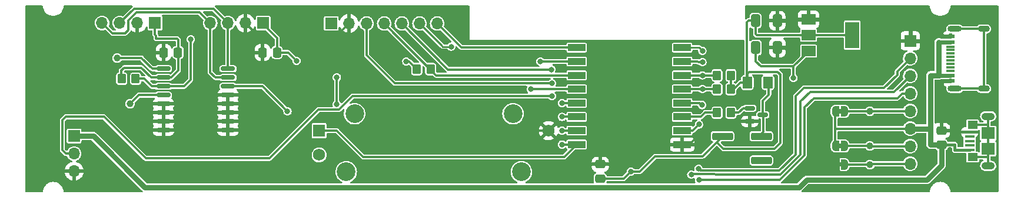
<source format=gbr>
%TF.GenerationSoftware,KiCad,Pcbnew,(6.0.6-0)*%
%TF.CreationDate,2022-07-18T23:29:11+08:00*%
%TF.ProjectId,main,6d61696e-2e6b-4696-9361-645f70636258,rev?*%
%TF.SameCoordinates,Original*%
%TF.FileFunction,Copper,L1,Top*%
%TF.FilePolarity,Positive*%
%FSLAX46Y46*%
G04 Gerber Fmt 4.6, Leading zero omitted, Abs format (unit mm)*
G04 Created by KiCad (PCBNEW (6.0.6-0)) date 2022-07-18 23:29:11*
%MOMM*%
%LPD*%
G01*
G04 APERTURE LIST*
G04 Aperture macros list*
%AMRoundRect*
0 Rectangle with rounded corners*
0 $1 Rounding radius*
0 $2 $3 $4 $5 $6 $7 $8 $9 X,Y pos of 4 corners*
0 Add a 4 corners polygon primitive as box body*
4,1,4,$2,$3,$4,$5,$6,$7,$8,$9,$2,$3,0*
0 Add four circle primitives for the rounded corners*
1,1,$1+$1,$2,$3*
1,1,$1+$1,$4,$5*
1,1,$1+$1,$6,$7*
1,1,$1+$1,$8,$9*
0 Add four rect primitives between the rounded corners*
20,1,$1+$1,$2,$3,$4,$5,0*
20,1,$1+$1,$4,$5,$6,$7,0*
20,1,$1+$1,$6,$7,$8,$9,0*
20,1,$1+$1,$8,$9,$2,$3,0*%
%AMFreePoly0*
4,1,22,0.500000,-0.750000,0.000000,-0.750000,0.000000,-0.745033,-0.079941,-0.743568,-0.215256,-0.701293,-0.333266,-0.622738,-0.424486,-0.514219,-0.481581,-0.384460,-0.499164,-0.250000,-0.500000,-0.250000,-0.500000,0.250000,-0.499164,0.250000,-0.499963,0.256109,-0.478152,0.396186,-0.417904,0.524511,-0.324060,0.630769,-0.204165,0.706417,-0.067858,0.745374,0.000000,0.744959,0.000000,0.750000,
0.500000,0.750000,0.500000,-0.750000,0.500000,-0.750000,$1*%
%AMFreePoly1*
4,1,20,0.000000,0.744959,0.073905,0.744508,0.209726,0.703889,0.328688,0.626782,0.421226,0.519385,0.479903,0.390333,0.500000,0.250000,0.500000,-0.250000,0.499851,-0.262216,0.476331,-0.402017,0.414519,-0.529596,0.319384,-0.634700,0.198574,-0.708877,0.061801,-0.746166,0.000000,-0.745033,0.000000,-0.750000,-0.500000,-0.750000,-0.500000,0.750000,0.000000,0.750000,0.000000,0.744959,
0.000000,0.744959,$1*%
G04 Aperture macros list end*
%TA.AperFunction,SMDPad,CuDef*%
%ADD10R,2.000000X1.500000*%
%TD*%
%TA.AperFunction,SMDPad,CuDef*%
%ADD11R,2.000000X3.800000*%
%TD*%
%TA.AperFunction,SMDPad,CuDef*%
%ADD12C,1.000000*%
%TD*%
%TA.AperFunction,ComponentPad*%
%ADD13R,1.700000X1.700000*%
%TD*%
%TA.AperFunction,ComponentPad*%
%ADD14O,1.700000X1.700000*%
%TD*%
%TA.AperFunction,SMDPad,CuDef*%
%ADD15RoundRect,0.250000X-0.412500X-0.650000X0.412500X-0.650000X0.412500X0.650000X-0.412500X0.650000X0*%
%TD*%
%TA.AperFunction,SMDPad,CuDef*%
%ADD16R,2.500000X1.000000*%
%TD*%
%TA.AperFunction,SMDPad,CuDef*%
%ADD17RoundRect,0.250000X0.337500X0.475000X-0.337500X0.475000X-0.337500X-0.475000X0.337500X-0.475000X0*%
%TD*%
%TA.AperFunction,SMDPad,CuDef*%
%ADD18RoundRect,0.250000X-0.350000X-0.450000X0.350000X-0.450000X0.350000X0.450000X-0.350000X0.450000X0*%
%TD*%
%TA.AperFunction,SMDPad,CuDef*%
%ADD19RoundRect,0.250000X0.350000X0.450000X-0.350000X0.450000X-0.350000X-0.450000X0.350000X-0.450000X0*%
%TD*%
%TA.AperFunction,SMDPad,CuDef*%
%ADD20RoundRect,0.150000X-0.587500X-0.150000X0.587500X-0.150000X0.587500X0.150000X-0.587500X0.150000X0*%
%TD*%
%TA.AperFunction,SMDPad,CuDef*%
%ADD21RoundRect,0.250000X0.475000X-0.337500X0.475000X0.337500X-0.475000X0.337500X-0.475000X-0.337500X0*%
%TD*%
%TA.AperFunction,SMDPad,CuDef*%
%ADD22R,1.400000X0.400000*%
%TD*%
%TA.AperFunction,ComponentPad*%
%ADD23O,1.900000X1.050000*%
%TD*%
%TA.AperFunction,SMDPad,CuDef*%
%ADD24R,1.450000X1.150000*%
%TD*%
%TA.AperFunction,SMDPad,CuDef*%
%ADD25R,1.900000X1.750000*%
%TD*%
%TA.AperFunction,SMDPad,CuDef*%
%ADD26R,1.160000X0.600000*%
%TD*%
%TA.AperFunction,SMDPad,CuDef*%
%ADD27R,1.160000X0.300000*%
%TD*%
%TA.AperFunction,ComponentPad*%
%ADD28O,2.000000X0.900000*%
%TD*%
%TA.AperFunction,ComponentPad*%
%ADD29O,1.700000X0.900000*%
%TD*%
%TA.AperFunction,SMDPad,CuDef*%
%ADD30RoundRect,0.150000X-0.875000X-0.150000X0.875000X-0.150000X0.875000X0.150000X-0.875000X0.150000X0*%
%TD*%
%TA.AperFunction,SMDPad,CuDef*%
%ADD31RoundRect,0.275000X-1.225000X-0.275000X1.225000X-0.275000X1.225000X0.275000X-1.225000X0.275000X0*%
%TD*%
%TA.AperFunction,SMDPad,CuDef*%
%ADD32FreePoly0,0.000000*%
%TD*%
%TA.AperFunction,SMDPad,CuDef*%
%ADD33FreePoly1,0.000000*%
%TD*%
%TA.AperFunction,SMDPad,CuDef*%
%ADD34RoundRect,0.250001X-0.462499X-0.624999X0.462499X-0.624999X0.462499X0.624999X-0.462499X0.624999X0*%
%TD*%
%TA.AperFunction,ComponentPad*%
%ADD35R,1.750000X1.750000*%
%TD*%
%TA.AperFunction,ComponentPad*%
%ADD36C,1.750000*%
%TD*%
%TA.AperFunction,ComponentPad*%
%ADD37C,2.700000*%
%TD*%
%TA.AperFunction,ViaPad*%
%ADD38C,0.800000*%
%TD*%
%TA.AperFunction,Conductor*%
%ADD39C,0.300000*%
%TD*%
%TA.AperFunction,Conductor*%
%ADD40C,0.600000*%
%TD*%
%TA.AperFunction,Conductor*%
%ADD41C,0.800000*%
%TD*%
%TA.AperFunction,Conductor*%
%ADD42C,0.400000*%
%TD*%
%TA.AperFunction,Conductor*%
%ADD43C,0.250000*%
%TD*%
G04 APERTURE END LIST*
%TO.C,JP2*%
G36*
X151450000Y-74600000D02*
G01*
X150950000Y-74600000D01*
X150950000Y-74000000D01*
X151450000Y-74000000D01*
X151450000Y-74600000D01*
G37*
%TO.C,JP1*%
G36*
X151450000Y-69600000D02*
G01*
X150950000Y-69600000D01*
X150950000Y-69000000D01*
X151450000Y-69000000D01*
X151450000Y-69600000D01*
G37*
%TO.C,JP3*%
G36*
X151450000Y-77300000D02*
G01*
X150950000Y-77300000D01*
X150950000Y-76700000D01*
X151450000Y-76700000D01*
X151450000Y-77300000D01*
G37*
%TD*%
D10*
%TO.P,U3,1,GND*%
%TO.N,GNDREF*%
X146650000Y-56000000D03*
D11*
%TO.P,U3,2,VO*%
%TO.N,/3V3*%
X152950000Y-58300000D03*
D10*
X146650000Y-58300000D03*
%TO.P,U3,3,VI*%
%TO.N,/VCC*%
X146650000Y-60600000D03*
%TD*%
D12*
%TO.P,TP4,1,1*%
%TO.N,/F1*%
X155500000Y-74300000D03*
%TD*%
D13*
%TO.P,M1,1,Pin_1*%
%TO.N,/3V3*%
X52650000Y-56550000D03*
D14*
%TO.P,M1,2,Pin_2*%
%TO.N,GNDREF*%
X50110000Y-56550000D03*
%TO.P,M1,3,Pin_3*%
%TO.N,/SCL*%
X47570000Y-56550000D03*
%TO.P,M1,4,Pin_4*%
%TO.N,/SDA*%
X45030000Y-56550000D03*
%TD*%
D15*
%TO.P,C4,1*%
%TO.N,/3V3*%
X139037500Y-56200000D03*
%TO.P,C4,2*%
%TO.N,GNDREF*%
X142162500Y-56200000D03*
%TD*%
D16*
%TO.P,U1,1,~{RST}*%
%TO.N,/nRST*%
X113300000Y-60100000D03*
%TO.P,U1,2,ADC*%
%TO.N,Net-(RV1-Pad2)*%
X113300000Y-62100000D03*
%TO.P,U1,3,EN*%
%TO.N,/EN*%
X113300000Y-64100000D03*
%TO.P,U1,4,GPIO16*%
%TO.N,/SQW*%
X113300000Y-66100000D03*
%TO.P,U1,5,GPIO14*%
%TO.N,/VFDDIN*%
X113300000Y-68100000D03*
%TO.P,U1,6,GPIO12*%
%TO.N,/VFDLOAD*%
X113300000Y-70100000D03*
%TO.P,U1,7,GPIO13*%
%TO.N,/VFDCLK*%
X113300000Y-72100000D03*
%TO.P,U1,8,VCC*%
%TO.N,/3V3*%
X113300000Y-74100000D03*
%TO.P,U1,9,GND*%
%TO.N,GNDREF*%
X128500000Y-74100000D03*
%TO.P,U1,10,GPIO15*%
%TO.N,/gpio15*%
X128500000Y-72100000D03*
%TO.P,U1,11,GPIO2*%
%TO.N,/gpio2*%
X128500000Y-70100000D03*
%TO.P,U1,12,GPIO0*%
%TO.N,/gpio0*%
X128500000Y-68100000D03*
%TO.P,U1,13,GPIO4*%
%TO.N,/SDA*%
X128500000Y-66100000D03*
%TO.P,U1,14,GPIO5*%
%TO.N,/SCL*%
X128500000Y-64100000D03*
%TO.P,U1,15,GPIO3/RXD*%
%TO.N,/rx*%
X128500000Y-62100000D03*
%TO.P,U1,16,GPIO1/TXD*%
%TO.N,/tx*%
X128500000Y-60100000D03*
%TD*%
D17*
%TO.P,C6,1*%
%TO.N,/3V3*%
X70200000Y-60800000D03*
%TO.P,C6,2*%
%TO.N,GNDREF*%
X68125000Y-60800000D03*
%TD*%
D18*
%TO.P,R2,1*%
%TO.N,/gpio2*%
X133500000Y-69500000D03*
%TO.P,R2,2*%
%TO.N,Net-(Q1-Pad1)*%
X135500000Y-69500000D03*
%TD*%
D19*
%TO.P,R4,1*%
%TO.N,/3V3*%
X135500000Y-64100000D03*
%TO.P,R4,2*%
%TO.N,/SCL*%
X133500000Y-64100000D03*
%TD*%
D18*
%TO.P,R5,1*%
%TO.N,/3V3*%
X90300000Y-63200000D03*
%TO.P,R5,2*%
%TO.N,/EN*%
X92300000Y-63200000D03*
%TD*%
D19*
%TO.P,R3,1*%
%TO.N,/3V3*%
X135500000Y-66100000D03*
%TO.P,R3,2*%
%TO.N,/SDA*%
X133500000Y-66100000D03*
%TD*%
D20*
%TO.P,Q1,1,B*%
%TO.N,Net-(Q1-Pad1)*%
X138212500Y-68850000D03*
%TO.P,Q1,2,E*%
%TO.N,GNDREF*%
X138212500Y-70750000D03*
%TO.P,Q1,3,C*%
%TO.N,Net-(BZ1-Pad2)*%
X140087500Y-69800000D03*
%TD*%
D13*
%TO.P,J5,1,Pin_1*%
%TO.N,GNDREF*%
X161300000Y-59100000D03*
D14*
%TO.P,J5,2,Pin_2*%
%TO.N,/VFDDIN*%
X161300000Y-61640000D03*
%TO.P,J5,3,Pin_3*%
%TO.N,/VFDLOAD*%
X161300000Y-64180000D03*
%TO.P,J5,4,Pin_4*%
%TO.N,/VFDCLK*%
X161300000Y-66720000D03*
%TO.P,J5,5,Pin_5*%
%TO.N,Net-(J5-Pad5)*%
X161300000Y-69260000D03*
%TO.P,J5,6,Pin_6*%
%TO.N,/VCC*%
X161300000Y-71800000D03*
%TO.P,J5,7,Pin_7*%
%TO.N,/F1*%
X161300000Y-74340000D03*
%TO.P,J5,8,Pin_8*%
%TO.N,/F2*%
X161300000Y-76880000D03*
%TD*%
D13*
%TO.P,J4,1,Pin_1*%
%TO.N,/VCC*%
X41000000Y-72875000D03*
D14*
%TO.P,J4,2,Pin_2*%
%TO.N,/gpio15*%
X41000000Y-75415000D03*
%TO.P,J4,3,Pin_3*%
%TO.N,GNDREF*%
X41000000Y-77955000D03*
%TD*%
D13*
%TO.P,J3,1,Pin_1*%
%TO.N,/VCC*%
X78000000Y-56600000D03*
D14*
%TO.P,J3,2,Pin_2*%
%TO.N,GNDREF*%
X80540000Y-56600000D03*
%TO.P,J3,3,Pin_3*%
%TO.N,/gpio0*%
X83080000Y-56600000D03*
%TO.P,J3,4,Pin_4*%
%TO.N,/EN*%
X85620000Y-56600000D03*
%TO.P,J3,5,Pin_5*%
%TO.N,/rx*%
X88160000Y-56600000D03*
%TO.P,J3,6,Pin_6*%
%TO.N,/tx*%
X90700000Y-56600000D03*
%TO.P,J3,7,Pin_7*%
%TO.N,/nRST*%
X93240000Y-56600000D03*
%TD*%
D18*
%TO.P,R1,1*%
%TO.N,/3V3*%
X47850000Y-64600000D03*
%TO.P,R1,2*%
%TO.N,/SQW*%
X49850000Y-64600000D03*
%TD*%
D13*
%TO.P,M2,1,Pin_1*%
%TO.N,/3V3*%
X68200000Y-56550000D03*
D14*
%TO.P,M2,2,Pin_2*%
%TO.N,GNDREF*%
X65660000Y-56550000D03*
%TO.P,M2,3,Pin_3*%
%TO.N,/SCL*%
X63120000Y-56550000D03*
%TO.P,M2,4,Pin_4*%
%TO.N,/SDA*%
X60580000Y-56550000D03*
%TD*%
D21*
%TO.P,C1,1*%
%TO.N,/3V3*%
X116700000Y-79037500D03*
%TO.P,C1,2*%
%TO.N,GNDREF*%
X116700000Y-76962500D03*
%TD*%
D12*
%TO.P,TP5,1,1*%
%TO.N,/F2*%
X155500000Y-77000000D03*
%TD*%
D22*
%TO.P,J2,1,VBUS*%
%TO.N,/VCC*%
X169850000Y-74900000D03*
%TO.P,J2,2,D-*%
%TO.N,unconnected-(J2-Pad2)*%
X169850000Y-74250000D03*
%TO.P,J2,3,D+*%
%TO.N,unconnected-(J2-Pad3)*%
X169850000Y-73600000D03*
%TO.P,J2,4,ID*%
%TO.N,unconnected-(J2-Pad4)*%
X169850000Y-72950000D03*
%TO.P,J2,5,GND*%
%TO.N,GNDREF*%
X169850000Y-72300000D03*
D23*
%TO.P,J2,6,Shield*%
%TO.N,unconnected-(J2-Pad6)*%
X172500000Y-77175000D03*
D24*
X170270000Y-75920000D03*
D25*
X172500000Y-74725000D03*
D23*
X172500000Y-70025000D03*
D24*
X170270000Y-71280000D03*
D25*
X172500000Y-72475000D03*
%TD*%
D26*
%TO.P,J1,A1,GND*%
%TO.N,GNDREF*%
X167115000Y-64900000D03*
%TO.P,J1,A4,VBUS*%
%TO.N,/VCC*%
X167115000Y-64100000D03*
D27*
%TO.P,J1,A5,CC1*%
%TO.N,unconnected-(J1-PadA5)*%
X167115000Y-62950000D03*
%TO.P,J1,A6,D+*%
%TO.N,unconnected-(J1-PadA6)*%
X167115000Y-61950000D03*
%TO.P,J1,A7,D-*%
%TO.N,unconnected-(J1-PadA7)*%
X167115000Y-61450000D03*
%TO.P,J1,A8,SBU1*%
%TO.N,unconnected-(J1-PadA8)*%
X167115000Y-60450000D03*
D26*
%TO.P,J1,A9,VBUS*%
%TO.N,/VCC*%
X167115000Y-59300000D03*
%TO.P,J1,A12,GND*%
%TO.N,GNDREF*%
X167115000Y-58500000D03*
%TO.P,J1,B1,GND*%
X167115000Y-58500000D03*
%TO.P,J1,B4,VBUS*%
%TO.N,/VCC*%
X167115000Y-59300000D03*
D27*
%TO.P,J1,B5,CC2*%
%TO.N,unconnected-(J1-PadB5)*%
X167115000Y-59950000D03*
%TO.P,J1,B6,D+*%
%TO.N,unconnected-(J1-PadB6)*%
X167115000Y-60950000D03*
%TO.P,J1,B7,D-*%
%TO.N,unconnected-(J1-PadB7)*%
X167115000Y-62450000D03*
%TO.P,J1,B8,SBU2*%
%TO.N,unconnected-(J1-PadB8)*%
X167115000Y-63450000D03*
D26*
%TO.P,J1,B9,VBUS*%
%TO.N,/VCC*%
X167115000Y-64100000D03*
%TO.P,J1,B12,GND*%
%TO.N,GNDREF*%
X167115000Y-64900000D03*
D28*
%TO.P,J1,S1,SHIELD*%
%TO.N,unconnected-(J1-PadS1)*%
X167695000Y-57380000D03*
X167695000Y-66020000D03*
D29*
X171865000Y-66020000D03*
X171865000Y-57380000D03*
%TD*%
D21*
%TO.P,C2,1*%
%TO.N,/VCC*%
X165800000Y-74137500D03*
%TO.P,C2,2*%
%TO.N,GNDREF*%
X165800000Y-72062500D03*
%TD*%
D30*
%TO.P,U2,1,32KHZ*%
%TO.N,Net-(TP2-Pad1)*%
X53850000Y-63155000D03*
%TO.P,U2,2,VCC*%
%TO.N,/3V3*%
X53850000Y-64425000D03*
%TO.P,U2,3,~{INT}/SQW*%
%TO.N,/SQW*%
X53850000Y-65695000D03*
%TO.P,U2,4,~{RST}*%
%TO.N,Net-(TP1-Pad1)*%
X53850000Y-66965000D03*
%TO.P,U2,5,GND*%
%TO.N,GNDREF*%
X53850000Y-68235000D03*
%TO.P,U2,6,GND*%
X53850000Y-69505000D03*
%TO.P,U2,7,GND*%
X53850000Y-70775000D03*
%TO.P,U2,8,GND*%
X53850000Y-72045000D03*
%TO.P,U2,9,GND*%
X63150000Y-72045000D03*
%TO.P,U2,10,GND*%
X63150000Y-70775000D03*
%TO.P,U2,11,GND*%
X63150000Y-69505000D03*
%TO.P,U2,12,GND*%
X63150000Y-68235000D03*
%TO.P,U2,13,GND*%
X63150000Y-66965000D03*
%TO.P,U2,14,VBAT*%
%TO.N,/VBAT*%
X63150000Y-65695000D03*
%TO.P,U2,15,SDA*%
%TO.N,/SDA*%
X63150000Y-64425000D03*
%TO.P,U2,16,SCL*%
%TO.N,/SCL*%
X63150000Y-63155000D03*
%TD*%
D12*
%TO.P,TP2,1,1*%
%TO.N,Net-(TP2-Pad1)*%
X47200000Y-61600000D03*
%TD*%
D31*
%TO.P,BZ1,1,-*%
%TO.N,/3V3*%
X134295000Y-72905000D03*
%TO.P,BZ1,2,+*%
%TO.N,Net-(BZ1-Pad2)*%
X139895000Y-72905000D03*
%TO.P,BZ1,3,3*%
%TO.N,unconnected-(BZ1-Pad3)*%
X139895000Y-76405000D03*
%TD*%
D12*
%TO.P,TP3,1,1*%
%TO.N,Net-(J5-Pad5)*%
X155500000Y-69300000D03*
%TD*%
D32*
%TO.P,JP2,1,A*%
%TO.N,/VCC*%
X150550000Y-74300000D03*
D33*
%TO.P,JP2,2,B*%
%TO.N,/F1*%
X151850000Y-74300000D03*
%TD*%
D34*
%TO.P,D1,1,K*%
%TO.N,/3V3*%
X137850000Y-65150000D03*
%TO.P,D1,2,A*%
%TO.N,Net-(BZ1-Pad2)*%
X140825000Y-65150000D03*
%TD*%
D12*
%TO.P,TP1,1,1*%
%TO.N,Net-(TP1-Pad1)*%
X49050000Y-68200000D03*
%TD*%
D35*
%TO.P,RV1,1,1*%
%TO.N,/3V3*%
X76255000Y-72100000D03*
D36*
%TO.P,RV1,2,2*%
%TO.N,Net-(RV1-Pad2)*%
X76255000Y-75600000D03*
%TO.P,RV1,3,3*%
%TO.N,GNDREF*%
X109255000Y-72100000D03*
D37*
%TO.P,RV1,MP*%
%TO.N,N/C*%
X81355000Y-69650000D03*
X80155000Y-78050000D03*
X104155000Y-69650000D03*
X105355000Y-78050000D03*
%TD*%
D15*
%TO.P,C3,1*%
%TO.N,/VCC*%
X139075000Y-60100000D03*
%TO.P,C3,2*%
%TO.N,GNDREF*%
X142200000Y-60100000D03*
%TD*%
D17*
%TO.P,C5,1*%
%TO.N,/3V3*%
X55937500Y-60800000D03*
%TO.P,C5,2*%
%TO.N,GNDREF*%
X53862500Y-60800000D03*
%TD*%
D32*
%TO.P,JP1,1,A*%
%TO.N,/VCC*%
X150550000Y-69300000D03*
D33*
%TO.P,JP1,2,B*%
%TO.N,Net-(J5-Pad5)*%
X151850000Y-69300000D03*
%TD*%
D32*
%TO.P,JP3,1,A*%
%TO.N,GNDREF*%
X150550000Y-77000000D03*
D33*
%TO.P,JP3,2,B*%
%TO.N,/F2*%
X151850000Y-77000000D03*
%TD*%
D38*
%TO.N,/VBAT*%
X71700000Y-69300000D03*
%TO.N,GNDREF*%
X72800000Y-67100000D03*
X165500000Y-57300000D03*
X168300000Y-70900000D03*
X166800000Y-67500000D03*
X164600000Y-57300000D03*
X167200000Y-70900000D03*
X143500000Y-74700000D03*
X167800000Y-67500000D03*
X144800000Y-60700000D03*
X130900000Y-72700000D03*
X163700000Y-57300000D03*
X89900000Y-72100000D03*
X165800000Y-67500000D03*
X147600000Y-77000000D03*
X58900000Y-70900000D03*
X144800000Y-56100000D03*
X120200000Y-77000000D03*
%TO.N,/3V3*%
X111200000Y-74100000D03*
X78800000Y-68300000D03*
X78800000Y-64400000D03*
X121100000Y-78000000D03*
X73000000Y-62000000D03*
X88800000Y-62100000D03*
%TO.N,/VCC*%
X144500000Y-64500000D03*
%TO.N,/tx*%
X95250000Y-59950000D03*
X131400000Y-60550000D03*
%TO.N,/rx*%
X109650000Y-63250000D03*
X131400000Y-62200000D03*
%TO.N,/gpio0*%
X109750000Y-65250000D03*
X131350000Y-68400000D03*
%TO.N,/gpio15*%
X130900000Y-71200000D03*
X109750000Y-67100000D03*
%TO.N,/VFDDIN*%
X111200000Y-68100000D03*
X130853174Y-77601000D03*
%TO.N,/VFDLOAD*%
X111200000Y-70100000D03*
X129792357Y-78462567D03*
%TO.N,/VFDCLK*%
X111200000Y-72100000D03*
X130900000Y-79212067D03*
%TO.N,/SCL*%
X131400000Y-64100000D03*
%TO.N,/SDA*%
X131400000Y-66100000D03*
%TO.N,/SQW*%
X106700000Y-66100000D03*
X57800000Y-58900000D03*
%TO.N,Net-(RV1-Pad2)*%
X108100000Y-62100000D03*
%TD*%
D39*
%TO.N,/VBAT*%
X63150000Y-65695000D02*
X68095000Y-65695000D01*
X68095000Y-65695000D02*
X71700000Y-69300000D01*
%TO.N,GNDREF*%
X72800000Y-69900000D02*
X72800000Y-67100000D01*
X63150000Y-69505000D02*
X67405000Y-69505000D01*
X50110000Y-58310000D02*
X52600000Y-60800000D01*
D40*
X158400000Y-56200000D02*
X157300000Y-55100000D01*
D39*
X49800000Y-70700000D02*
X47300000Y-70700000D01*
X47300000Y-70700000D02*
X45700000Y-69100000D01*
X129500000Y-74100000D02*
X130900000Y-72700000D01*
D40*
X166100000Y-58500000D02*
X165900000Y-58300000D01*
D39*
X61835000Y-66965000D02*
X60750000Y-68050000D01*
X120200000Y-77000000D02*
X116737500Y-77000000D01*
X56235000Y-68235000D02*
X58900000Y-70900000D01*
X63150000Y-68235000D02*
X60765000Y-68235000D01*
X68125000Y-61000000D02*
X68125000Y-61905000D01*
X60945000Y-72045000D02*
X59800000Y-70900000D01*
X138212500Y-70750000D02*
X137050000Y-70750000D01*
X63150000Y-70775000D02*
X59925000Y-70775000D01*
D40*
X157300000Y-55100000D02*
X149100000Y-55100000D01*
D39*
X46600000Y-60100000D02*
X49700000Y-60100000D01*
X53850000Y-69505000D02*
X57505000Y-69505000D01*
X125200000Y-74100000D02*
X128500000Y-74100000D01*
X41000000Y-77955000D02*
X39355000Y-77955000D01*
X169850000Y-72300000D02*
X167800000Y-72300000D01*
X60750000Y-68250000D02*
X60750000Y-69450000D01*
D40*
X165800000Y-65100000D02*
X165800000Y-67500000D01*
D39*
X161300000Y-56250000D02*
X161300000Y-59150000D01*
D40*
X148200000Y-56000000D02*
X146650000Y-56000000D01*
D39*
X60805000Y-69505000D02*
X60750000Y-69450000D01*
X68125000Y-59015000D02*
X68125000Y-61000000D01*
X122600000Y-76700000D02*
X125200000Y-74100000D01*
D40*
X165900000Y-58300000D02*
X164800000Y-58300000D01*
D39*
X74390500Y-62749500D02*
X77570000Y-59570000D01*
X165800000Y-72062500D02*
X165800000Y-70300000D01*
X53850000Y-72045000D02*
X57755000Y-72045000D01*
D40*
X143900000Y-60700000D02*
X144800000Y-60700000D01*
X143300000Y-60100000D02*
X143900000Y-60700000D01*
D39*
X65660000Y-56550000D02*
X68125000Y-59015000D01*
D40*
X143700000Y-56200000D02*
X143800000Y-56100000D01*
D39*
X60750000Y-69950000D02*
X59925000Y-70775000D01*
X63150000Y-69505000D02*
X60805000Y-69505000D01*
X136100000Y-71700000D02*
X136850000Y-70950000D01*
D40*
X161300000Y-59100000D02*
X161300000Y-56200000D01*
D39*
X53850000Y-68235000D02*
X56235000Y-68235000D01*
X45700000Y-69100000D02*
X45700000Y-61000000D01*
X57505000Y-69505000D02*
X58900000Y-70900000D01*
X72000000Y-70700000D02*
X72800000Y-69900000D01*
X130900000Y-72700000D02*
X131900000Y-71700000D01*
X71850000Y-66150000D02*
X72800000Y-67100000D01*
X50110000Y-59690000D02*
X50110000Y-56550000D01*
D40*
X164000000Y-59100000D02*
X161300000Y-59100000D01*
D39*
X165800000Y-65100000D02*
X165800000Y-70300000D01*
D40*
X149100000Y-55100000D02*
X148200000Y-56000000D01*
D39*
X68125000Y-61905000D02*
X68960000Y-62740000D01*
X68960000Y-62740000D02*
X71850000Y-62740000D01*
D40*
X167115000Y-64900000D02*
X166000000Y-64900000D01*
D39*
X109255000Y-72100000D02*
X89900000Y-72100000D01*
X71850000Y-62740000D02*
X71859500Y-62749500D01*
X57755000Y-72045000D02*
X58900000Y-70900000D01*
X60750000Y-69450000D02*
X60750000Y-69950000D01*
X68600000Y-70700000D02*
X72000000Y-70700000D01*
X150550000Y-77000000D02*
X147600000Y-77000000D01*
X63150000Y-66965000D02*
X61835000Y-66965000D01*
X116737500Y-77000000D02*
X116700000Y-76962500D01*
X50995000Y-69505000D02*
X49800000Y-70700000D01*
X71850000Y-62740000D02*
X71850000Y-66150000D01*
X53850000Y-69505000D02*
X50995000Y-69505000D01*
D40*
X164800000Y-58300000D02*
X164000000Y-59100000D01*
D39*
X58775000Y-70775000D02*
X58900000Y-70900000D01*
X77570000Y-59570000D02*
X80540000Y-56600000D01*
D40*
X146650000Y-56000000D02*
X144900000Y-56000000D01*
X142162500Y-56200000D02*
X143700000Y-56200000D01*
D39*
X71859500Y-62749500D02*
X74390500Y-62749500D01*
D40*
X142200000Y-60100000D02*
X143300000Y-60100000D01*
D39*
X38500000Y-77100000D02*
X38500000Y-69900000D01*
X120200000Y-77000000D02*
X122300000Y-77000000D01*
D40*
X144900000Y-56000000D02*
X144800000Y-56100000D01*
X167115000Y-58500000D02*
X166100000Y-58500000D01*
D39*
X63150000Y-72045000D02*
X60945000Y-72045000D01*
X53850000Y-70775000D02*
X58775000Y-70775000D01*
X67405000Y-69505000D02*
X68600000Y-70700000D01*
X45700000Y-61000000D02*
X46600000Y-60100000D01*
X39355000Y-77955000D02*
X38500000Y-77100000D01*
X128500000Y-74100000D02*
X129500000Y-74100000D01*
X38500000Y-69900000D02*
X39300000Y-69100000D01*
X60765000Y-68235000D02*
X60750000Y-68250000D01*
X131900000Y-71700000D02*
X136100000Y-71700000D01*
X59800000Y-70900000D02*
X58900000Y-70900000D01*
D40*
X166000000Y-64900000D02*
X165800000Y-65100000D01*
D39*
X39300000Y-69100000D02*
X45700000Y-69100000D01*
X50110000Y-56550000D02*
X50110000Y-58310000D01*
X167562500Y-72062500D02*
X165800000Y-72062500D01*
X60750000Y-68050000D02*
X60750000Y-68250000D01*
X167800000Y-72300000D02*
X167562500Y-72062500D01*
X59925000Y-70775000D02*
X59800000Y-70900000D01*
D40*
X143800000Y-56100000D02*
X144800000Y-56100000D01*
D39*
X137050000Y-70750000D02*
X136850000Y-70950000D01*
X52600000Y-60800000D02*
X53862500Y-60800000D01*
X49700000Y-60100000D02*
X50110000Y-59690000D01*
D40*
X161300000Y-56200000D02*
X158400000Y-56200000D01*
D39*
X122300000Y-77000000D02*
X122600000Y-76700000D01*
%TO.N,/3V3*%
X142600000Y-64000000D02*
X142200000Y-63600000D01*
X111200000Y-74100000D02*
X113300000Y-74100000D01*
X124600000Y-75800000D02*
X131400000Y-75800000D01*
X56000000Y-59000000D02*
X56000000Y-63400000D01*
X50700000Y-63000000D02*
X52125000Y-64425000D01*
X139200000Y-58300000D02*
X139037500Y-58137500D01*
X133500000Y-72900000D02*
X133505000Y-72905000D01*
X71800000Y-60800000D02*
X70200000Y-60800000D01*
X133450000Y-73750000D02*
X134400000Y-74700000D01*
X89200000Y-62100000D02*
X90300000Y-63200000D01*
X55800000Y-58800000D02*
X56000000Y-59000000D01*
X135500000Y-66100000D02*
X135500000Y-64100000D01*
X136600000Y-65400000D02*
X136850000Y-65150000D01*
X68200000Y-56550000D02*
X68200000Y-56700000D01*
X137800000Y-60000000D02*
X137800000Y-56400000D01*
X139037500Y-58137500D02*
X139037500Y-56200000D01*
X135900000Y-66100000D02*
X136600000Y-65400000D01*
X52800000Y-58400000D02*
X52800000Y-58800000D01*
X131400000Y-75800000D02*
X133450000Y-73750000D01*
X111500000Y-75900000D02*
X82600000Y-75900000D01*
X135500000Y-66100000D02*
X135900000Y-66100000D01*
X142600000Y-73900000D02*
X142600000Y-64000000D01*
X56000000Y-63400000D02*
X54975000Y-64425000D01*
X52800000Y-58800000D02*
X55800000Y-58800000D01*
X137800000Y-60000000D02*
X137800000Y-65100000D01*
X54975000Y-64425000D02*
X53850000Y-64425000D01*
X113300000Y-74100000D02*
X111500000Y-75900000D01*
X138000000Y-56200000D02*
X139037500Y-56200000D01*
X78800000Y-64400000D02*
X78800000Y-68300000D01*
X73000000Y-62000000D02*
X71800000Y-60800000D01*
X137800000Y-56400000D02*
X138000000Y-56200000D01*
X133495000Y-72905000D02*
X133500000Y-72900000D01*
X52650000Y-58250000D02*
X52800000Y-58400000D01*
X137850000Y-63850000D02*
X137850000Y-65150000D01*
X50700000Y-63000000D02*
X48200000Y-63000000D01*
X70200000Y-58700000D02*
X70200000Y-61000000D01*
X88800000Y-62100000D02*
X89200000Y-62100000D01*
X78800000Y-72100000D02*
X76255000Y-72100000D01*
X134400000Y-74700000D02*
X141800000Y-74700000D01*
X136850000Y-65150000D02*
X137850000Y-65150000D01*
X116700000Y-79037500D02*
X118862500Y-79037500D01*
X121100000Y-78000000D02*
X120062500Y-79037500D01*
X122400000Y-78000000D02*
X124600000Y-75800000D01*
X121100000Y-78000000D02*
X122400000Y-78000000D01*
X82600000Y-75900000D02*
X78800000Y-72100000D01*
X134295000Y-72905000D02*
X133495000Y-72905000D01*
X52650000Y-58250000D02*
X52650000Y-56550000D01*
X47850000Y-64600000D02*
X47800000Y-64550000D01*
X146650000Y-58300000D02*
X139200000Y-58300000D01*
X137800000Y-65100000D02*
X137850000Y-65150000D01*
X142200000Y-63600000D02*
X138100000Y-63600000D01*
X48200000Y-63000000D02*
X47800000Y-63400000D01*
X134295000Y-72905000D02*
X133450000Y-73750000D01*
X152950000Y-58300000D02*
X146650000Y-58300000D01*
X141800000Y-74700000D02*
X142600000Y-73900000D01*
X52125000Y-64425000D02*
X53850000Y-64425000D01*
X47800000Y-64550000D02*
X47800000Y-63400000D01*
X138100000Y-63600000D02*
X137850000Y-63850000D01*
X68200000Y-56700000D02*
X70200000Y-58700000D01*
X120062500Y-79037500D02*
X118862500Y-79037500D01*
%TO.N,Net-(BZ1-Pad2)*%
X140150000Y-72300000D02*
X140150000Y-69862500D01*
X140950000Y-65275000D02*
X140825000Y-65150000D01*
X140087500Y-67762500D02*
X140950000Y-66900000D01*
X139545000Y-72905000D02*
X140150000Y-72300000D01*
X140950000Y-66900000D02*
X140950000Y-65275000D01*
X140087500Y-69800000D02*
X140087500Y-67762500D01*
X140150000Y-69862500D02*
X140087500Y-69800000D01*
D41*
%TO.N,/VCC*%
X146414126Y-79185874D02*
X145300000Y-80300000D01*
X145300000Y-80300000D02*
X51200000Y-80300000D01*
D40*
X165400000Y-59300000D02*
X165400000Y-63800000D01*
X164200000Y-64100000D02*
X164200000Y-71700000D01*
X165100000Y-64100000D02*
X164200000Y-64100000D01*
D39*
X161300000Y-71800000D02*
X161800000Y-71800000D01*
X139800000Y-62800000D02*
X144500000Y-62800000D01*
X164100000Y-71800000D02*
X161800000Y-71800000D01*
D42*
X169850000Y-74900000D02*
X167700000Y-74900000D01*
D39*
X144500000Y-62800000D02*
X144500000Y-64500000D01*
D41*
X163714126Y-79185874D02*
X146414126Y-79185874D01*
D39*
X146650000Y-60600000D02*
X146650000Y-60650000D01*
D40*
X167115000Y-59300000D02*
X165400000Y-59300000D01*
D41*
X43775000Y-72875000D02*
X41000000Y-72875000D01*
D39*
X139075000Y-62075000D02*
X139800000Y-62800000D01*
D40*
X165400000Y-63800000D02*
X165300000Y-63900000D01*
D42*
X167700000Y-74900000D02*
X167700000Y-74100000D01*
D39*
X150500000Y-74250000D02*
X150550000Y-74300000D01*
D41*
X51200000Y-80300000D02*
X43775000Y-72875000D01*
X165400000Y-64000000D02*
X165500000Y-64100000D01*
X165400000Y-59300000D02*
X165400000Y-64000000D01*
X164200000Y-71900000D02*
X164200000Y-74100000D01*
D39*
X139075000Y-60100000D02*
X139075000Y-62075000D01*
D40*
X165300000Y-63900000D02*
X165100000Y-64100000D01*
D41*
X165800000Y-77100000D02*
X163714126Y-79185874D01*
D42*
X167700000Y-74100000D02*
X165837500Y-74100000D01*
D39*
X150500000Y-69350000D02*
X150550000Y-69300000D01*
X150600000Y-71800000D02*
X150500000Y-71700000D01*
D41*
X165800000Y-74137500D02*
X165800000Y-77100000D01*
D42*
X165837500Y-74100000D02*
X165800000Y-74137500D01*
D40*
X165500000Y-64100000D02*
X165300000Y-63900000D01*
D39*
X164200000Y-71900000D02*
X164100000Y-71800000D01*
X161800000Y-71800000D02*
X150600000Y-71800000D01*
D41*
X164237500Y-74137500D02*
X165800000Y-74137500D01*
X164200000Y-74100000D02*
X164237500Y-74137500D01*
D40*
X167115000Y-64100000D02*
X165500000Y-64100000D01*
D41*
X164200000Y-64100000D02*
X164200000Y-71900000D01*
D40*
X164200000Y-71700000D02*
X164100000Y-71800000D01*
D39*
X150500000Y-71700000D02*
X150500000Y-74250000D01*
D41*
X165500000Y-64100000D02*
X164200000Y-64100000D01*
D39*
X146650000Y-60650000D02*
X144500000Y-62800000D01*
X150500000Y-71700000D02*
X150500000Y-69350000D01*
D41*
X164100000Y-71800000D02*
X161300000Y-71800000D01*
D39*
%TO.N,unconnected-(J1-PadS1)*%
X167695000Y-66020000D02*
X171865000Y-66020000D01*
X171865000Y-57380000D02*
X167695000Y-57380000D01*
X171865000Y-66020000D02*
X171865000Y-57380000D01*
%TO.N,unconnected-(J2-Pad6)*%
X172500000Y-77175000D02*
X172500000Y-75800000D01*
X170270000Y-71280000D02*
X172320000Y-71280000D01*
X172500000Y-72475000D02*
X172500000Y-71100000D01*
X172380000Y-75920000D02*
X172500000Y-75800000D01*
X172500000Y-75800000D02*
X172500000Y-74725000D01*
X170270000Y-75920000D02*
X172380000Y-75920000D01*
X172500000Y-72475000D02*
X172500000Y-74725000D01*
X172500000Y-71100000D02*
X172500000Y-70025000D01*
X172320000Y-71280000D02*
X172500000Y-71100000D01*
D43*
%TO.N,/tx*%
X94050000Y-59950000D02*
X93850000Y-59750000D01*
X95250000Y-59950000D02*
X94050000Y-59950000D01*
D39*
X93850000Y-59750000D02*
X90700000Y-56600000D01*
D43*
X128500000Y-60100000D02*
X130950000Y-60100000D01*
X130950000Y-60100000D02*
X131400000Y-60550000D01*
D39*
%TO.N,/rx*%
X109650000Y-63250000D02*
X94810000Y-63250000D01*
X130700000Y-62100000D02*
X128500000Y-62100000D01*
X130800000Y-62200000D02*
X130700000Y-62100000D01*
X131400000Y-62200000D02*
X130800000Y-62200000D01*
X94810000Y-63250000D02*
X88160000Y-56600000D01*
%TO.N,/nRST*%
X96740000Y-60100000D02*
X93240000Y-56600000D01*
X113300000Y-60100000D02*
X96740000Y-60100000D01*
%TO.N,/EN*%
X93120000Y-64100000D02*
X85620000Y-56600000D01*
X113300000Y-64100000D02*
X93120000Y-64100000D01*
%TO.N,/gpio0*%
X83080000Y-56600000D02*
X83080000Y-61180000D01*
X131050000Y-68100000D02*
X131350000Y-68400000D01*
X83080000Y-61180000D02*
X87150000Y-65250000D01*
X87150000Y-65250000D02*
X109750000Y-65250000D01*
X128500000Y-68100000D02*
X131050000Y-68100000D01*
%TO.N,/gpio15*%
X81059954Y-67100000D02*
X79110454Y-69049500D01*
X39300000Y-70600000D02*
X39300000Y-74900000D01*
X130000000Y-72100000D02*
X130900000Y-71200000D01*
X109750000Y-67100000D02*
X81059954Y-67100000D01*
X39815000Y-75415000D02*
X41000000Y-75415000D01*
X128500000Y-72100000D02*
X130000000Y-72100000D01*
X51315000Y-76115000D02*
X45300000Y-70100000D01*
X79110454Y-69049500D02*
X76150500Y-69049500D01*
X45300000Y-70100000D02*
X39800000Y-70100000D01*
X39800000Y-70100000D02*
X39300000Y-70600000D01*
X69085000Y-76115000D02*
X51315000Y-76115000D01*
X39300000Y-74900000D02*
X39815000Y-75415000D01*
X76150500Y-69049500D02*
X69085000Y-76115000D01*
%TO.N,/VFDDIN*%
X159420000Y-64020000D02*
X157540000Y-65900000D01*
X144800000Y-75527242D02*
X142476243Y-77850999D01*
X157540000Y-65900000D02*
X146000000Y-65900000D01*
X111200000Y-68100000D02*
X113300000Y-68100000D01*
X161300000Y-61640000D02*
X159420000Y-63520000D01*
X146000000Y-65900000D02*
X144800000Y-67100000D01*
X159420000Y-63520000D02*
X159420000Y-64020000D01*
X142476243Y-77850999D02*
X131103173Y-77850999D01*
X131103173Y-77850999D02*
X130853174Y-77601000D01*
X144800000Y-67100000D02*
X144800000Y-75527242D01*
%TO.N,/VFDLOAD*%
X129904424Y-78350500D02*
X129792357Y-78462567D01*
X133150500Y-78350500D02*
X129904424Y-78350500D01*
X146900000Y-66500000D02*
X145500000Y-67900000D01*
X145500000Y-75533644D02*
X142571077Y-78462567D01*
X133262567Y-78462567D02*
X133150500Y-78350500D01*
X142571077Y-78462567D02*
X133262567Y-78462567D01*
X161300000Y-64180000D02*
X158980000Y-66500000D01*
X145500000Y-67900000D02*
X145500000Y-75533644D01*
X158980000Y-66500000D02*
X146900000Y-66500000D01*
X111200000Y-70100000D02*
X113300000Y-70100000D01*
%TO.N,/VFDCLK*%
X159417919Y-67400000D02*
X147400000Y-67400000D01*
X111200000Y-72100000D02*
X113300000Y-72100000D01*
X142527979Y-79212067D02*
X130900000Y-79212067D01*
X146089546Y-75650500D02*
X142527979Y-79212067D01*
X160097919Y-66720000D02*
X159417919Y-67400000D01*
X147400000Y-67400000D02*
X146089546Y-68710454D01*
X146089546Y-68710454D02*
X146089546Y-75650500D01*
X161300000Y-66720000D02*
X160097919Y-66720000D01*
%TO.N,Net-(J5-Pad5)*%
X151850000Y-69300000D02*
X155500000Y-69300000D01*
X161300000Y-69260000D02*
X155540000Y-69260000D01*
X155540000Y-69260000D02*
X155500000Y-69300000D01*
%TO.N,/F1*%
X151850000Y-74300000D02*
X155500000Y-74300000D01*
X161300000Y-74340000D02*
X155540000Y-74340000D01*
X155540000Y-74340000D02*
X155500000Y-74300000D01*
%TO.N,/F2*%
X161300000Y-76880000D02*
X155620000Y-76880000D01*
X151850000Y-77000000D02*
X155500000Y-77000000D01*
X155620000Y-76880000D02*
X155500000Y-77000000D01*
%TO.N,/SCL*%
X63120000Y-63125000D02*
X63120000Y-56550000D01*
X49620000Y-54500000D02*
X61070000Y-54500000D01*
X47570000Y-56550000D02*
X49620000Y-54500000D01*
X63150000Y-63155000D02*
X63120000Y-63125000D01*
X61070000Y-54500000D02*
X63120000Y-56550000D01*
X133500000Y-64100000D02*
X128500000Y-64100000D01*
%TO.N,/SDA*%
X48800000Y-57550000D02*
X48340000Y-58010000D01*
X133500000Y-66100000D02*
X128500000Y-66100000D01*
X60580000Y-63680000D02*
X60580000Y-56550000D01*
X60580000Y-56550000D02*
X59029501Y-54999501D01*
X48340000Y-58010000D02*
X46490000Y-58010000D01*
X59029501Y-54999501D02*
X49956901Y-54999501D01*
X61325000Y-64425000D02*
X60580000Y-63680000D01*
X46490000Y-58010000D02*
X45030000Y-56550000D01*
X63150000Y-64425000D02*
X61325000Y-64425000D01*
X48800000Y-56156402D02*
X48800000Y-57550000D01*
X49956901Y-54999501D02*
X48800000Y-56156402D01*
%TO.N,/SQW*%
X53850000Y-65695000D02*
X56805000Y-65695000D01*
X51100000Y-64600000D02*
X52195000Y-65695000D01*
X56805000Y-65695000D02*
X57800000Y-64700000D01*
X49850000Y-64600000D02*
X51100000Y-64600000D01*
X113300000Y-66100000D02*
X106700000Y-66100000D01*
X52195000Y-65695000D02*
X53850000Y-65695000D01*
X57800000Y-64700000D02*
X57800000Y-58900000D01*
%TO.N,/gpio2*%
X131800000Y-69500000D02*
X131200000Y-70100000D01*
X131200000Y-70100000D02*
X128500000Y-70100000D01*
X133500000Y-69500000D02*
X131800000Y-69500000D01*
%TO.N,Net-(RV1-Pad2)*%
X113300000Y-62100000D02*
X108100000Y-62100000D01*
%TO.N,Net-(TP1-Pad1)*%
X50285000Y-66965000D02*
X49050000Y-68200000D01*
X53850000Y-66965000D02*
X50285000Y-66965000D01*
%TO.N,Net-(TP2-Pad1)*%
X47200000Y-61600000D02*
X50700000Y-61600000D01*
X52255000Y-63155000D02*
X53850000Y-63155000D01*
X50700000Y-61600000D02*
X52255000Y-63155000D01*
%TO.N,Net-(Q1-Pad1)*%
X137250000Y-68850000D02*
X138212500Y-68850000D01*
X136600000Y-69500000D02*
X137250000Y-68850000D01*
X135500000Y-69500000D02*
X136600000Y-69500000D01*
%TD*%
%TA.AperFunction,Conductor*%
%TO.N,GNDREF*%
G36*
X36446085Y-54021002D02*
G01*
X36492578Y-54074658D01*
X36503576Y-54117114D01*
X36505775Y-54145049D01*
X36512896Y-54235534D01*
X36514050Y-54240341D01*
X36514051Y-54240347D01*
X36525516Y-54288101D01*
X36568050Y-54465269D01*
X36658464Y-54683547D01*
X36781911Y-54884994D01*
X36785122Y-54888754D01*
X36785126Y-54888759D01*
X36877019Y-54996351D01*
X36935351Y-55064649D01*
X36939113Y-55067862D01*
X37111241Y-55214874D01*
X37111246Y-55214878D01*
X37115006Y-55218089D01*
X37316453Y-55341536D01*
X37321023Y-55343429D01*
X37321027Y-55343431D01*
X37521467Y-55426456D01*
X37534731Y-55431950D01*
X37587181Y-55444542D01*
X37759653Y-55485949D01*
X37759659Y-55485950D01*
X37764466Y-55487104D01*
X38000000Y-55505641D01*
X38235534Y-55487104D01*
X38240341Y-55485950D01*
X38240347Y-55485949D01*
X38412819Y-55444542D01*
X38465269Y-55431950D01*
X38478533Y-55426456D01*
X38678973Y-55343431D01*
X38678977Y-55343429D01*
X38683547Y-55341536D01*
X38884994Y-55218089D01*
X38888754Y-55214878D01*
X38888759Y-55214874D01*
X39060887Y-55067862D01*
X39064649Y-55064649D01*
X39122981Y-54996351D01*
X39214874Y-54888759D01*
X39214878Y-54888754D01*
X39218089Y-54884994D01*
X39341536Y-54683547D01*
X39431950Y-54465269D01*
X39474484Y-54288101D01*
X39485949Y-54240347D01*
X39485950Y-54240341D01*
X39487104Y-54235534D01*
X39494225Y-54145049D01*
X39496424Y-54117114D01*
X39521710Y-54050773D01*
X39578848Y-54008633D01*
X39622036Y-54001000D01*
X49318310Y-54001000D01*
X49386431Y-54021002D01*
X49432924Y-54074658D01*
X49443028Y-54144932D01*
X49413534Y-54209512D01*
X49404708Y-54217872D01*
X49402206Y-54219222D01*
X49395138Y-54226868D01*
X49368545Y-54255636D01*
X49365116Y-54259202D01*
X48085007Y-55539311D01*
X48022695Y-55573337D01*
X47958653Y-55570581D01*
X47820787Y-55527905D01*
X47782254Y-55515977D01*
X47776129Y-55515333D01*
X47776128Y-55515333D01*
X47583498Y-55495087D01*
X47583496Y-55495087D01*
X47577369Y-55494443D01*
X47490529Y-55502346D01*
X47378342Y-55512555D01*
X47378339Y-55512556D01*
X47372203Y-55513114D01*
X47174572Y-55571280D01*
X46992002Y-55666726D01*
X46987201Y-55670586D01*
X46987198Y-55670588D01*
X46859915Y-55772926D01*
X46831447Y-55795815D01*
X46699024Y-55953630D01*
X46696056Y-55959028D01*
X46696053Y-55959033D01*
X46619801Y-56097736D01*
X46599776Y-56134162D01*
X46537484Y-56330532D01*
X46536798Y-56336649D01*
X46536797Y-56336653D01*
X46523312Y-56456876D01*
X46514520Y-56535262D01*
X46515036Y-56541406D01*
X46530873Y-56729997D01*
X46531759Y-56740553D01*
X46533458Y-56746478D01*
X46585429Y-56927722D01*
X46588544Y-56938586D01*
X46591359Y-56944063D01*
X46591360Y-56944066D01*
X46667145Y-57091528D01*
X46682712Y-57121818D01*
X46810677Y-57283270D01*
X46815370Y-57287264D01*
X46815371Y-57287265D01*
X46889541Y-57350388D01*
X46967564Y-57416791D01*
X46979592Y-57423513D01*
X47029296Y-57474205D01*
X47043705Y-57543724D01*
X47018241Y-57609997D01*
X46960990Y-57651983D01*
X46918120Y-57659500D01*
X46687372Y-57659500D01*
X46619251Y-57639498D01*
X46598277Y-57622595D01*
X46039540Y-57063858D01*
X46005514Y-57001546D01*
X46009077Y-56934991D01*
X46014480Y-56918751D01*
X46059351Y-56783863D01*
X46085171Y-56579474D01*
X46085583Y-56550000D01*
X46065480Y-56344970D01*
X46005935Y-56147749D01*
X45909218Y-55965849D01*
X45823624Y-55860901D01*
X45782906Y-55810975D01*
X45782903Y-55810972D01*
X45779011Y-55806200D01*
X45761786Y-55791950D01*
X45625025Y-55678811D01*
X45625021Y-55678809D01*
X45620275Y-55674882D01*
X45439055Y-55576897D01*
X45242254Y-55515977D01*
X45236129Y-55515333D01*
X45236128Y-55515333D01*
X45043498Y-55495087D01*
X45043496Y-55495087D01*
X45037369Y-55494443D01*
X44950529Y-55502346D01*
X44838342Y-55512555D01*
X44838339Y-55512556D01*
X44832203Y-55513114D01*
X44634572Y-55571280D01*
X44452002Y-55666726D01*
X44447201Y-55670586D01*
X44447198Y-55670588D01*
X44319915Y-55772926D01*
X44291447Y-55795815D01*
X44159024Y-55953630D01*
X44156056Y-55959028D01*
X44156053Y-55959033D01*
X44079801Y-56097736D01*
X44059776Y-56134162D01*
X43997484Y-56330532D01*
X43996798Y-56336649D01*
X43996797Y-56336653D01*
X43983312Y-56456876D01*
X43974520Y-56535262D01*
X43975036Y-56541406D01*
X43990873Y-56729997D01*
X43991759Y-56740553D01*
X43993458Y-56746478D01*
X44045429Y-56927722D01*
X44048544Y-56938586D01*
X44051359Y-56944063D01*
X44051360Y-56944066D01*
X44127145Y-57091528D01*
X44142712Y-57121818D01*
X44270677Y-57283270D01*
X44275370Y-57287264D01*
X44275371Y-57287265D01*
X44349541Y-57350388D01*
X44427564Y-57416791D01*
X44432942Y-57419797D01*
X44432944Y-57419798D01*
X44476308Y-57444033D01*
X44607398Y-57517297D01*
X44679499Y-57540724D01*
X44797471Y-57579056D01*
X44797475Y-57579057D01*
X44803329Y-57580959D01*
X45007894Y-57605351D01*
X45014029Y-57604879D01*
X45014031Y-57604879D01*
X45086625Y-57599293D01*
X45213300Y-57589546D01*
X45219230Y-57587890D01*
X45219232Y-57587890D01*
X45349770Y-57551443D01*
X45411725Y-57534145D01*
X45413159Y-57533421D01*
X45482329Y-57527567D01*
X45546248Y-57561930D01*
X46206217Y-58221898D01*
X46218297Y-58236855D01*
X46221527Y-58240404D01*
X46227175Y-58249152D01*
X46241297Y-58260285D01*
X46251090Y-58268005D01*
X46255020Y-58271498D01*
X46255108Y-58271394D01*
X46259072Y-58274753D01*
X46262747Y-58278428D01*
X46266972Y-58281448D01*
X46266974Y-58281449D01*
X46277059Y-58288656D01*
X46281805Y-58292219D01*
X46288387Y-58297408D01*
X46318811Y-58321392D01*
X46326787Y-58324193D01*
X46333669Y-58329111D01*
X46378836Y-58342619D01*
X46384442Y-58344441D01*
X46421423Y-58357428D01*
X46421429Y-58357429D01*
X46428906Y-58360055D01*
X46434044Y-58360500D01*
X46436763Y-58360500D01*
X46438945Y-58360595D01*
X46439480Y-58360755D01*
X46439479Y-58360782D01*
X46439597Y-58360789D01*
X46445464Y-58362544D01*
X46495019Y-58360597D01*
X46499966Y-58360500D01*
X48289176Y-58360500D01*
X48308275Y-58362533D01*
X48313083Y-58362760D01*
X48323261Y-58364951D01*
X48353491Y-58361373D01*
X48358746Y-58361063D01*
X48358735Y-58360928D01*
X48363914Y-58360500D01*
X48369115Y-58360500D01*
X48374243Y-58359646D01*
X48374249Y-58359646D01*
X48386473Y-58357611D01*
X48392349Y-58356774D01*
X48428799Y-58352460D01*
X48428801Y-58352460D01*
X48439138Y-58351236D01*
X48446758Y-58347577D01*
X48455103Y-58346188D01*
X48496584Y-58323806D01*
X48501870Y-58321113D01*
X48544326Y-58300726D01*
X48548274Y-58297408D01*
X48550207Y-58295475D01*
X48551804Y-58294010D01*
X48552294Y-58293746D01*
X48552313Y-58293766D01*
X48552402Y-58293687D01*
X48557794Y-58290778D01*
X48569211Y-58278428D01*
X48591455Y-58254364D01*
X48594884Y-58250798D01*
X49011899Y-57833783D01*
X49026853Y-57821705D01*
X49030405Y-57818473D01*
X49039152Y-57812825D01*
X49058002Y-57788914D01*
X49061499Y-57784979D01*
X49061395Y-57784891D01*
X49064750Y-57780932D01*
X49068428Y-57777254D01*
X49071447Y-57773029D01*
X49071454Y-57773021D01*
X49078672Y-57762920D01*
X49082236Y-57758173D01*
X49092718Y-57744877D01*
X49111392Y-57721189D01*
X49114193Y-57713213D01*
X49119111Y-57706331D01*
X49121972Y-57696763D01*
X49169740Y-57644577D01*
X49238379Y-57626437D01*
X49305931Y-57648285D01*
X49315433Y-57655444D01*
X49324435Y-57662918D01*
X49332881Y-57668831D01*
X49516756Y-57776279D01*
X49526042Y-57780729D01*
X49725001Y-57856703D01*
X49734899Y-57859579D01*
X49838250Y-57880606D01*
X49852299Y-57879410D01*
X49856000Y-57869065D01*
X49856000Y-56422000D01*
X49876002Y-56353879D01*
X49929658Y-56307386D01*
X49982000Y-56296000D01*
X50238000Y-56296000D01*
X50306121Y-56316002D01*
X50352614Y-56369658D01*
X50364000Y-56422000D01*
X50364000Y-57868517D01*
X50368064Y-57882359D01*
X50381478Y-57884393D01*
X50388184Y-57883534D01*
X50398262Y-57881392D01*
X50602255Y-57820191D01*
X50611842Y-57816433D01*
X50803095Y-57722739D01*
X50811945Y-57717464D01*
X50985328Y-57593792D01*
X50993200Y-57587139D01*
X51144052Y-57436812D01*
X51150730Y-57428965D01*
X51275003Y-57256020D01*
X51280313Y-57247183D01*
X51360543Y-57084851D01*
X51408657Y-57032644D01*
X51477358Y-57014737D01*
X51544834Y-57036816D01*
X51589663Y-57091870D01*
X51599500Y-57140678D01*
X51599500Y-57419748D01*
X51600707Y-57425816D01*
X51607796Y-57461453D01*
X51611133Y-57478231D01*
X51618026Y-57488547D01*
X51621692Y-57494033D01*
X51655448Y-57544552D01*
X51665761Y-57551443D01*
X51700756Y-57574826D01*
X51721769Y-57588867D01*
X51733938Y-57591288D01*
X51733939Y-57591288D01*
X51767709Y-57598005D01*
X51780252Y-57600500D01*
X52173500Y-57600500D01*
X52241621Y-57620502D01*
X52288114Y-57674158D01*
X52299500Y-57726500D01*
X52299500Y-58199176D01*
X52297467Y-58218275D01*
X52297240Y-58223083D01*
X52295049Y-58233261D01*
X52296273Y-58243600D01*
X52298627Y-58263491D01*
X52298937Y-58268746D01*
X52299072Y-58268735D01*
X52299500Y-58273914D01*
X52299500Y-58279115D01*
X52300354Y-58284243D01*
X52300354Y-58284249D01*
X52302389Y-58296473D01*
X52303226Y-58302349D01*
X52307055Y-58334695D01*
X52308764Y-58349138D01*
X52312423Y-58356758D01*
X52313812Y-58365103D01*
X52322115Y-58380491D01*
X52336192Y-58406580D01*
X52338884Y-58411865D01*
X52359274Y-58454326D01*
X52362592Y-58458274D01*
X52364525Y-58460207D01*
X52365990Y-58461804D01*
X52366254Y-58462294D01*
X52366234Y-58462313D01*
X52366313Y-58462402D01*
X52369222Y-58467794D01*
X52376870Y-58474864D01*
X52376871Y-58474865D01*
X52405636Y-58501455D01*
X52409202Y-58504884D01*
X52412595Y-58508277D01*
X52446621Y-58570589D01*
X52449500Y-58597372D01*
X52449500Y-58779126D01*
X52449030Y-58789999D01*
X52445749Y-58827880D01*
X52448260Y-58837987D01*
X52448260Y-58837991D01*
X52455302Y-58866340D01*
X52457308Y-58876027D01*
X52461442Y-58900862D01*
X52463812Y-58915103D01*
X52468761Y-58924273D01*
X52469934Y-58927700D01*
X52471370Y-58931017D01*
X52473880Y-58941125D01*
X52479531Y-58949877D01*
X52495373Y-58974413D01*
X52500404Y-58982918D01*
X52519222Y-59017794D01*
X52526867Y-59024862D01*
X52529085Y-59027721D01*
X52531526Y-59030404D01*
X52537175Y-59039152D01*
X52545350Y-59045596D01*
X52545351Y-59045598D01*
X52551983Y-59050826D01*
X52568293Y-59063684D01*
X52575808Y-59070103D01*
X52597254Y-59089928D01*
X52597259Y-59089931D01*
X52604907Y-59097001D01*
X52614433Y-59101212D01*
X52617456Y-59103198D01*
X52620632Y-59104944D01*
X52628811Y-59111392D01*
X52638641Y-59114844D01*
X52666185Y-59124517D01*
X52675383Y-59128158D01*
X52683865Y-59131908D01*
X52711629Y-59144182D01*
X52722005Y-59145080D01*
X52726895Y-59146336D01*
X52728217Y-59146737D01*
X52731425Y-59147428D01*
X52738906Y-59150055D01*
X52744044Y-59150500D01*
X52779126Y-59150500D01*
X52790000Y-59150970D01*
X52827880Y-59154251D01*
X52837988Y-59151740D01*
X52848373Y-59150923D01*
X52848436Y-59151718D01*
X52858398Y-59150500D01*
X55523500Y-59150500D01*
X55591621Y-59170502D01*
X55638114Y-59224158D01*
X55649500Y-59276500D01*
X55649500Y-59750081D01*
X55629498Y-59818202D01*
X55575842Y-59864695D01*
X55535357Y-59875522D01*
X55528768Y-59876145D01*
X55522278Y-59876758D01*
X55522277Y-59876758D01*
X55514631Y-59877481D01*
X55386816Y-59922366D01*
X55379246Y-59927958D01*
X55379243Y-59927959D01*
X55329154Y-59964956D01*
X55277850Y-60002850D01*
X55272258Y-60010421D01*
X55202959Y-60104243D01*
X55202958Y-60104246D01*
X55197366Y-60111816D01*
X55191590Y-60128264D01*
X55181157Y-60157973D01*
X55139714Y-60215619D01*
X55073684Y-60241707D01*
X55004032Y-60227956D01*
X54952871Y-60178731D01*
X54942750Y-60156101D01*
X54893412Y-60008216D01*
X54887239Y-59995038D01*
X54801937Y-59857193D01*
X54792901Y-59845792D01*
X54678171Y-59731261D01*
X54666760Y-59722249D01*
X54528757Y-59637184D01*
X54515576Y-59631037D01*
X54361290Y-59579862D01*
X54347914Y-59576995D01*
X54253562Y-59567328D01*
X54247145Y-59567000D01*
X54134615Y-59567000D01*
X54119376Y-59571475D01*
X54118171Y-59572865D01*
X54116500Y-59580548D01*
X54116500Y-62014884D01*
X54120975Y-62030123D01*
X54122365Y-62031328D01*
X54130048Y-62032999D01*
X54247095Y-62032999D01*
X54253614Y-62032662D01*
X54349206Y-62022743D01*
X54362600Y-62019851D01*
X54516784Y-61968412D01*
X54529962Y-61962239D01*
X54667807Y-61876937D01*
X54679208Y-61867901D01*
X54793739Y-61753171D01*
X54802751Y-61741760D01*
X54887816Y-61603757D01*
X54893963Y-61590576D01*
X54942611Y-61443908D01*
X54983042Y-61385549D01*
X55048606Y-61358312D01*
X55118488Y-61370846D01*
X55170500Y-61419170D01*
X55181087Y-61441828D01*
X55181837Y-61443963D01*
X55197366Y-61488184D01*
X55202958Y-61495754D01*
X55202959Y-61495757D01*
X55265335Y-61580206D01*
X55277850Y-61597150D01*
X55285421Y-61602742D01*
X55379243Y-61672041D01*
X55379246Y-61672042D01*
X55386816Y-61677634D01*
X55514631Y-61722519D01*
X55522277Y-61723242D01*
X55522278Y-61723242D01*
X55528768Y-61723855D01*
X55535356Y-61724478D01*
X55601292Y-61750801D01*
X55642530Y-61808594D01*
X55649500Y-61849919D01*
X55649500Y-63202628D01*
X55629498Y-63270749D01*
X55612595Y-63291723D01*
X54986403Y-63917915D01*
X54924091Y-63951941D01*
X54853276Y-63946876D01*
X54841990Y-63942027D01*
X54826518Y-63934464D01*
X54790730Y-63929243D01*
X54762744Y-63925160D01*
X54762740Y-63925160D01*
X54758218Y-63924500D01*
X52941782Y-63924500D01*
X52937232Y-63925170D01*
X52937229Y-63925170D01*
X52882574Y-63933216D01*
X52882573Y-63933216D01*
X52872888Y-63934642D01*
X52846406Y-63947644D01*
X52777493Y-63981478D01*
X52777491Y-63981479D01*
X52768145Y-63986068D01*
X52760788Y-63993438D01*
X52760785Y-63993440D01*
X52716785Y-64037517D01*
X52654503Y-64071597D01*
X52627612Y-64074500D01*
X52322372Y-64074500D01*
X52254251Y-64054498D01*
X52233277Y-64037595D01*
X50983783Y-62788101D01*
X50971705Y-62773147D01*
X50968473Y-62769595D01*
X50962825Y-62760848D01*
X50938914Y-62741998D01*
X50934979Y-62738501D01*
X50934891Y-62738605D01*
X50930932Y-62735250D01*
X50927254Y-62731572D01*
X50923029Y-62728553D01*
X50923021Y-62728546D01*
X50912920Y-62721328D01*
X50908173Y-62717764D01*
X50892847Y-62705682D01*
X50871189Y-62688608D01*
X50863213Y-62685807D01*
X50856331Y-62680889D01*
X50811164Y-62667381D01*
X50805558Y-62665559D01*
X50768577Y-62652572D01*
X50768571Y-62652571D01*
X50761094Y-62649945D01*
X50755956Y-62649500D01*
X50753237Y-62649500D01*
X50751055Y-62649405D01*
X50750520Y-62649245D01*
X50750521Y-62649218D01*
X50750403Y-62649211D01*
X50744536Y-62647456D01*
X50694981Y-62649403D01*
X50690034Y-62649500D01*
X48250824Y-62649500D01*
X48231725Y-62647467D01*
X48226917Y-62647240D01*
X48216739Y-62645049D01*
X48187523Y-62648507D01*
X48186509Y-62648627D01*
X48181254Y-62648937D01*
X48181265Y-62649072D01*
X48176087Y-62649500D01*
X48170885Y-62649500D01*
X48153515Y-62652391D01*
X48147644Y-62653227D01*
X48111200Y-62657540D01*
X48111198Y-62657541D01*
X48100861Y-62658764D01*
X48093240Y-62662423D01*
X48084897Y-62663812D01*
X48075733Y-62668757D01*
X48075732Y-62668757D01*
X48043428Y-62686187D01*
X48038138Y-62688882D01*
X48002827Y-62705838D01*
X48002823Y-62705841D01*
X47995673Y-62709274D01*
X47991726Y-62712593D01*
X47989794Y-62714525D01*
X47988199Y-62715988D01*
X47987719Y-62716248D01*
X47987697Y-62716224D01*
X47987594Y-62716315D01*
X47982206Y-62719222D01*
X47961152Y-62741998D01*
X47948546Y-62755635D01*
X47945117Y-62759202D01*
X47588098Y-63116220D01*
X47573154Y-63128288D01*
X47569593Y-63131528D01*
X47560848Y-63137175D01*
X47548732Y-63152544D01*
X47541998Y-63161086D01*
X47538501Y-63165021D01*
X47538605Y-63165109D01*
X47535250Y-63169068D01*
X47531572Y-63172746D01*
X47528553Y-63176971D01*
X47528546Y-63176979D01*
X47521328Y-63187080D01*
X47517764Y-63191827D01*
X47488608Y-63228811D01*
X47485807Y-63236787D01*
X47480889Y-63243669D01*
X47467381Y-63288836D01*
X47465559Y-63294442D01*
X47452572Y-63331423D01*
X47452571Y-63331429D01*
X47449945Y-63338906D01*
X47449500Y-63344044D01*
X47449500Y-63346763D01*
X47449405Y-63348945D01*
X47449245Y-63349480D01*
X47449218Y-63349479D01*
X47449211Y-63349597D01*
X47447456Y-63355464D01*
X47447865Y-63365872D01*
X47449403Y-63405019D01*
X47449500Y-63409966D01*
X47449500Y-63600940D01*
X47429498Y-63669061D01*
X47375842Y-63715554D01*
X47365250Y-63719822D01*
X47286816Y-63747366D01*
X47279246Y-63752958D01*
X47279243Y-63752959D01*
X47221789Y-63795396D01*
X47177850Y-63827850D01*
X47172258Y-63835421D01*
X47102959Y-63929243D01*
X47102958Y-63929246D01*
X47097366Y-63936816D01*
X47052481Y-64064631D01*
X47049500Y-64096166D01*
X47049500Y-65103834D01*
X47052481Y-65135369D01*
X47055025Y-65142612D01*
X47055025Y-65142614D01*
X47063781Y-65167548D01*
X47097366Y-65263184D01*
X47102958Y-65270754D01*
X47102959Y-65270757D01*
X47156220Y-65342865D01*
X47177850Y-65372150D01*
X47185421Y-65377742D01*
X47279243Y-65447041D01*
X47279246Y-65447042D01*
X47286816Y-65452634D01*
X47414631Y-65497519D01*
X47422277Y-65498242D01*
X47422278Y-65498242D01*
X47428248Y-65498806D01*
X47446166Y-65500500D01*
X48253834Y-65500500D01*
X48271752Y-65498806D01*
X48277722Y-65498242D01*
X48277723Y-65498242D01*
X48285369Y-65497519D01*
X48413184Y-65452634D01*
X48420754Y-65447042D01*
X48420757Y-65447041D01*
X48514579Y-65377742D01*
X48522150Y-65372150D01*
X48543780Y-65342865D01*
X48597041Y-65270757D01*
X48597042Y-65270754D01*
X48602634Y-65263184D01*
X48636219Y-65167548D01*
X48644975Y-65142614D01*
X48644975Y-65142612D01*
X48647519Y-65135369D01*
X48650500Y-65103834D01*
X48650500Y-64096166D01*
X48647519Y-64064631D01*
X48602634Y-63936816D01*
X48597042Y-63929246D01*
X48597041Y-63929243D01*
X48527742Y-63835421D01*
X48522150Y-63827850D01*
X48478211Y-63795396D01*
X48420757Y-63752959D01*
X48420754Y-63752958D01*
X48413184Y-63747366D01*
X48285369Y-63702481D01*
X48277722Y-63701758D01*
X48270224Y-63700113D01*
X48270945Y-63696825D01*
X48219106Y-63676149D01*
X48177849Y-63618371D01*
X48174379Y-63547459D01*
X48207771Y-63487911D01*
X48308277Y-63387405D01*
X48370589Y-63353379D01*
X48397372Y-63350500D01*
X50502628Y-63350500D01*
X50570749Y-63370502D01*
X50591723Y-63387405D01*
X51237946Y-64033628D01*
X51271972Y-64095940D01*
X51266907Y-64166755D01*
X51224360Y-64223591D01*
X51157840Y-64248402D01*
X51146688Y-64248099D01*
X51144536Y-64247456D01*
X51135727Y-64247802D01*
X51135724Y-64247802D01*
X51094981Y-64249403D01*
X51090034Y-64249500D01*
X50776500Y-64249500D01*
X50708379Y-64229498D01*
X50661886Y-64175842D01*
X50650500Y-64123500D01*
X50650500Y-64096166D01*
X50647519Y-64064631D01*
X50602634Y-63936816D01*
X50597042Y-63929246D01*
X50597041Y-63929243D01*
X50527742Y-63835421D01*
X50522150Y-63827850D01*
X50478211Y-63795396D01*
X50420757Y-63752959D01*
X50420754Y-63752958D01*
X50413184Y-63747366D01*
X50285369Y-63702481D01*
X50277723Y-63701758D01*
X50277722Y-63701758D01*
X50268337Y-63700871D01*
X50253834Y-63699500D01*
X49446166Y-63699500D01*
X49431663Y-63700871D01*
X49422278Y-63701758D01*
X49422277Y-63701758D01*
X49414631Y-63702481D01*
X49286816Y-63747366D01*
X49279246Y-63752958D01*
X49279243Y-63752959D01*
X49221789Y-63795396D01*
X49177850Y-63827850D01*
X49172258Y-63835421D01*
X49102959Y-63929243D01*
X49102958Y-63929246D01*
X49097366Y-63936816D01*
X49052481Y-64064631D01*
X49049500Y-64096166D01*
X49049500Y-65103834D01*
X49052481Y-65135369D01*
X49055025Y-65142612D01*
X49055025Y-65142614D01*
X49063781Y-65167548D01*
X49097366Y-65263184D01*
X49102958Y-65270754D01*
X49102959Y-65270757D01*
X49156220Y-65342865D01*
X49177850Y-65372150D01*
X49185421Y-65377742D01*
X49279243Y-65447041D01*
X49279246Y-65447042D01*
X49286816Y-65452634D01*
X49414631Y-65497519D01*
X49422277Y-65498242D01*
X49422278Y-65498242D01*
X49428248Y-65498806D01*
X49446166Y-65500500D01*
X50253834Y-65500500D01*
X50271752Y-65498806D01*
X50277722Y-65498242D01*
X50277723Y-65498242D01*
X50285369Y-65497519D01*
X50413184Y-65452634D01*
X50420754Y-65447042D01*
X50420757Y-65447041D01*
X50514579Y-65377742D01*
X50522150Y-65372150D01*
X50543780Y-65342865D01*
X50597041Y-65270757D01*
X50597042Y-65270754D01*
X50602634Y-65263184D01*
X50636219Y-65167548D01*
X50644975Y-65142614D01*
X50644975Y-65142612D01*
X50647519Y-65135369D01*
X50650500Y-65103834D01*
X50650500Y-65076500D01*
X50670502Y-65008379D01*
X50724158Y-64961886D01*
X50776500Y-64950500D01*
X50902627Y-64950500D01*
X50970748Y-64970502D01*
X50991722Y-64987404D01*
X51911217Y-65906898D01*
X51923297Y-65921855D01*
X51926527Y-65925404D01*
X51932175Y-65934152D01*
X51943701Y-65943238D01*
X51956090Y-65953005D01*
X51960020Y-65956498D01*
X51960108Y-65956394D01*
X51964072Y-65959753D01*
X51967747Y-65963428D01*
X51971972Y-65966448D01*
X51971974Y-65966449D01*
X51982059Y-65973656D01*
X51986805Y-65977219D01*
X51988849Y-65978830D01*
X52023811Y-66006392D01*
X52031787Y-66009193D01*
X52038669Y-66014111D01*
X52083836Y-66027619D01*
X52089442Y-66029441D01*
X52126423Y-66042428D01*
X52126429Y-66042429D01*
X52133906Y-66045055D01*
X52139044Y-66045500D01*
X52141763Y-66045500D01*
X52143945Y-66045595D01*
X52144480Y-66045755D01*
X52144479Y-66045782D01*
X52144597Y-66045789D01*
X52150464Y-66047544D01*
X52200019Y-66045597D01*
X52204966Y-66045500D01*
X52627575Y-66045500D01*
X52695696Y-66065502D01*
X52716592Y-66082327D01*
X52761276Y-66126933D01*
X52761280Y-66126936D01*
X52768650Y-66134293D01*
X52873482Y-66185536D01*
X52903973Y-66189984D01*
X52937256Y-66194840D01*
X52937260Y-66194840D01*
X52941782Y-66195500D01*
X54758218Y-66195500D01*
X54762768Y-66194830D01*
X54762771Y-66194830D01*
X54817426Y-66186784D01*
X54817427Y-66186784D01*
X54827112Y-66185358D01*
X54900147Y-66149500D01*
X54922507Y-66138522D01*
X54922509Y-66138521D01*
X54931855Y-66133932D01*
X54939212Y-66126562D01*
X54939215Y-66126560D01*
X54983215Y-66082483D01*
X55045497Y-66048403D01*
X55072388Y-66045500D01*
X56754176Y-66045500D01*
X56773275Y-66047533D01*
X56778083Y-66047760D01*
X56788261Y-66049951D01*
X56818491Y-66046373D01*
X56823746Y-66046063D01*
X56823735Y-66045928D01*
X56828914Y-66045500D01*
X56834115Y-66045500D01*
X56839243Y-66044646D01*
X56839249Y-66044646D01*
X56851473Y-66042611D01*
X56857349Y-66041774D01*
X56893799Y-66037460D01*
X56893801Y-66037460D01*
X56904138Y-66036236D01*
X56911758Y-66032577D01*
X56920103Y-66031188D01*
X56961584Y-66008806D01*
X56966870Y-66006113D01*
X56968005Y-66005568D01*
X57009326Y-65985726D01*
X57013274Y-65982408D01*
X57015207Y-65980475D01*
X57016804Y-65979010D01*
X57017294Y-65978746D01*
X57017313Y-65978766D01*
X57017402Y-65978687D01*
X57022794Y-65975778D01*
X57034211Y-65963428D01*
X57056455Y-65939364D01*
X57059884Y-65935798D01*
X58011899Y-64983783D01*
X58026853Y-64971705D01*
X58030405Y-64968473D01*
X58039152Y-64962825D01*
X58058002Y-64938914D01*
X58061499Y-64934979D01*
X58061395Y-64934891D01*
X58064750Y-64930932D01*
X58068428Y-64927254D01*
X58071447Y-64923029D01*
X58071454Y-64923021D01*
X58078672Y-64912920D01*
X58082236Y-64908173D01*
X58102883Y-64881982D01*
X58111392Y-64871189D01*
X58114193Y-64863213D01*
X58119111Y-64856331D01*
X58132605Y-64811209D01*
X58134439Y-64805563D01*
X58147429Y-64768573D01*
X58147430Y-64768570D01*
X58150055Y-64761094D01*
X58150500Y-64755956D01*
X58150500Y-64753251D01*
X58150595Y-64751052D01*
X58150754Y-64750520D01*
X58150781Y-64750521D01*
X58150788Y-64750405D01*
X58152543Y-64744537D01*
X58150597Y-64694996D01*
X58150500Y-64690050D01*
X58150500Y-59450103D01*
X58170502Y-59381982D01*
X58199796Y-59350140D01*
X58221736Y-59333305D01*
X58228282Y-59328282D01*
X58324536Y-59202841D01*
X58385044Y-59056762D01*
X58405682Y-58900000D01*
X58391428Y-58791726D01*
X58386122Y-58751426D01*
X58385044Y-58743238D01*
X58324536Y-58597159D01*
X58241242Y-58488608D01*
X58233305Y-58478264D01*
X58228282Y-58471718D01*
X58220256Y-58465559D01*
X58143392Y-58406580D01*
X58102841Y-58375464D01*
X57956762Y-58314956D01*
X57800000Y-58294318D01*
X57643238Y-58314956D01*
X57497159Y-58375464D01*
X57456608Y-58406580D01*
X57379745Y-58465559D01*
X57371718Y-58471718D01*
X57366695Y-58478264D01*
X57358758Y-58488608D01*
X57275464Y-58597159D01*
X57214956Y-58743238D01*
X57213878Y-58751426D01*
X57208572Y-58791726D01*
X57194318Y-58900000D01*
X57214956Y-59056762D01*
X57275464Y-59202841D01*
X57371718Y-59328282D01*
X57378264Y-59333305D01*
X57400204Y-59350140D01*
X57442071Y-59407478D01*
X57449500Y-59450103D01*
X57449500Y-64502628D01*
X57429498Y-64570749D01*
X57412595Y-64591724D01*
X56696722Y-65307596D01*
X56634410Y-65341621D01*
X56607627Y-65344500D01*
X55072425Y-65344500D01*
X55004304Y-65324498D01*
X54983408Y-65307673D01*
X54938724Y-65263067D01*
X54938720Y-65263064D01*
X54931350Y-65255707D01*
X54907906Y-65244247D01*
X54856016Y-65218883D01*
X54826518Y-65204464D01*
X54796027Y-65200016D01*
X54762744Y-65195160D01*
X54762740Y-65195160D01*
X54758218Y-65194500D01*
X52941782Y-65194500D01*
X52937232Y-65195170D01*
X52937229Y-65195170D01*
X52882574Y-65203216D01*
X52882573Y-65203216D01*
X52872888Y-65204642D01*
X52842532Y-65219546D01*
X52777493Y-65251478D01*
X52777491Y-65251479D01*
X52768145Y-65256068D01*
X52760788Y-65263438D01*
X52760785Y-65263440D01*
X52716785Y-65307517D01*
X52654503Y-65341597D01*
X52627612Y-65344500D01*
X52392372Y-65344500D01*
X52324251Y-65324498D01*
X52303277Y-65307595D01*
X51987053Y-64991371D01*
X51953027Y-64929059D01*
X51958092Y-64858244D01*
X52000639Y-64801408D01*
X52067159Y-64776597D01*
X52078312Y-64776900D01*
X52080463Y-64777543D01*
X52130003Y-64775597D01*
X52134950Y-64775500D01*
X52627575Y-64775500D01*
X52695696Y-64795502D01*
X52716592Y-64812327D01*
X52761276Y-64856933D01*
X52761280Y-64856936D01*
X52768650Y-64864293D01*
X52778006Y-64868866D01*
X52778007Y-64868867D01*
X52787960Y-64873732D01*
X52873482Y-64915536D01*
X52903973Y-64919984D01*
X52937256Y-64924840D01*
X52937260Y-64924840D01*
X52941782Y-64925500D01*
X54758218Y-64925500D01*
X54762768Y-64924830D01*
X54762771Y-64924830D01*
X54817426Y-64916784D01*
X54817427Y-64916784D01*
X54827112Y-64915358D01*
X54882903Y-64887966D01*
X54922507Y-64868522D01*
X54922509Y-64868521D01*
X54931855Y-64863932D01*
X54992472Y-64803209D01*
X55054754Y-64769130D01*
X55062567Y-64767818D01*
X55063801Y-64767460D01*
X55074138Y-64766236D01*
X55081758Y-64762577D01*
X55090103Y-64761188D01*
X55131584Y-64738806D01*
X55136870Y-64736113D01*
X55179326Y-64715726D01*
X55183274Y-64712408D01*
X55185207Y-64710475D01*
X55186804Y-64709010D01*
X55187294Y-64708746D01*
X55187313Y-64708766D01*
X55187402Y-64708687D01*
X55192794Y-64705778D01*
X55204211Y-64693428D01*
X55226456Y-64669363D01*
X55229885Y-64665797D01*
X55719840Y-64175842D01*
X56211897Y-63683784D01*
X56226856Y-63671703D01*
X56230407Y-63668472D01*
X56239152Y-63662825D01*
X56258005Y-63638910D01*
X56261498Y-63634980D01*
X56261394Y-63634892D01*
X56264753Y-63630928D01*
X56268428Y-63627253D01*
X56273792Y-63619748D01*
X56278656Y-63612941D01*
X56282219Y-63608195D01*
X56304247Y-63580252D01*
X56311392Y-63571189D01*
X56314193Y-63563213D01*
X56319111Y-63556331D01*
X56332619Y-63511164D01*
X56334441Y-63505558D01*
X56347428Y-63468577D01*
X56347429Y-63468571D01*
X56350055Y-63461094D01*
X56350500Y-63455956D01*
X56350500Y-63453237D01*
X56350595Y-63451055D01*
X56350755Y-63450520D01*
X56350782Y-63450521D01*
X56350789Y-63450403D01*
X56352544Y-63444536D01*
X56350597Y-63394981D01*
X56350500Y-63390034D01*
X56350500Y-61815281D01*
X56370502Y-61747160D01*
X56424158Y-61700667D01*
X56434751Y-61696398D01*
X56448354Y-61691621D01*
X56488184Y-61677634D01*
X56495754Y-61672042D01*
X56495757Y-61672041D01*
X56589579Y-61602742D01*
X56597150Y-61597150D01*
X56609665Y-61580206D01*
X56672041Y-61495757D01*
X56672042Y-61495754D01*
X56677634Y-61488184D01*
X56722519Y-61360369D01*
X56725500Y-61328834D01*
X56725500Y-60271166D01*
X56722519Y-60239631D01*
X56677634Y-60111816D01*
X56672042Y-60104246D01*
X56672041Y-60104243D01*
X56602742Y-60010421D01*
X56597150Y-60002850D01*
X56545846Y-59964956D01*
X56495757Y-59927959D01*
X56495754Y-59927958D01*
X56488184Y-59922366D01*
X56434751Y-59903602D01*
X56377106Y-59862158D01*
X56351018Y-59796129D01*
X56350500Y-59784719D01*
X56350500Y-59050826D01*
X56352533Y-59031727D01*
X56352760Y-59026923D01*
X56354952Y-59016740D01*
X56351373Y-58986501D01*
X56351064Y-58981253D01*
X56350928Y-58981264D01*
X56350500Y-58976085D01*
X56350500Y-58970885D01*
X56349647Y-58965759D01*
X56349646Y-58965750D01*
X56347613Y-58953537D01*
X56346776Y-58947661D01*
X56342461Y-58911203D01*
X56342461Y-58911202D01*
X56341237Y-58900862D01*
X56337576Y-58893239D01*
X56336188Y-58884897D01*
X56313815Y-58843435D01*
X56311119Y-58838143D01*
X56301208Y-58817503D01*
X56290726Y-58795674D01*
X56287408Y-58791726D01*
X56285469Y-58789787D01*
X56284010Y-58788196D01*
X56283746Y-58787706D01*
X56283766Y-58787687D01*
X56283687Y-58787598D01*
X56280778Y-58782206D01*
X56244364Y-58748545D01*
X56240798Y-58745116D01*
X56083783Y-58588101D01*
X56071705Y-58573147D01*
X56068473Y-58569595D01*
X56062825Y-58560848D01*
X56038914Y-58541998D01*
X56034979Y-58538501D01*
X56034891Y-58538605D01*
X56030932Y-58535250D01*
X56027254Y-58531572D01*
X56023029Y-58528553D01*
X56023021Y-58528546D01*
X56012920Y-58521328D01*
X56008173Y-58517764D01*
X55986305Y-58500525D01*
X55971189Y-58488608D01*
X55963213Y-58485807D01*
X55956331Y-58480889D01*
X55911164Y-58467381D01*
X55905558Y-58465559D01*
X55868577Y-58452572D01*
X55868571Y-58452571D01*
X55861094Y-58449945D01*
X55855956Y-58449500D01*
X55853237Y-58449500D01*
X55851055Y-58449405D01*
X55850520Y-58449245D01*
X55850521Y-58449218D01*
X55850403Y-58449211D01*
X55844536Y-58447456D01*
X55794981Y-58449403D01*
X55790034Y-58449500D01*
X53270795Y-58449500D01*
X53202674Y-58429498D01*
X53156181Y-58375842D01*
X53145668Y-58338309D01*
X53144933Y-58332094D01*
X53141236Y-58300861D01*
X53137577Y-58293241D01*
X53136188Y-58284897D01*
X53129554Y-58272601D01*
X53113819Y-58243441D01*
X53111122Y-58238150D01*
X53110501Y-58236855D01*
X53090726Y-58195674D01*
X53087408Y-58191726D01*
X53085469Y-58189787D01*
X53084010Y-58188196D01*
X53083746Y-58187706D01*
X53083766Y-58187687D01*
X53083687Y-58187598D01*
X53080778Y-58182206D01*
X53044364Y-58148545D01*
X53040798Y-58145116D01*
X53037405Y-58141723D01*
X53003379Y-58079411D01*
X53000500Y-58052628D01*
X53000500Y-57726500D01*
X53020502Y-57658379D01*
X53074158Y-57611886D01*
X53126500Y-57600500D01*
X53519748Y-57600500D01*
X53532291Y-57598005D01*
X53566061Y-57591288D01*
X53566062Y-57591288D01*
X53578231Y-57588867D01*
X53599245Y-57574826D01*
X53634239Y-57551443D01*
X53644552Y-57544552D01*
X53678308Y-57494033D01*
X53681974Y-57488547D01*
X53688867Y-57478231D01*
X53692205Y-57461453D01*
X53699293Y-57425816D01*
X53700500Y-57419748D01*
X53700500Y-55680252D01*
X53688867Y-55621769D01*
X53677962Y-55605448D01*
X53651443Y-55565761D01*
X53644552Y-55555448D01*
X53645254Y-55554979D01*
X53616752Y-55502784D01*
X53621817Y-55431969D01*
X53664364Y-55375133D01*
X53730884Y-55350322D01*
X53739873Y-55350001D01*
X58832129Y-55350001D01*
X58900250Y-55370003D01*
X58921224Y-55386906D01*
X59569742Y-56035424D01*
X59603768Y-56097736D01*
X59600749Y-56162617D01*
X59566414Y-56270857D01*
X59547484Y-56330532D01*
X59546798Y-56336649D01*
X59546797Y-56336653D01*
X59533312Y-56456876D01*
X59524520Y-56535262D01*
X59525036Y-56541406D01*
X59540873Y-56729997D01*
X59541759Y-56740553D01*
X59543458Y-56746478D01*
X59595429Y-56927722D01*
X59598544Y-56938586D01*
X59601359Y-56944063D01*
X59601360Y-56944066D01*
X59677145Y-57091528D01*
X59692712Y-57121818D01*
X59820677Y-57283270D01*
X59825370Y-57287264D01*
X59825371Y-57287265D01*
X59899541Y-57350388D01*
X59977564Y-57416791D01*
X59982942Y-57419797D01*
X59982944Y-57419798D01*
X60013387Y-57436812D01*
X60154782Y-57515835D01*
X60157398Y-57517297D01*
X60157120Y-57517794D01*
X60208359Y-57560731D01*
X60229500Y-57630593D01*
X60229500Y-63629176D01*
X60227467Y-63648275D01*
X60227240Y-63653083D01*
X60225049Y-63663261D01*
X60226821Y-63678231D01*
X60228627Y-63693491D01*
X60228937Y-63698746D01*
X60229072Y-63698735D01*
X60229500Y-63703914D01*
X60229500Y-63709115D01*
X60230354Y-63714243D01*
X60230354Y-63714249D01*
X60232389Y-63726473D01*
X60233226Y-63732349D01*
X60236353Y-63758765D01*
X60238764Y-63779138D01*
X60242423Y-63786758D01*
X60243812Y-63795103D01*
X60265567Y-63835421D01*
X60266192Y-63836580D01*
X60268884Y-63841865D01*
X60289274Y-63884326D01*
X60292592Y-63888274D01*
X60294525Y-63890207D01*
X60295990Y-63891804D01*
X60296254Y-63892294D01*
X60296234Y-63892313D01*
X60296313Y-63892402D01*
X60299222Y-63897794D01*
X60306870Y-63904864D01*
X60306871Y-63904865D01*
X60335636Y-63931455D01*
X60339202Y-63934884D01*
X61041217Y-64636899D01*
X61053295Y-64651853D01*
X61056527Y-64655405D01*
X61062175Y-64664152D01*
X61070352Y-64670598D01*
X61086086Y-64683002D01*
X61090021Y-64686499D01*
X61090109Y-64686395D01*
X61094068Y-64689750D01*
X61097746Y-64693428D01*
X61101971Y-64696447D01*
X61101979Y-64696454D01*
X61112080Y-64703672D01*
X61116827Y-64707236D01*
X61118768Y-64708766D01*
X61153811Y-64736392D01*
X61161787Y-64739193D01*
X61168669Y-64744111D01*
X61213836Y-64757619D01*
X61219442Y-64759441D01*
X61256423Y-64772428D01*
X61256429Y-64772429D01*
X61263906Y-64775055D01*
X61269044Y-64775500D01*
X61271763Y-64775500D01*
X61273945Y-64775595D01*
X61274480Y-64775755D01*
X61274479Y-64775782D01*
X61274597Y-64775789D01*
X61280464Y-64777544D01*
X61330019Y-64775597D01*
X61334966Y-64775500D01*
X61927575Y-64775500D01*
X61995696Y-64795502D01*
X62016592Y-64812327D01*
X62061276Y-64856933D01*
X62061280Y-64856936D01*
X62068650Y-64864293D01*
X62078006Y-64868866D01*
X62078007Y-64868867D01*
X62087960Y-64873732D01*
X62173482Y-64915536D01*
X62203973Y-64919984D01*
X62237256Y-64924840D01*
X62237260Y-64924840D01*
X62241782Y-64925500D01*
X64058218Y-64925500D01*
X64062768Y-64924830D01*
X64062771Y-64924830D01*
X64117426Y-64916784D01*
X64117427Y-64916784D01*
X64127112Y-64915358D01*
X64182903Y-64887966D01*
X64222507Y-64868522D01*
X64222509Y-64868521D01*
X64231855Y-64863932D01*
X64292802Y-64802879D01*
X64306935Y-64788721D01*
X64306935Y-64788720D01*
X64314293Y-64781350D01*
X64322728Y-64764095D01*
X64347404Y-64713612D01*
X64365536Y-64676518D01*
X64371539Y-64635369D01*
X64374840Y-64612744D01*
X64374840Y-64612740D01*
X64375500Y-64608218D01*
X64375500Y-64241782D01*
X64374592Y-64235609D01*
X64366784Y-64182574D01*
X64366784Y-64182573D01*
X64365358Y-64172888D01*
X64339020Y-64119244D01*
X64318522Y-64077493D01*
X64318521Y-64077491D01*
X64313932Y-64068145D01*
X64231350Y-63985707D01*
X64221932Y-63981103D01*
X64179847Y-63960532D01*
X64126518Y-63934464D01*
X64090730Y-63929243D01*
X64062744Y-63925160D01*
X64062740Y-63925160D01*
X64058218Y-63924500D01*
X62241782Y-63924500D01*
X62237232Y-63925170D01*
X62237229Y-63925170D01*
X62182574Y-63933216D01*
X62182573Y-63933216D01*
X62172888Y-63934642D01*
X62146406Y-63947644D01*
X62077493Y-63981478D01*
X62077491Y-63981479D01*
X62068145Y-63986068D01*
X62060788Y-63993438D01*
X62060785Y-63993440D01*
X62016785Y-64037517D01*
X61954503Y-64071597D01*
X61927612Y-64074500D01*
X61522372Y-64074500D01*
X61454251Y-64054498D01*
X61433277Y-64037595D01*
X60967405Y-63571723D01*
X60933379Y-63509411D01*
X60930500Y-63482628D01*
X60930500Y-57627434D01*
X60950502Y-57559313D01*
X60999689Y-57514968D01*
X61023659Y-57502860D01*
X61145610Y-57441258D01*
X61161345Y-57428965D01*
X61248422Y-57360933D01*
X61307951Y-57314424D01*
X61319394Y-57301168D01*
X61438540Y-57163134D01*
X61438540Y-57163133D01*
X61442564Y-57158472D01*
X61452673Y-57140678D01*
X61501741Y-57054301D01*
X61544323Y-56979344D01*
X61609351Y-56783863D01*
X61635171Y-56579474D01*
X61635583Y-56550000D01*
X61615480Y-56344970D01*
X61555935Y-56147749D01*
X61459218Y-55965849D01*
X61373624Y-55860901D01*
X61332906Y-55810975D01*
X61332903Y-55810972D01*
X61329011Y-55806200D01*
X61311786Y-55791950D01*
X61175025Y-55678811D01*
X61175021Y-55678809D01*
X61170275Y-55674882D01*
X60989055Y-55576897D01*
X60792254Y-55515977D01*
X60786129Y-55515333D01*
X60786128Y-55515333D01*
X60593498Y-55495087D01*
X60593496Y-55495087D01*
X60587369Y-55494443D01*
X60500529Y-55502346D01*
X60388342Y-55512555D01*
X60388339Y-55512556D01*
X60382203Y-55513114D01*
X60331948Y-55527905D01*
X60188652Y-55570079D01*
X60117655Y-55570124D01*
X60063982Y-55538300D01*
X59591277Y-55065595D01*
X59557251Y-55003283D01*
X59562316Y-54932468D01*
X59604863Y-54875632D01*
X59671383Y-54850821D01*
X59680372Y-54850500D01*
X60872628Y-54850500D01*
X60940749Y-54870502D01*
X60961723Y-54887405D01*
X61546597Y-55472278D01*
X62109743Y-56035424D01*
X62143768Y-56097736D01*
X62140750Y-56162615D01*
X62087484Y-56330532D01*
X62086798Y-56336649D01*
X62086797Y-56336653D01*
X62073312Y-56456876D01*
X62064520Y-56535262D01*
X62065036Y-56541406D01*
X62080873Y-56729997D01*
X62081759Y-56740553D01*
X62083458Y-56746478D01*
X62135429Y-56927722D01*
X62138544Y-56938586D01*
X62141359Y-56944063D01*
X62141360Y-56944066D01*
X62217145Y-57091528D01*
X62232712Y-57121818D01*
X62360677Y-57283270D01*
X62365370Y-57287264D01*
X62365371Y-57287265D01*
X62439541Y-57350388D01*
X62517564Y-57416791D01*
X62522942Y-57419797D01*
X62522944Y-57419798D01*
X62553387Y-57436812D01*
X62694782Y-57515835D01*
X62697398Y-57517297D01*
X62697120Y-57517794D01*
X62748359Y-57560731D01*
X62769500Y-57630593D01*
X62769500Y-62528500D01*
X62749498Y-62596621D01*
X62695842Y-62643114D01*
X62643500Y-62654500D01*
X62241782Y-62654500D01*
X62237232Y-62655170D01*
X62237229Y-62655170D01*
X62182574Y-62663216D01*
X62182573Y-62663216D01*
X62172888Y-62664642D01*
X62142532Y-62679546D01*
X62077493Y-62711478D01*
X62077491Y-62711479D01*
X62068145Y-62716068D01*
X62057361Y-62726871D01*
X61996238Y-62788101D01*
X61985707Y-62798650D01*
X61934464Y-62903482D01*
X61930705Y-62929251D01*
X61928381Y-62945182D01*
X61924500Y-62971782D01*
X61924500Y-63338218D01*
X61925170Y-63342768D01*
X61925170Y-63342771D01*
X61933216Y-63397426D01*
X61934642Y-63407112D01*
X61949226Y-63436816D01*
X61981440Y-63502428D01*
X61986068Y-63511855D01*
X62001728Y-63527488D01*
X62051189Y-63576862D01*
X62068650Y-63594293D01*
X62078006Y-63598866D01*
X62078007Y-63598867D01*
X62091716Y-63605568D01*
X62173482Y-63645536D01*
X62198947Y-63649251D01*
X62237256Y-63654840D01*
X62237260Y-63654840D01*
X62241782Y-63655500D01*
X64058218Y-63655500D01*
X64062768Y-63654830D01*
X64062771Y-63654830D01*
X64117426Y-63646784D01*
X64117427Y-63646784D01*
X64127112Y-63645358D01*
X64202805Y-63608195D01*
X64222507Y-63598522D01*
X64222509Y-63598521D01*
X64231855Y-63593932D01*
X64295285Y-63530391D01*
X64306935Y-63518721D01*
X64306935Y-63518720D01*
X64314293Y-63511350D01*
X64320086Y-63499500D01*
X64351027Y-63436200D01*
X64365536Y-63406518D01*
X64373981Y-63348629D01*
X64374840Y-63342744D01*
X64374840Y-63342740D01*
X64375500Y-63338218D01*
X64375500Y-62971782D01*
X64372999Y-62954789D01*
X64366784Y-62912574D01*
X64366784Y-62912573D01*
X64365358Y-62902888D01*
X64328720Y-62828264D01*
X64318522Y-62807493D01*
X64318521Y-62807491D01*
X64313932Y-62798145D01*
X64246160Y-62730491D01*
X64238721Y-62723065D01*
X64238720Y-62723065D01*
X64231350Y-62715707D01*
X64218190Y-62709274D01*
X64175838Y-62688572D01*
X64126518Y-62664464D01*
X64095247Y-62659902D01*
X64062744Y-62655160D01*
X64062740Y-62655160D01*
X64058218Y-62654500D01*
X63596500Y-62654500D01*
X63528379Y-62634498D01*
X63481886Y-62580842D01*
X63470500Y-62528500D01*
X63470500Y-61322095D01*
X67029501Y-61322095D01*
X67029838Y-61328614D01*
X67039757Y-61424206D01*
X67042649Y-61437600D01*
X67094088Y-61591784D01*
X67100261Y-61604962D01*
X67185563Y-61742807D01*
X67194599Y-61754208D01*
X67309329Y-61868739D01*
X67320740Y-61877751D01*
X67458743Y-61962816D01*
X67471924Y-61968963D01*
X67626210Y-62020138D01*
X67639586Y-62023005D01*
X67733938Y-62032672D01*
X67740354Y-62033000D01*
X67852885Y-62033000D01*
X67868124Y-62028525D01*
X67869329Y-62027135D01*
X67871000Y-62019452D01*
X67871000Y-61072115D01*
X67866525Y-61056876D01*
X67865135Y-61055671D01*
X67857452Y-61054000D01*
X67047616Y-61054000D01*
X67032377Y-61058475D01*
X67031172Y-61059865D01*
X67029501Y-61067548D01*
X67029501Y-61322095D01*
X63470500Y-61322095D01*
X63470500Y-60527885D01*
X67029500Y-60527885D01*
X67033975Y-60543124D01*
X67035365Y-60544329D01*
X67043048Y-60546000D01*
X67852885Y-60546000D01*
X67868124Y-60541525D01*
X67869329Y-60540135D01*
X67871000Y-60532452D01*
X67871000Y-59585116D01*
X67866525Y-59569877D01*
X67865135Y-59568672D01*
X67857452Y-59567001D01*
X67740405Y-59567001D01*
X67733886Y-59567338D01*
X67638294Y-59577257D01*
X67624900Y-59580149D01*
X67470716Y-59631588D01*
X67457538Y-59637761D01*
X67319693Y-59723063D01*
X67308292Y-59732099D01*
X67193761Y-59846829D01*
X67184749Y-59858240D01*
X67099684Y-59996243D01*
X67093537Y-60009424D01*
X67042362Y-60163710D01*
X67039495Y-60177086D01*
X67029828Y-60271438D01*
X67029500Y-60277855D01*
X67029500Y-60527885D01*
X63470500Y-60527885D01*
X63470500Y-57627434D01*
X63490502Y-57559313D01*
X63539689Y-57514968D01*
X63563659Y-57502860D01*
X63685610Y-57441258D01*
X63701345Y-57428965D01*
X63788422Y-57360933D01*
X63847951Y-57314424D01*
X63859394Y-57301168D01*
X63978540Y-57163134D01*
X63978540Y-57163133D01*
X63982564Y-57158472D01*
X63992673Y-57140678D01*
X64041741Y-57054301D01*
X64084323Y-56979344D01*
X64093271Y-56952444D01*
X64108496Y-56906678D01*
X64148978Y-56848354D01*
X64214566Y-56821175D01*
X64284437Y-56833770D01*
X64336406Y-56882141D01*
X64350971Y-56918751D01*
X64358564Y-56952444D01*
X64361645Y-56962275D01*
X64441770Y-57159603D01*
X64446413Y-57168794D01*
X64557694Y-57350388D01*
X64563777Y-57358699D01*
X64703213Y-57519667D01*
X64710580Y-57526883D01*
X64874434Y-57662916D01*
X64882881Y-57668831D01*
X65066756Y-57776279D01*
X65076042Y-57780729D01*
X65275001Y-57856703D01*
X65284899Y-57859579D01*
X65388250Y-57880606D01*
X65402299Y-57879410D01*
X65406000Y-57869065D01*
X65406000Y-57868517D01*
X65914000Y-57868517D01*
X65918064Y-57882359D01*
X65931478Y-57884393D01*
X65938184Y-57883534D01*
X65948262Y-57881392D01*
X66152255Y-57820191D01*
X66161842Y-57816433D01*
X66353095Y-57722739D01*
X66361945Y-57717464D01*
X66535328Y-57593792D01*
X66543200Y-57587139D01*
X66694052Y-57436812D01*
X66700730Y-57428965D01*
X66825003Y-57256020D01*
X66830313Y-57247183D01*
X66910543Y-57084851D01*
X66958657Y-57032644D01*
X67027358Y-57014737D01*
X67094834Y-57036816D01*
X67139663Y-57091870D01*
X67149500Y-57140678D01*
X67149500Y-57419748D01*
X67150707Y-57425816D01*
X67157796Y-57461453D01*
X67161133Y-57478231D01*
X67168026Y-57488547D01*
X67171692Y-57494033D01*
X67205448Y-57544552D01*
X67215761Y-57551443D01*
X67250756Y-57574826D01*
X67271769Y-57588867D01*
X67283938Y-57591288D01*
X67283939Y-57591288D01*
X67317709Y-57598005D01*
X67330252Y-57600500D01*
X68552628Y-57600500D01*
X68620749Y-57620502D01*
X68641723Y-57637405D01*
X69812595Y-58808277D01*
X69846621Y-58870589D01*
X69849500Y-58897372D01*
X69849500Y-59762771D01*
X69829498Y-59830892D01*
X69775842Y-59877385D01*
X69765249Y-59881654D01*
X69649316Y-59922366D01*
X69641746Y-59927958D01*
X69641743Y-59927959D01*
X69591654Y-59964956D01*
X69540350Y-60002850D01*
X69534758Y-60010421D01*
X69465459Y-60104243D01*
X69465458Y-60104246D01*
X69459866Y-60111816D01*
X69454090Y-60128264D01*
X69443657Y-60157973D01*
X69402214Y-60215619D01*
X69336184Y-60241707D01*
X69266532Y-60227956D01*
X69215371Y-60178731D01*
X69205250Y-60156101D01*
X69155912Y-60008216D01*
X69149739Y-59995038D01*
X69064437Y-59857193D01*
X69055401Y-59845792D01*
X68940671Y-59731261D01*
X68929260Y-59722249D01*
X68791257Y-59637184D01*
X68778076Y-59631037D01*
X68623790Y-59579862D01*
X68610414Y-59576995D01*
X68516062Y-59567328D01*
X68509645Y-59567000D01*
X68397115Y-59567000D01*
X68381876Y-59571475D01*
X68380671Y-59572865D01*
X68379000Y-59580548D01*
X68379000Y-62014884D01*
X68383475Y-62030123D01*
X68384865Y-62031328D01*
X68392548Y-62032999D01*
X68509595Y-62032999D01*
X68516114Y-62032662D01*
X68611706Y-62022743D01*
X68625100Y-62019851D01*
X68779284Y-61968412D01*
X68792462Y-61962239D01*
X68930307Y-61876937D01*
X68941708Y-61867901D01*
X69056239Y-61753171D01*
X69065251Y-61741760D01*
X69150316Y-61603757D01*
X69156463Y-61590576D01*
X69205111Y-61443908D01*
X69245542Y-61385549D01*
X69311106Y-61358312D01*
X69380988Y-61370846D01*
X69433000Y-61419170D01*
X69443587Y-61441828D01*
X69444337Y-61443963D01*
X69459866Y-61488184D01*
X69465458Y-61495754D01*
X69465459Y-61495757D01*
X69527835Y-61580206D01*
X69540350Y-61597150D01*
X69547921Y-61602742D01*
X69641743Y-61672041D01*
X69641746Y-61672042D01*
X69649316Y-61677634D01*
X69777131Y-61722519D01*
X69784777Y-61723242D01*
X69784778Y-61723242D01*
X69790748Y-61723806D01*
X69808666Y-61725500D01*
X70591334Y-61725500D01*
X70609252Y-61723806D01*
X70615222Y-61723242D01*
X70615223Y-61723242D01*
X70622869Y-61722519D01*
X70750684Y-61677634D01*
X70758254Y-61672042D01*
X70758257Y-61672041D01*
X70852079Y-61602742D01*
X70859650Y-61597150D01*
X70872165Y-61580206D01*
X70934541Y-61495757D01*
X70934542Y-61495754D01*
X70940134Y-61488184D01*
X70985019Y-61360369D01*
X70988000Y-61328834D01*
X70988000Y-61276500D01*
X71008002Y-61208379D01*
X71061658Y-61161886D01*
X71114000Y-61150500D01*
X71602628Y-61150500D01*
X71670749Y-61170502D01*
X71691723Y-61187405D01*
X72363178Y-61858860D01*
X72397204Y-61921172D01*
X72399005Y-61964399D01*
X72394318Y-62000000D01*
X72395396Y-62008188D01*
X72409269Y-62113561D01*
X72414956Y-62156762D01*
X72475464Y-62302841D01*
X72571718Y-62428282D01*
X72697159Y-62524536D01*
X72843238Y-62585044D01*
X73000000Y-62605682D01*
X73008188Y-62604604D01*
X73148574Y-62586122D01*
X73156762Y-62585044D01*
X73302841Y-62524536D01*
X73428282Y-62428282D01*
X73524536Y-62302841D01*
X73585044Y-62156762D01*
X73590732Y-62113561D01*
X73604604Y-62008188D01*
X73605682Y-62000000D01*
X73585044Y-61843238D01*
X73524536Y-61697159D01*
X73452866Y-61603757D01*
X73433305Y-61578264D01*
X73428282Y-61571718D01*
X73302841Y-61475464D01*
X73170224Y-61420532D01*
X73164391Y-61418116D01*
X73156762Y-61414956D01*
X73000000Y-61394318D01*
X72964400Y-61399005D01*
X72894254Y-61388066D01*
X72858860Y-61363178D01*
X72083783Y-60588101D01*
X72071705Y-60573147D01*
X72068473Y-60569595D01*
X72062825Y-60560848D01*
X72038914Y-60541998D01*
X72034979Y-60538501D01*
X72034891Y-60538605D01*
X72030932Y-60535250D01*
X72027254Y-60531572D01*
X72023029Y-60528553D01*
X72023021Y-60528546D01*
X72012920Y-60521328D01*
X72008173Y-60517764D01*
X71984571Y-60499158D01*
X71971189Y-60488608D01*
X71963213Y-60485807D01*
X71956331Y-60480889D01*
X71911164Y-60467381D01*
X71905558Y-60465559D01*
X71868577Y-60452572D01*
X71868571Y-60452571D01*
X71861094Y-60449945D01*
X71855956Y-60449500D01*
X71853237Y-60449500D01*
X71851055Y-60449405D01*
X71850520Y-60449245D01*
X71850521Y-60449218D01*
X71850403Y-60449211D01*
X71844536Y-60447456D01*
X71794981Y-60449403D01*
X71790034Y-60449500D01*
X71114000Y-60449500D01*
X71045879Y-60429498D01*
X70999386Y-60375842D01*
X70988000Y-60323500D01*
X70988000Y-60271166D01*
X70985019Y-60239631D01*
X70940134Y-60111816D01*
X70934542Y-60104246D01*
X70934541Y-60104243D01*
X70865242Y-60010421D01*
X70859650Y-60002850D01*
X70808346Y-59964956D01*
X70758257Y-59927959D01*
X70758254Y-59927958D01*
X70750684Y-59922366D01*
X70634752Y-59881654D01*
X70577106Y-59840211D01*
X70551018Y-59774181D01*
X70550500Y-59762771D01*
X70550500Y-58750824D01*
X70552533Y-58731725D01*
X70552760Y-58726917D01*
X70554951Y-58716739D01*
X70551373Y-58686509D01*
X70551063Y-58681254D01*
X70550928Y-58681265D01*
X70550500Y-58676087D01*
X70550500Y-58670885D01*
X70547609Y-58653515D01*
X70546773Y-58647644D01*
X70545356Y-58635675D01*
X70541236Y-58600861D01*
X70537577Y-58593241D01*
X70536188Y-58584897D01*
X70523564Y-58561500D01*
X70513819Y-58543441D01*
X70511122Y-58538150D01*
X70507964Y-58531572D01*
X70490726Y-58495674D01*
X70487408Y-58491726D01*
X70485469Y-58489787D01*
X70484010Y-58488196D01*
X70483746Y-58487706D01*
X70483766Y-58487687D01*
X70483687Y-58487598D01*
X70480778Y-58482206D01*
X70465188Y-58467794D01*
X70444364Y-58448545D01*
X70440798Y-58445116D01*
X69465430Y-57469748D01*
X76949500Y-57469748D01*
X76950707Y-57475816D01*
X76954331Y-57494033D01*
X76961133Y-57528231D01*
X76968026Y-57538547D01*
X76974558Y-57548323D01*
X77005448Y-57594552D01*
X77071769Y-57638867D01*
X77083938Y-57641288D01*
X77083939Y-57641288D01*
X77119116Y-57648285D01*
X77130252Y-57650500D01*
X78869748Y-57650500D01*
X78880884Y-57648285D01*
X78916061Y-57641288D01*
X78916062Y-57641288D01*
X78928231Y-57638867D01*
X78994552Y-57594552D01*
X79025442Y-57548323D01*
X79031974Y-57538547D01*
X79038867Y-57528231D01*
X79045670Y-57494033D01*
X79049293Y-57475816D01*
X79050500Y-57469748D01*
X79050500Y-57186752D01*
X79070502Y-57118631D01*
X79124158Y-57072138D01*
X79194432Y-57062034D01*
X79259012Y-57091528D01*
X79293243Y-57139348D01*
X79321770Y-57209603D01*
X79326413Y-57218794D01*
X79437694Y-57400388D01*
X79443777Y-57408699D01*
X79583213Y-57569667D01*
X79590580Y-57576883D01*
X79754434Y-57712916D01*
X79762881Y-57718831D01*
X79946756Y-57826279D01*
X79956042Y-57830729D01*
X80155001Y-57906703D01*
X80164899Y-57909579D01*
X80268250Y-57930606D01*
X80282299Y-57929410D01*
X80286000Y-57919065D01*
X80286000Y-55283102D01*
X80282082Y-55269758D01*
X80267806Y-55267771D01*
X80229324Y-55273660D01*
X80219288Y-55276051D01*
X80016868Y-55342212D01*
X80007359Y-55346209D01*
X79818463Y-55444542D01*
X79809738Y-55450036D01*
X79639433Y-55577905D01*
X79631726Y-55584748D01*
X79484590Y-55738717D01*
X79478104Y-55746727D01*
X79358098Y-55922649D01*
X79353000Y-55931623D01*
X79290788Y-56065647D01*
X79243964Y-56119014D01*
X79175720Y-56138595D01*
X79107725Y-56118171D01*
X79061565Y-56064229D01*
X79050500Y-56012597D01*
X79050500Y-55730252D01*
X79047241Y-55713869D01*
X79041288Y-55683939D01*
X79041288Y-55683938D01*
X79038867Y-55671769D01*
X78994552Y-55605448D01*
X78928231Y-55561133D01*
X78916062Y-55558712D01*
X78916061Y-55558712D01*
X78875816Y-55550707D01*
X78869748Y-55549500D01*
X77130252Y-55549500D01*
X77124184Y-55550707D01*
X77083939Y-55558712D01*
X77083938Y-55558712D01*
X77071769Y-55561133D01*
X77005448Y-55605448D01*
X76961133Y-55671769D01*
X76958712Y-55683938D01*
X76958712Y-55683939D01*
X76952759Y-55713869D01*
X76949500Y-55730252D01*
X76949500Y-57469748D01*
X69465430Y-57469748D01*
X69287405Y-57291723D01*
X69253379Y-57229411D01*
X69250500Y-57202628D01*
X69250500Y-55680252D01*
X69238867Y-55621769D01*
X69227962Y-55605448D01*
X69201443Y-55565761D01*
X69194552Y-55555448D01*
X69128231Y-55511133D01*
X69116062Y-55508712D01*
X69116061Y-55508712D01*
X69075816Y-55500707D01*
X69069748Y-55499500D01*
X67330252Y-55499500D01*
X67324184Y-55500707D01*
X67283939Y-55508712D01*
X67283938Y-55508712D01*
X67271769Y-55511133D01*
X67205448Y-55555448D01*
X67198557Y-55565761D01*
X67172039Y-55605448D01*
X67161133Y-55621769D01*
X67149500Y-55680252D01*
X67149500Y-55964016D01*
X67129498Y-56032137D01*
X67075842Y-56078630D01*
X67005568Y-56088734D01*
X66940988Y-56059240D01*
X66907950Y-56014258D01*
X66862972Y-55910814D01*
X66858105Y-55901739D01*
X66742426Y-55722926D01*
X66736136Y-55714757D01*
X66592806Y-55557240D01*
X66585273Y-55550215D01*
X66418139Y-55418222D01*
X66409552Y-55412517D01*
X66223117Y-55309599D01*
X66213705Y-55305369D01*
X66012959Y-55234280D01*
X66002988Y-55231646D01*
X65931837Y-55218972D01*
X65918540Y-55220432D01*
X65914000Y-55234989D01*
X65914000Y-57868517D01*
X65406000Y-57868517D01*
X65406000Y-55233102D01*
X65402082Y-55219758D01*
X65387806Y-55217771D01*
X65349324Y-55223660D01*
X65339288Y-55226051D01*
X65136868Y-55292212D01*
X65127359Y-55296209D01*
X64938463Y-55394542D01*
X64929738Y-55400036D01*
X64759433Y-55527905D01*
X64751726Y-55534748D01*
X64604590Y-55688717D01*
X64598104Y-55696727D01*
X64478098Y-55872649D01*
X64473000Y-55881623D01*
X64383338Y-56074783D01*
X64379775Y-56084470D01*
X64351012Y-56188185D01*
X64313533Y-56248483D01*
X64249405Y-56278946D01*
X64178986Y-56269903D01*
X64124636Y-56224224D01*
X64108973Y-56190933D01*
X64108701Y-56190032D01*
X64095935Y-56147749D01*
X63999218Y-55965849D01*
X63913624Y-55860901D01*
X63872906Y-55810975D01*
X63872903Y-55810972D01*
X63869011Y-55806200D01*
X63851786Y-55791950D01*
X63715025Y-55678811D01*
X63715021Y-55678809D01*
X63710275Y-55674882D01*
X63529055Y-55576897D01*
X63332254Y-55515977D01*
X63326129Y-55515333D01*
X63326128Y-55515333D01*
X63133498Y-55495087D01*
X63133496Y-55495087D01*
X63127369Y-55494443D01*
X63040529Y-55502346D01*
X62928342Y-55512555D01*
X62928339Y-55512556D01*
X62922203Y-55513114D01*
X62871948Y-55527905D01*
X62728652Y-55570079D01*
X62657655Y-55570124D01*
X62603982Y-55538300D01*
X61353783Y-54288101D01*
X61341705Y-54273147D01*
X61338473Y-54269595D01*
X61332825Y-54260848D01*
X61308914Y-54241998D01*
X61304979Y-54238501D01*
X61304891Y-54238605D01*
X61300933Y-54235251D01*
X61297254Y-54231572D01*
X61293026Y-54228551D01*
X61289053Y-54225184D01*
X61290054Y-54224002D01*
X61250581Y-54173633D01*
X61243951Y-54102946D01*
X61276590Y-54039897D01*
X61338134Y-54004502D01*
X61367634Y-54001000D01*
X97774000Y-54001000D01*
X97842121Y-54021002D01*
X97888614Y-54074658D01*
X97900000Y-54127000D01*
X97900000Y-59000000D01*
X137323500Y-59000000D01*
X137391621Y-59020002D01*
X137438114Y-59073658D01*
X137449500Y-59126000D01*
X137449500Y-63948980D01*
X137429498Y-64017101D01*
X137375842Y-64063594D01*
X137333605Y-64073836D01*
X137333668Y-64074501D01*
X137302132Y-64077481D01*
X137294891Y-64080024D01*
X137294890Y-64080024D01*
X137183206Y-64119244D01*
X137183204Y-64119245D01*
X137174317Y-64122366D01*
X137065350Y-64202850D01*
X136984866Y-64311817D01*
X136981745Y-64320704D01*
X136981744Y-64320706D01*
X136960784Y-64380394D01*
X136939981Y-64439632D01*
X136937000Y-64471167D01*
X136937000Y-64674317D01*
X136916998Y-64742438D01*
X136863342Y-64788931D01*
X136822871Y-64799500D01*
X136820885Y-64799500D01*
X136803515Y-64802391D01*
X136797644Y-64803227D01*
X136761200Y-64807540D01*
X136761198Y-64807541D01*
X136750861Y-64808764D01*
X136743240Y-64812423D01*
X136734897Y-64813812D01*
X136725733Y-64818757D01*
X136725732Y-64818757D01*
X136693428Y-64836187D01*
X136688138Y-64838882D01*
X136652820Y-64855841D01*
X136652813Y-64855845D01*
X136645673Y-64859274D01*
X136641726Y-64862592D01*
X136639791Y-64864527D01*
X136638196Y-64865990D01*
X136637706Y-64866254D01*
X136637687Y-64866234D01*
X136637598Y-64866313D01*
X136632206Y-64869222D01*
X136625136Y-64876870D01*
X136625135Y-64876871D01*
X136598545Y-64905636D01*
X136595116Y-64909202D01*
X136331572Y-65172746D01*
X136331570Y-65172749D01*
X136251336Y-65252983D01*
X136189024Y-65287009D01*
X136118209Y-65281944D01*
X136087382Y-65265239D01*
X136063184Y-65247366D01*
X135985308Y-65220018D01*
X135982076Y-65218883D01*
X135924430Y-65177439D01*
X135898342Y-65111410D01*
X135912093Y-65041758D01*
X135961318Y-64990597D01*
X135982076Y-64981117D01*
X136032569Y-64963385D01*
X136063184Y-64952634D01*
X136070754Y-64947042D01*
X136070757Y-64947041D01*
X136164579Y-64877742D01*
X136172150Y-64872150D01*
X136213614Y-64816013D01*
X136247041Y-64770757D01*
X136247042Y-64770754D01*
X136252634Y-64763184D01*
X136297519Y-64635369D01*
X136298510Y-64624891D01*
X136299472Y-64614707D01*
X136300500Y-64603834D01*
X136300500Y-63596166D01*
X136297519Y-63564631D01*
X136252634Y-63436816D01*
X136247042Y-63429246D01*
X136247041Y-63429243D01*
X136177742Y-63335421D01*
X136172150Y-63327850D01*
X136137086Y-63301951D01*
X136070757Y-63252959D01*
X136070754Y-63252958D01*
X136063184Y-63247366D01*
X135935369Y-63202481D01*
X135927723Y-63201758D01*
X135927722Y-63201758D01*
X135921752Y-63201194D01*
X135903834Y-63199500D01*
X135096166Y-63199500D01*
X135078248Y-63201194D01*
X135072278Y-63201758D01*
X135072277Y-63201758D01*
X135064631Y-63202481D01*
X134936816Y-63247366D01*
X134929246Y-63252958D01*
X134929243Y-63252959D01*
X134862914Y-63301951D01*
X134827850Y-63327850D01*
X134822258Y-63335421D01*
X134752959Y-63429243D01*
X134752958Y-63429246D01*
X134747366Y-63436816D01*
X134702481Y-63564631D01*
X134699500Y-63596166D01*
X134699500Y-64603834D01*
X134700528Y-64614707D01*
X134701491Y-64624891D01*
X134702481Y-64635369D01*
X134747366Y-64763184D01*
X134752958Y-64770754D01*
X134752959Y-64770757D01*
X134786386Y-64816013D01*
X134827850Y-64872150D01*
X134835421Y-64877742D01*
X134929243Y-64947041D01*
X134929246Y-64947042D01*
X134936816Y-64952634D01*
X134967431Y-64963385D01*
X135017924Y-64981117D01*
X135075570Y-65022561D01*
X135101658Y-65088590D01*
X135087907Y-65158242D01*
X135038682Y-65209403D01*
X135017924Y-65218883D01*
X135014692Y-65220018D01*
X134936816Y-65247366D01*
X134929246Y-65252958D01*
X134929243Y-65252959D01*
X134855167Y-65307673D01*
X134827850Y-65327850D01*
X134815760Y-65344218D01*
X134752959Y-65429243D01*
X134752958Y-65429246D01*
X134747366Y-65436816D01*
X134702481Y-65564631D01*
X134699500Y-65596166D01*
X134699500Y-66603834D01*
X134700982Y-66619509D01*
X134701669Y-66626774D01*
X134702481Y-66635369D01*
X134747366Y-66763184D01*
X134752958Y-66770754D01*
X134752959Y-66770757D01*
X134794406Y-66826871D01*
X134827850Y-66872150D01*
X134835421Y-66877742D01*
X134929243Y-66947041D01*
X134929246Y-66947042D01*
X134936816Y-66952634D01*
X135064631Y-66997519D01*
X135072277Y-66998242D01*
X135072278Y-66998242D01*
X135078248Y-66998806D01*
X135096166Y-67000500D01*
X135903834Y-67000500D01*
X135921752Y-66998806D01*
X135927722Y-66998242D01*
X135927723Y-66998242D01*
X135935369Y-66997519D01*
X136063184Y-66952634D01*
X136070754Y-66947042D01*
X136070757Y-66947041D01*
X136164579Y-66877742D01*
X136172150Y-66872150D01*
X136205594Y-66826871D01*
X136247041Y-66770757D01*
X136247042Y-66770754D01*
X136252634Y-66763184D01*
X136297519Y-66635369D01*
X136298332Y-66626774D01*
X136299018Y-66619509D01*
X136300500Y-66603834D01*
X136300500Y-66247372D01*
X136320502Y-66179251D01*
X136337405Y-66158277D01*
X136724332Y-65771350D01*
X136786644Y-65737324D01*
X136857459Y-65742389D01*
X136914295Y-65784936D01*
X136937572Y-65845232D01*
X136937613Y-65845223D01*
X136937672Y-65845492D01*
X136938868Y-65848590D01*
X136939981Y-65860368D01*
X136942524Y-65867609D01*
X136942524Y-65867610D01*
X136981517Y-65978645D01*
X136984866Y-65988183D01*
X137065350Y-66097150D01*
X137174317Y-66177634D01*
X137183204Y-66180755D01*
X137183206Y-66180756D01*
X137225192Y-66195500D01*
X137302132Y-66222519D01*
X137309778Y-66223242D01*
X137309779Y-66223242D01*
X137315749Y-66223806D01*
X137333667Y-66225500D01*
X137849738Y-66225500D01*
X138366332Y-66225499D01*
X138369282Y-66225220D01*
X138369287Y-66225220D01*
X138379906Y-66224216D01*
X138397868Y-66222519D01*
X138405109Y-66219976D01*
X138405110Y-66219976D01*
X138516794Y-66180756D01*
X138516796Y-66180755D01*
X138525683Y-66177634D01*
X138634650Y-66097150D01*
X138715134Y-65988183D01*
X138718484Y-65978645D01*
X138757474Y-65867615D01*
X138760019Y-65860368D01*
X138761112Y-65848811D01*
X138762524Y-65833869D01*
X138763000Y-65828833D01*
X138762999Y-64471168D01*
X138762306Y-64463828D01*
X138761140Y-64451493D01*
X138760019Y-64439632D01*
X138750970Y-64413863D01*
X138718256Y-64320706D01*
X138718255Y-64320704D01*
X138715134Y-64311817D01*
X138634650Y-64202850D01*
X138604316Y-64180445D01*
X138600804Y-64177851D01*
X138557893Y-64121290D01*
X138552373Y-64050509D01*
X138585997Y-63987979D01*
X138648089Y-63953554D01*
X138675663Y-63950500D01*
X139999337Y-63950500D01*
X140067458Y-63970502D01*
X140113951Y-64024158D01*
X140124055Y-64094432D01*
X140094561Y-64159012D01*
X140074196Y-64177851D01*
X140070684Y-64180445D01*
X140040350Y-64202850D01*
X139959866Y-64311817D01*
X139956745Y-64320704D01*
X139956744Y-64320706D01*
X139935784Y-64380394D01*
X139914981Y-64439632D01*
X139912000Y-64471167D01*
X139912001Y-65828832D01*
X139914981Y-65860368D01*
X139917524Y-65867609D01*
X139917524Y-65867610D01*
X139956517Y-65978645D01*
X139959866Y-65988183D01*
X140040350Y-66097150D01*
X140149317Y-66177634D01*
X140158204Y-66180755D01*
X140158206Y-66180756D01*
X140200192Y-66195500D01*
X140277132Y-66222519D01*
X140284778Y-66223242D01*
X140284779Y-66223242D01*
X140290749Y-66223806D01*
X140308667Y-66225500D01*
X140473500Y-66225500D01*
X140541621Y-66245502D01*
X140588114Y-66299158D01*
X140599500Y-66351500D01*
X140599500Y-66702628D01*
X140579498Y-66770749D01*
X140562595Y-66791723D01*
X139875601Y-67478717D01*
X139860647Y-67490795D01*
X139857095Y-67494027D01*
X139848348Y-67499675D01*
X139833810Y-67518116D01*
X139829498Y-67523586D01*
X139826001Y-67527521D01*
X139826105Y-67527609D01*
X139822750Y-67531568D01*
X139819072Y-67535246D01*
X139816053Y-67539471D01*
X139816046Y-67539479D01*
X139808828Y-67549580D01*
X139805264Y-67554327D01*
X139776108Y-67591311D01*
X139773307Y-67599287D01*
X139768389Y-67606169D01*
X139754881Y-67651336D01*
X139753059Y-67656942D01*
X139740072Y-67693923D01*
X139740071Y-67693929D01*
X139737445Y-67701406D01*
X139737000Y-67706544D01*
X139737000Y-67709263D01*
X139736905Y-67711445D01*
X139736745Y-67711980D01*
X139736718Y-67711979D01*
X139736711Y-67712097D01*
X139734956Y-67717964D01*
X139736361Y-67753727D01*
X139736903Y-67767519D01*
X139737000Y-67772466D01*
X139737000Y-69173500D01*
X139716998Y-69241621D01*
X139663342Y-69288114D01*
X139611000Y-69299500D01*
X139466782Y-69299500D01*
X139462232Y-69300170D01*
X139462229Y-69300170D01*
X139407574Y-69308216D01*
X139407573Y-69308216D01*
X139397888Y-69309642D01*
X139365043Y-69325768D01*
X139302493Y-69356478D01*
X139302491Y-69356479D01*
X139293145Y-69361068D01*
X139210707Y-69443650D01*
X139206134Y-69453006D01*
X139206133Y-69453007D01*
X139200450Y-69464633D01*
X139159464Y-69548482D01*
X139155528Y-69575464D01*
X139152856Y-69593781D01*
X139149500Y-69616782D01*
X139149500Y-69848515D01*
X139129498Y-69916636D01*
X139075842Y-69963129D01*
X139005568Y-69973233D01*
X138988347Y-69969512D01*
X138909938Y-69946732D01*
X138897333Y-69944430D01*
X138868916Y-69942193D01*
X138863986Y-69942000D01*
X138484615Y-69942000D01*
X138469376Y-69946475D01*
X138468171Y-69947865D01*
X138466500Y-69955548D01*
X138466500Y-70477885D01*
X138470975Y-70493124D01*
X138472365Y-70494329D01*
X138480048Y-70496000D01*
X139436878Y-70496000D01*
X139450409Y-70492027D01*
X139451544Y-70484128D01*
X139445015Y-70461655D01*
X139445216Y-70390658D01*
X139483769Y-70331042D01*
X139548434Y-70301732D01*
X139566011Y-70300500D01*
X139673500Y-70300500D01*
X139741621Y-70320502D01*
X139788114Y-70374158D01*
X139799500Y-70426500D01*
X139799500Y-72028501D01*
X139779498Y-72096622D01*
X139725842Y-72143115D01*
X139673500Y-72154501D01*
X138624986Y-72154501D01*
X138566843Y-72160816D01*
X138439305Y-72208628D01*
X138330313Y-72290313D01*
X138248628Y-72399305D01*
X138200816Y-72526843D01*
X138199963Y-72534696D01*
X138199962Y-72534700D01*
X138194869Y-72581584D01*
X138194500Y-72584985D01*
X138194501Y-73225014D01*
X138200816Y-73283157D01*
X138248628Y-73410695D01*
X138330313Y-73519687D01*
X138439305Y-73601372D01*
X138566843Y-73649184D01*
X138574696Y-73650037D01*
X138574700Y-73650038D01*
X138621586Y-73655131D01*
X138621590Y-73655131D01*
X138624985Y-73655500D01*
X139894814Y-73655500D01*
X141165014Y-73655499D01*
X141223157Y-73649184D01*
X141242070Y-73642094D01*
X141342287Y-73604524D01*
X141350695Y-73601372D01*
X141459687Y-73519687D01*
X141541372Y-73410695D01*
X141589184Y-73283157D01*
X141590037Y-73275304D01*
X141590038Y-73275300D01*
X141595131Y-73228414D01*
X141595131Y-73228410D01*
X141595500Y-73225015D01*
X141595499Y-72584986D01*
X141589184Y-72526843D01*
X141541372Y-72399305D01*
X141459687Y-72290313D01*
X141350695Y-72208628D01*
X141223157Y-72160816D01*
X141215304Y-72159963D01*
X141215300Y-72159962D01*
X141168414Y-72154869D01*
X141168410Y-72154869D01*
X141165015Y-72154500D01*
X140626500Y-72154500D01*
X140558379Y-72134498D01*
X140511886Y-72080842D01*
X140500500Y-72028500D01*
X140500500Y-70426500D01*
X140520502Y-70358379D01*
X140574158Y-70311886D01*
X140626500Y-70300500D01*
X140708218Y-70300500D01*
X140712768Y-70299830D01*
X140712771Y-70299830D01*
X140767426Y-70291784D01*
X140767427Y-70291784D01*
X140777112Y-70290358D01*
X140830001Y-70264391D01*
X140872507Y-70243522D01*
X140872509Y-70243521D01*
X140881855Y-70238932D01*
X140964293Y-70156350D01*
X141015536Y-70051518D01*
X141022062Y-70006782D01*
X141024840Y-69987744D01*
X141024840Y-69987740D01*
X141025500Y-69983218D01*
X141025500Y-69616782D01*
X141022325Y-69595211D01*
X141016784Y-69557574D01*
X141016784Y-69557573D01*
X141015358Y-69547888D01*
X140974363Y-69464391D01*
X140968522Y-69452493D01*
X140968521Y-69452491D01*
X140963932Y-69443145D01*
X140912658Y-69391960D01*
X140888721Y-69368065D01*
X140888720Y-69368065D01*
X140881350Y-69360707D01*
X140859119Y-69349840D01*
X140809872Y-69325768D01*
X140776518Y-69309464D01*
X140746027Y-69305016D01*
X140712744Y-69300160D01*
X140712740Y-69300160D01*
X140708218Y-69299500D01*
X140564000Y-69299500D01*
X140495879Y-69279498D01*
X140449386Y-69225842D01*
X140438000Y-69173500D01*
X140438000Y-67959872D01*
X140458002Y-67891751D01*
X140474905Y-67870777D01*
X141161899Y-67183783D01*
X141176853Y-67171705D01*
X141180405Y-67168473D01*
X141189152Y-67162825D01*
X141208002Y-67138914D01*
X141211499Y-67134979D01*
X141211395Y-67134891D01*
X141214750Y-67130932D01*
X141218428Y-67127254D01*
X141221447Y-67123029D01*
X141221454Y-67123021D01*
X141228672Y-67112920D01*
X141232236Y-67108173D01*
X141254946Y-67079365D01*
X141261392Y-67071189D01*
X141264193Y-67063213D01*
X141269111Y-67056331D01*
X141274323Y-67038906D01*
X141282611Y-67011191D01*
X141284446Y-67005543D01*
X141297428Y-66968577D01*
X141297429Y-66968571D01*
X141300055Y-66961094D01*
X141300500Y-66955956D01*
X141300500Y-66953251D01*
X141300595Y-66951055D01*
X141300755Y-66950520D01*
X141300782Y-66950521D01*
X141300789Y-66950405D01*
X141302544Y-66944537D01*
X141300597Y-66894981D01*
X141300500Y-66890034D01*
X141300500Y-66337229D01*
X141320502Y-66269108D01*
X141374158Y-66222615D01*
X141384751Y-66218346D01*
X141491796Y-66180755D01*
X141491797Y-66180755D01*
X141500683Y-66177634D01*
X141609650Y-66097150D01*
X141690134Y-65988183D01*
X141693484Y-65978645D01*
X141732474Y-65867615D01*
X141735019Y-65860368D01*
X141736112Y-65848811D01*
X141737524Y-65833869D01*
X141738000Y-65828833D01*
X141737999Y-64471168D01*
X141737306Y-64463828D01*
X141736140Y-64451493D01*
X141735019Y-64439632D01*
X141725970Y-64413863D01*
X141693256Y-64320706D01*
X141693255Y-64320704D01*
X141690134Y-64311817D01*
X141609650Y-64202850D01*
X141579316Y-64180445D01*
X141575804Y-64177851D01*
X141532893Y-64121290D01*
X141527373Y-64050509D01*
X141560997Y-63987979D01*
X141623089Y-63953554D01*
X141650663Y-63950500D01*
X142002628Y-63950500D01*
X142070749Y-63970502D01*
X142091723Y-63987405D01*
X142212595Y-64108277D01*
X142246621Y-64170589D01*
X142249500Y-64197372D01*
X142249500Y-73702628D01*
X142229498Y-73770749D01*
X142212595Y-73791723D01*
X141691723Y-74312595D01*
X141629411Y-74346621D01*
X141602628Y-74349500D01*
X134597372Y-74349500D01*
X134529251Y-74329498D01*
X134508277Y-74312595D01*
X134066277Y-73870595D01*
X134032251Y-73808283D01*
X134037316Y-73737468D01*
X134079863Y-73680632D01*
X134146383Y-73655821D01*
X134155372Y-73655500D01*
X135521059Y-73655499D01*
X135565014Y-73655499D01*
X135623157Y-73649184D01*
X135642070Y-73642094D01*
X135742287Y-73604524D01*
X135750695Y-73601372D01*
X135859687Y-73519687D01*
X135941372Y-73410695D01*
X135989184Y-73283157D01*
X135990037Y-73275304D01*
X135990038Y-73275300D01*
X135995131Y-73228414D01*
X135995131Y-73228410D01*
X135995500Y-73225015D01*
X135995499Y-72584986D01*
X135989184Y-72526843D01*
X135941372Y-72399305D01*
X135859687Y-72290313D01*
X135750695Y-72208628D01*
X135623157Y-72160816D01*
X135615304Y-72159963D01*
X135615300Y-72159962D01*
X135568414Y-72154869D01*
X135568410Y-72154869D01*
X135565015Y-72154500D01*
X134295186Y-72154500D01*
X133024986Y-72154501D01*
X132966843Y-72160816D01*
X132839305Y-72208628D01*
X132730313Y-72290313D01*
X132648628Y-72399305D01*
X132600816Y-72526843D01*
X132599963Y-72534696D01*
X132599962Y-72534700D01*
X132594869Y-72581584D01*
X132594500Y-72584985D01*
X132594501Y-73225014D01*
X132600816Y-73283157D01*
X132648628Y-73410695D01*
X132730313Y-73519687D01*
X132839305Y-73601372D01*
X132847713Y-73604524D01*
X132847717Y-73604526D01*
X132847815Y-73604563D01*
X132847898Y-73604625D01*
X132855585Y-73608834D01*
X132854978Y-73609944D01*
X132904579Y-73647205D01*
X132929278Y-73713767D01*
X132914070Y-73783115D01*
X132892679Y-73811639D01*
X131291723Y-75412595D01*
X131229411Y-75446621D01*
X131202628Y-75449500D01*
X124650824Y-75449500D01*
X124631725Y-75447467D01*
X124626917Y-75447240D01*
X124616739Y-75445049D01*
X124586509Y-75448627D01*
X124581254Y-75448937D01*
X124581265Y-75449072D01*
X124576086Y-75449500D01*
X124570885Y-75449500D01*
X124565757Y-75450354D01*
X124565751Y-75450354D01*
X124553527Y-75452389D01*
X124547651Y-75453226D01*
X124511201Y-75457540D01*
X124511199Y-75457540D01*
X124500862Y-75458764D01*
X124493242Y-75462423D01*
X124484897Y-75463812D01*
X124443420Y-75486192D01*
X124438135Y-75488884D01*
X124395674Y-75509274D01*
X124391726Y-75512592D01*
X124389793Y-75514525D01*
X124388196Y-75515990D01*
X124387706Y-75516254D01*
X124387687Y-75516234D01*
X124387598Y-75516313D01*
X124382206Y-75519222D01*
X124375136Y-75526870D01*
X124375135Y-75526871D01*
X124348545Y-75555636D01*
X124345116Y-75559202D01*
X122291723Y-77612595D01*
X122229411Y-77646621D01*
X122202628Y-77649500D01*
X121650103Y-77649500D01*
X121581982Y-77629498D01*
X121550140Y-77600204D01*
X121533305Y-77578264D01*
X121528282Y-77571718D01*
X121402841Y-77475464D01*
X121256762Y-77414956D01*
X121100000Y-77394318D01*
X120943238Y-77414956D01*
X120797159Y-77475464D01*
X120671718Y-77571718D01*
X120666695Y-77578264D01*
X120656800Y-77591159D01*
X120575464Y-77697159D01*
X120514956Y-77843238D01*
X120513878Y-77851426D01*
X120506292Y-77909049D01*
X120494318Y-78000000D01*
X120498171Y-78029262D01*
X120499005Y-78035598D01*
X120488066Y-78105746D01*
X120463178Y-78141140D01*
X119954223Y-78650095D01*
X119891911Y-78684121D01*
X119865128Y-78687000D01*
X117737229Y-78687000D01*
X117669108Y-78666998D01*
X117622615Y-78613342D01*
X117618346Y-78602748D01*
X117611019Y-78581884D01*
X117577634Y-78486816D01*
X117572042Y-78479246D01*
X117572041Y-78479243D01*
X117502742Y-78385421D01*
X117497150Y-78377850D01*
X117469525Y-78357446D01*
X117395757Y-78302959D01*
X117395754Y-78302958D01*
X117388184Y-78297366D01*
X117342027Y-78281157D01*
X117284381Y-78239714D01*
X117258293Y-78173684D01*
X117272044Y-78104032D01*
X117321269Y-78052871D01*
X117343899Y-78042750D01*
X117491784Y-77993412D01*
X117504962Y-77987239D01*
X117642807Y-77901937D01*
X117654208Y-77892901D01*
X117768739Y-77778171D01*
X117777751Y-77766760D01*
X117862816Y-77628757D01*
X117868963Y-77615576D01*
X117920138Y-77461290D01*
X117923005Y-77447914D01*
X117932672Y-77353562D01*
X117933000Y-77347146D01*
X117933000Y-77234615D01*
X117928525Y-77219376D01*
X117927135Y-77218171D01*
X117919452Y-77216500D01*
X115485116Y-77216500D01*
X115469877Y-77220975D01*
X115468672Y-77222365D01*
X115467001Y-77230048D01*
X115467001Y-77347095D01*
X115467338Y-77353614D01*
X115477257Y-77449206D01*
X115480149Y-77462600D01*
X115531588Y-77616784D01*
X115537761Y-77629962D01*
X115623063Y-77767807D01*
X115632099Y-77779208D01*
X115746829Y-77893739D01*
X115758240Y-77902751D01*
X115896243Y-77987816D01*
X115909424Y-77993963D01*
X116056092Y-78042611D01*
X116114451Y-78083042D01*
X116141688Y-78148606D01*
X116129154Y-78218488D01*
X116080830Y-78270500D01*
X116058171Y-78281087D01*
X116011816Y-78297366D01*
X116004246Y-78302958D01*
X116004243Y-78302959D01*
X115930475Y-78357446D01*
X115902850Y-78377850D01*
X115897258Y-78385421D01*
X115827959Y-78479243D01*
X115827958Y-78479246D01*
X115822366Y-78486816D01*
X115777481Y-78614631D01*
X115774500Y-78646166D01*
X115774500Y-79428834D01*
X115777481Y-79460369D01*
X115780026Y-79467617D01*
X115780027Y-79467620D01*
X115802548Y-79531751D01*
X115806247Y-79602652D01*
X115771028Y-79664296D01*
X115708071Y-79697114D01*
X115683666Y-79699500D01*
X106057850Y-79699500D01*
X105989729Y-79679498D01*
X105943236Y-79625842D01*
X105933132Y-79555568D01*
X105962626Y-79490988D01*
X106009632Y-79457091D01*
X106056515Y-79437672D01*
X106056519Y-79437670D01*
X106061089Y-79435777D01*
X106269179Y-79308259D01*
X106454759Y-79149759D01*
X106613259Y-78964179D01*
X106740777Y-78756089D01*
X106763298Y-78701719D01*
X106832280Y-78535181D01*
X106832282Y-78535175D01*
X106834172Y-78530612D01*
X106850509Y-78462567D01*
X106876639Y-78353727D01*
X106891146Y-78293302D01*
X106910294Y-78050000D01*
X106891146Y-77806698D01*
X106854118Y-77652467D01*
X106835326Y-77574193D01*
X106835324Y-77574188D01*
X106834172Y-77569388D01*
X106832282Y-77564825D01*
X106832280Y-77564819D01*
X106742672Y-77348485D01*
X106742670Y-77348481D01*
X106740777Y-77343911D01*
X106613259Y-77135821D01*
X106454759Y-76950241D01*
X106269179Y-76791741D01*
X106103781Y-76690385D01*
X115467000Y-76690385D01*
X115471475Y-76705624D01*
X115472865Y-76706829D01*
X115480548Y-76708500D01*
X116427885Y-76708500D01*
X116443124Y-76704025D01*
X116444329Y-76702635D01*
X116446000Y-76694952D01*
X116446000Y-76690385D01*
X116954000Y-76690385D01*
X116958475Y-76705624D01*
X116959865Y-76706829D01*
X116967548Y-76708500D01*
X117914884Y-76708500D01*
X117930123Y-76704025D01*
X117931328Y-76702635D01*
X117932999Y-76694952D01*
X117932999Y-76577905D01*
X117932662Y-76571386D01*
X117922743Y-76475794D01*
X117919851Y-76462400D01*
X117868412Y-76308216D01*
X117862239Y-76295038D01*
X117776937Y-76157193D01*
X117767901Y-76145792D01*
X117653171Y-76031261D01*
X117641760Y-76022249D01*
X117503757Y-75937184D01*
X117490576Y-75931037D01*
X117336290Y-75879862D01*
X117322914Y-75876995D01*
X117228562Y-75867328D01*
X117222145Y-75867000D01*
X116972115Y-75867000D01*
X116956876Y-75871475D01*
X116955671Y-75872865D01*
X116954000Y-75880548D01*
X116954000Y-76690385D01*
X116446000Y-76690385D01*
X116446000Y-75885116D01*
X116441525Y-75869877D01*
X116440135Y-75868672D01*
X116432452Y-75867001D01*
X116177905Y-75867001D01*
X116171386Y-75867338D01*
X116075794Y-75877257D01*
X116062400Y-75880149D01*
X115908216Y-75931588D01*
X115895038Y-75937761D01*
X115757193Y-76023063D01*
X115745792Y-76032099D01*
X115631261Y-76146829D01*
X115622249Y-76158240D01*
X115537184Y-76296243D01*
X115531037Y-76309424D01*
X115479862Y-76463710D01*
X115476995Y-76477086D01*
X115467328Y-76571438D01*
X115467000Y-76577855D01*
X115467000Y-76690385D01*
X106103781Y-76690385D01*
X106061089Y-76664223D01*
X106056519Y-76662330D01*
X106056515Y-76662328D01*
X105840181Y-76572720D01*
X105840175Y-76572718D01*
X105835612Y-76570828D01*
X105830812Y-76569676D01*
X105830807Y-76569674D01*
X105682406Y-76534046D01*
X105598302Y-76513854D01*
X105449104Y-76502112D01*
X105382763Y-76476827D01*
X105355179Y-76439426D01*
X105346234Y-76459012D01*
X105286508Y-76497396D01*
X105260896Y-76502112D01*
X105111698Y-76513854D01*
X105027594Y-76534046D01*
X104879193Y-76569674D01*
X104879188Y-76569676D01*
X104874388Y-76570828D01*
X104869825Y-76572718D01*
X104869819Y-76572720D01*
X104653485Y-76662328D01*
X104653481Y-76662330D01*
X104648911Y-76664223D01*
X104440821Y-76791741D01*
X104255241Y-76950241D01*
X104096741Y-77135821D01*
X103969223Y-77343911D01*
X103967330Y-77348481D01*
X103967328Y-77348485D01*
X103877720Y-77564819D01*
X103877718Y-77564825D01*
X103875828Y-77569388D01*
X103874676Y-77574188D01*
X103874674Y-77574193D01*
X103855882Y-77652467D01*
X103818854Y-77806698D01*
X103799706Y-78050000D01*
X103818854Y-78293302D01*
X103833361Y-78353727D01*
X103859492Y-78462567D01*
X103875828Y-78530612D01*
X103877718Y-78535175D01*
X103877720Y-78535181D01*
X103946702Y-78701719D01*
X103969223Y-78756089D01*
X104096741Y-78964179D01*
X104255241Y-79149759D01*
X104440821Y-79308259D01*
X104648911Y-79435777D01*
X104653481Y-79437670D01*
X104653485Y-79437672D01*
X104700368Y-79457091D01*
X104755649Y-79501639D01*
X104778070Y-79569002D01*
X104760512Y-79637794D01*
X104708550Y-79686172D01*
X104652150Y-79699500D01*
X80857850Y-79699500D01*
X80789729Y-79679498D01*
X80743236Y-79625842D01*
X80733132Y-79555568D01*
X80762626Y-79490988D01*
X80809632Y-79457091D01*
X80856515Y-79437672D01*
X80856519Y-79437670D01*
X80861089Y-79435777D01*
X81069179Y-79308259D01*
X81254759Y-79149759D01*
X81413259Y-78964179D01*
X81540777Y-78756089D01*
X81563298Y-78701719D01*
X81632280Y-78535181D01*
X81632282Y-78535175D01*
X81634172Y-78530612D01*
X81650509Y-78462567D01*
X81676639Y-78353727D01*
X81691146Y-78293302D01*
X81710294Y-78050000D01*
X81691146Y-77806698D01*
X81654118Y-77652467D01*
X81635326Y-77574193D01*
X81635324Y-77574188D01*
X81634172Y-77569388D01*
X81632282Y-77564825D01*
X81632280Y-77564819D01*
X81542672Y-77348485D01*
X81542670Y-77348481D01*
X81540777Y-77343911D01*
X81413259Y-77135821D01*
X81254759Y-76950241D01*
X81069179Y-76791741D01*
X80861089Y-76664223D01*
X80856519Y-76662330D01*
X80856515Y-76662328D01*
X80640181Y-76572720D01*
X80640175Y-76572718D01*
X80635612Y-76570828D01*
X80630812Y-76569676D01*
X80630807Y-76569674D01*
X80482406Y-76534046D01*
X80398302Y-76513854D01*
X80155000Y-76494706D01*
X79911698Y-76513854D01*
X79827594Y-76534046D01*
X79679193Y-76569674D01*
X79679188Y-76569676D01*
X79674388Y-76570828D01*
X79669825Y-76572718D01*
X79669819Y-76572720D01*
X79453485Y-76662328D01*
X79453481Y-76662330D01*
X79448911Y-76664223D01*
X79240821Y-76791741D01*
X79055241Y-76950241D01*
X78896741Y-77135821D01*
X78769223Y-77343911D01*
X78767330Y-77348481D01*
X78767328Y-77348485D01*
X78677720Y-77564819D01*
X78677718Y-77564825D01*
X78675828Y-77569388D01*
X78674676Y-77574188D01*
X78674674Y-77574193D01*
X78655882Y-77652467D01*
X78618854Y-77806698D01*
X78599706Y-78050000D01*
X78618854Y-78293302D01*
X78633361Y-78353727D01*
X78659492Y-78462567D01*
X78675828Y-78530612D01*
X78677718Y-78535175D01*
X78677720Y-78535181D01*
X78746702Y-78701719D01*
X78769223Y-78756089D01*
X78896741Y-78964179D01*
X79055241Y-79149759D01*
X79240821Y-79308259D01*
X79448911Y-79435777D01*
X79453481Y-79437670D01*
X79453485Y-79437672D01*
X79500368Y-79457091D01*
X79555649Y-79501639D01*
X79578070Y-79569002D01*
X79560512Y-79637794D01*
X79508550Y-79686172D01*
X79452150Y-79699500D01*
X51500925Y-79699500D01*
X51432804Y-79679498D01*
X51411830Y-79662595D01*
X44233297Y-72484062D01*
X44222429Y-72471671D01*
X44216957Y-72464539D01*
X44203282Y-72446718D01*
X44193348Y-72439095D01*
X44158560Y-72412402D01*
X44077841Y-72350464D01*
X43931762Y-72289956D01*
X43862868Y-72280886D01*
X43775000Y-72269318D01*
X43766812Y-72270396D01*
X43743827Y-72273422D01*
X43727381Y-72274500D01*
X42176500Y-72274500D01*
X42108379Y-72254498D01*
X42061886Y-72200842D01*
X42050500Y-72148500D01*
X42050500Y-72005252D01*
X42038867Y-71946769D01*
X41994552Y-71880448D01*
X41928231Y-71836133D01*
X41916062Y-71833712D01*
X41916061Y-71833712D01*
X41875816Y-71825707D01*
X41869748Y-71824500D01*
X40130252Y-71824500D01*
X40124184Y-71825707D01*
X40083939Y-71833712D01*
X40083938Y-71833712D01*
X40071769Y-71836133D01*
X40005448Y-71880448D01*
X39961133Y-71946769D01*
X39949500Y-72005252D01*
X39949500Y-73744748D01*
X39950707Y-73750816D01*
X39957296Y-73783939D01*
X39961133Y-73803231D01*
X40005448Y-73869552D01*
X40015761Y-73876443D01*
X40039810Y-73892512D01*
X40071769Y-73913867D01*
X40083938Y-73916288D01*
X40083939Y-73916288D01*
X40116794Y-73922823D01*
X40130252Y-73925500D01*
X41869748Y-73925500D01*
X41883206Y-73922823D01*
X41916061Y-73916288D01*
X41916062Y-73916288D01*
X41928231Y-73913867D01*
X41960191Y-73892512D01*
X41984239Y-73876443D01*
X41994552Y-73869552D01*
X42038867Y-73803231D01*
X42042705Y-73783939D01*
X42049293Y-73750816D01*
X42050500Y-73744748D01*
X42050500Y-73601500D01*
X42070502Y-73533379D01*
X42124158Y-73486886D01*
X42176500Y-73475500D01*
X43474075Y-73475500D01*
X43542196Y-73495502D01*
X43563170Y-73512405D01*
X50741703Y-80690938D01*
X50752570Y-80703328D01*
X50771718Y-80728282D01*
X50778264Y-80733305D01*
X50830044Y-80773037D01*
X50871911Y-80830375D01*
X50876133Y-80901246D01*
X50841369Y-80963149D01*
X50778656Y-80996430D01*
X50753340Y-80999000D01*
X39622036Y-80999000D01*
X39553915Y-80978998D01*
X39507422Y-80925342D01*
X39496424Y-80882886D01*
X39489152Y-80790488D01*
X39487104Y-80764466D01*
X39472427Y-80703329D01*
X39433105Y-80539543D01*
X39431950Y-80534731D01*
X39341536Y-80316453D01*
X39218089Y-80115006D01*
X39214878Y-80111246D01*
X39214874Y-80111241D01*
X39067862Y-79939113D01*
X39064649Y-79935351D01*
X38933430Y-79823279D01*
X38888759Y-79785126D01*
X38888754Y-79785122D01*
X38884994Y-79781911D01*
X38683547Y-79658464D01*
X38678977Y-79656571D01*
X38678973Y-79656569D01*
X38469842Y-79569944D01*
X38469840Y-79569943D01*
X38465269Y-79568050D01*
X38382816Y-79548255D01*
X38240347Y-79514051D01*
X38240341Y-79514050D01*
X38235534Y-79512896D01*
X38000000Y-79494359D01*
X37764466Y-79512896D01*
X37759659Y-79514050D01*
X37759653Y-79514051D01*
X37617184Y-79548255D01*
X37534731Y-79568050D01*
X37530160Y-79569943D01*
X37530158Y-79569944D01*
X37321027Y-79656569D01*
X37321023Y-79656571D01*
X37316453Y-79658464D01*
X37115006Y-79781911D01*
X37111246Y-79785122D01*
X37111241Y-79785126D01*
X37066570Y-79823279D01*
X36935351Y-79935351D01*
X36932138Y-79939113D01*
X36785126Y-80111241D01*
X36785122Y-80111246D01*
X36781911Y-80115006D01*
X36658464Y-80316453D01*
X36568050Y-80534731D01*
X36566895Y-80539543D01*
X36527574Y-80703329D01*
X36512896Y-80764466D01*
X36510848Y-80790488D01*
X36503576Y-80882886D01*
X36478290Y-80949227D01*
X36421152Y-80991367D01*
X36377964Y-80999000D01*
X34127000Y-80999000D01*
X34058879Y-80978998D01*
X34012386Y-80925342D01*
X34001000Y-80873000D01*
X34001000Y-78222966D01*
X39668257Y-78222966D01*
X39698565Y-78357446D01*
X39701645Y-78367275D01*
X39781770Y-78564603D01*
X39786413Y-78573794D01*
X39897694Y-78755388D01*
X39903777Y-78763699D01*
X40043213Y-78924667D01*
X40050580Y-78931883D01*
X40214434Y-79067916D01*
X40222881Y-79073831D01*
X40406756Y-79181279D01*
X40416042Y-79185729D01*
X40615001Y-79261703D01*
X40624899Y-79264579D01*
X40728250Y-79285606D01*
X40742299Y-79284410D01*
X40746000Y-79274065D01*
X40746000Y-79273517D01*
X41254000Y-79273517D01*
X41258064Y-79287359D01*
X41271478Y-79289393D01*
X41278184Y-79288534D01*
X41288262Y-79286392D01*
X41492255Y-79225191D01*
X41501842Y-79221433D01*
X41693095Y-79127739D01*
X41701945Y-79122464D01*
X41875328Y-78998792D01*
X41883200Y-78992139D01*
X42034052Y-78841812D01*
X42040730Y-78833965D01*
X42165003Y-78661020D01*
X42170313Y-78652183D01*
X42264670Y-78461267D01*
X42268469Y-78451672D01*
X42330377Y-78247910D01*
X42332555Y-78237837D01*
X42333986Y-78226962D01*
X42331775Y-78212778D01*
X42318617Y-78209000D01*
X41272115Y-78209000D01*
X41256876Y-78213475D01*
X41255671Y-78214865D01*
X41254000Y-78222548D01*
X41254000Y-79273517D01*
X40746000Y-79273517D01*
X40746000Y-78227115D01*
X40741525Y-78211876D01*
X40740135Y-78210671D01*
X40732452Y-78209000D01*
X39683225Y-78209000D01*
X39669694Y-78212973D01*
X39668257Y-78222966D01*
X34001000Y-78222966D01*
X34001000Y-74883261D01*
X38945049Y-74883261D01*
X38948189Y-74909793D01*
X38948627Y-74913491D01*
X38948937Y-74918746D01*
X38949072Y-74918735D01*
X38949500Y-74923914D01*
X38949500Y-74929115D01*
X38950354Y-74934243D01*
X38950354Y-74934249D01*
X38952389Y-74946473D01*
X38953226Y-74952349D01*
X38957376Y-74987408D01*
X38958764Y-74999138D01*
X38962423Y-75006758D01*
X38963812Y-75015103D01*
X38985166Y-75054679D01*
X38986192Y-75056580D01*
X38988884Y-75061865D01*
X39009274Y-75104326D01*
X39012592Y-75108274D01*
X39014525Y-75110207D01*
X39015990Y-75111804D01*
X39016254Y-75112294D01*
X39016234Y-75112313D01*
X39016313Y-75112402D01*
X39019222Y-75117794D01*
X39026870Y-75124864D01*
X39026871Y-75124865D01*
X39055636Y-75151455D01*
X39059202Y-75154884D01*
X39531217Y-75626899D01*
X39543295Y-75641853D01*
X39546527Y-75645405D01*
X39552175Y-75654152D01*
X39575016Y-75672159D01*
X39576086Y-75673002D01*
X39580021Y-75676499D01*
X39580109Y-75676395D01*
X39584068Y-75679750D01*
X39587746Y-75683428D01*
X39591971Y-75686447D01*
X39591979Y-75686454D01*
X39602080Y-75693672D01*
X39606827Y-75697236D01*
X39612704Y-75701869D01*
X39643811Y-75726392D01*
X39651787Y-75729193D01*
X39658669Y-75734111D01*
X39703836Y-75747619D01*
X39709442Y-75749441D01*
X39746423Y-75762428D01*
X39746429Y-75762429D01*
X39753906Y-75765055D01*
X39759044Y-75765500D01*
X39761763Y-75765500D01*
X39763945Y-75765595D01*
X39764480Y-75765755D01*
X39764479Y-75765782D01*
X39764597Y-75765789D01*
X39770464Y-75767544D01*
X39820019Y-75765597D01*
X39824966Y-75765500D01*
X39922059Y-75765500D01*
X39990180Y-75785502D01*
X40034125Y-75833906D01*
X40109892Y-75981333D01*
X40109897Y-75981341D01*
X40112712Y-75986818D01*
X40240677Y-76148270D01*
X40245370Y-76152264D01*
X40245371Y-76152265D01*
X40361459Y-76251063D01*
X40397564Y-76281791D01*
X40402942Y-76284797D01*
X40402944Y-76284798D01*
X40433312Y-76301770D01*
X40577398Y-76382297D01*
X40642437Y-76403429D01*
X40701042Y-76443502D01*
X40728680Y-76508898D01*
X40716574Y-76578855D01*
X40668568Y-76631162D01*
X40642646Y-76643027D01*
X40476868Y-76697212D01*
X40467359Y-76701209D01*
X40278463Y-76799542D01*
X40269738Y-76805036D01*
X40099433Y-76932905D01*
X40091726Y-76939748D01*
X39944590Y-77093717D01*
X39938104Y-77101727D01*
X39818098Y-77277649D01*
X39813000Y-77286623D01*
X39723338Y-77479783D01*
X39719775Y-77489470D01*
X39664389Y-77689183D01*
X39665912Y-77697607D01*
X39678292Y-77701000D01*
X42318344Y-77701000D01*
X42331875Y-77697027D01*
X42333180Y-77687947D01*
X42291214Y-77520875D01*
X42287894Y-77511124D01*
X42202972Y-77315814D01*
X42198105Y-77306739D01*
X42082426Y-77127926D01*
X42076136Y-77119757D01*
X41932806Y-76962240D01*
X41925273Y-76955215D01*
X41758139Y-76823222D01*
X41749552Y-76817517D01*
X41563117Y-76714599D01*
X41553705Y-76710369D01*
X41362031Y-76642493D01*
X41304495Y-76600899D01*
X41278579Y-76534801D01*
X41292513Y-76465185D01*
X41341872Y-76414154D01*
X41370206Y-76402362D01*
X41375790Y-76400803D01*
X41375799Y-76400800D01*
X41381725Y-76399145D01*
X41387214Y-76396372D01*
X41387220Y-76396370D01*
X41560116Y-76309033D01*
X41565610Y-76306258D01*
X41571355Y-76301770D01*
X41661625Y-76231243D01*
X41727951Y-76179424D01*
X41743423Y-76161500D01*
X41858540Y-76028134D01*
X41858540Y-76028133D01*
X41862564Y-76023472D01*
X41883387Y-75986818D01*
X41937183Y-75892119D01*
X41964323Y-75844344D01*
X42029351Y-75648863D01*
X42055171Y-75444474D01*
X42055583Y-75415000D01*
X42035480Y-75209970D01*
X41975935Y-75012749D01*
X41879218Y-74830849D01*
X41800425Y-74734239D01*
X41752906Y-74675975D01*
X41752903Y-74675972D01*
X41749011Y-74671200D01*
X41742173Y-74665543D01*
X41595025Y-74543811D01*
X41595021Y-74543809D01*
X41590275Y-74539882D01*
X41409055Y-74441897D01*
X41212254Y-74380977D01*
X41206129Y-74380333D01*
X41206128Y-74380333D01*
X41013498Y-74360087D01*
X41013496Y-74360087D01*
X41007369Y-74359443D01*
X40935878Y-74365949D01*
X40808342Y-74377555D01*
X40808339Y-74377556D01*
X40802203Y-74378114D01*
X40604572Y-74436280D01*
X40422002Y-74531726D01*
X40417201Y-74535586D01*
X40417198Y-74535588D01*
X40281525Y-74644672D01*
X40261447Y-74660815D01*
X40129024Y-74818630D01*
X40126053Y-74824033D01*
X40126051Y-74824037D01*
X40093577Y-74883108D01*
X40068018Y-74929601D01*
X40062757Y-74939170D01*
X40012412Y-74989229D01*
X39942995Y-75004123D01*
X39876546Y-74979123D01*
X39863247Y-74967565D01*
X39687405Y-74791723D01*
X39653379Y-74729411D01*
X39650500Y-74702628D01*
X39650500Y-70797373D01*
X39670502Y-70729252D01*
X39687404Y-70708278D01*
X39908276Y-70487405D01*
X39970588Y-70453380D01*
X39997372Y-70450500D01*
X45102628Y-70450500D01*
X45170749Y-70470502D01*
X45191723Y-70487405D01*
X51031217Y-76326899D01*
X51043295Y-76341853D01*
X51046527Y-76345405D01*
X51052175Y-76354152D01*
X51075016Y-76372159D01*
X51076086Y-76373002D01*
X51080022Y-76376500D01*
X51080110Y-76376396D01*
X51084069Y-76379751D01*
X51087747Y-76383429D01*
X51091972Y-76386448D01*
X51091980Y-76386455D01*
X51102076Y-76393669D01*
X51106826Y-76397236D01*
X51135631Y-76419944D01*
X51135634Y-76419945D01*
X51143811Y-76426392D01*
X51151789Y-76429194D01*
X51158670Y-76434111D01*
X51203843Y-76447621D01*
X51209440Y-76449440D01*
X51253906Y-76465055D01*
X51259044Y-76465500D01*
X51261749Y-76465500D01*
X51263946Y-76465595D01*
X51264480Y-76465755D01*
X51264479Y-76465782D01*
X51264597Y-76465789D01*
X51270464Y-76467544D01*
X51320019Y-76465597D01*
X51324966Y-76465500D01*
X69034176Y-76465500D01*
X69053275Y-76467533D01*
X69058083Y-76467760D01*
X69068261Y-76469951D01*
X69098491Y-76466373D01*
X69103746Y-76466063D01*
X69103735Y-76465928D01*
X69108914Y-76465500D01*
X69114115Y-76465500D01*
X69119243Y-76464646D01*
X69119249Y-76464646D01*
X69131473Y-76462611D01*
X69137349Y-76461774D01*
X69173799Y-76457460D01*
X69173801Y-76457460D01*
X69184138Y-76456236D01*
X69191758Y-76452577D01*
X69200103Y-76451188D01*
X69241584Y-76428806D01*
X69246870Y-76426113D01*
X69289326Y-76405726D01*
X69293274Y-76402408D01*
X69295207Y-76400475D01*
X69296804Y-76399010D01*
X69297294Y-76398746D01*
X69297313Y-76398766D01*
X69297402Y-76398687D01*
X69302794Y-76395778D01*
X69314210Y-76383429D01*
X69336455Y-76359364D01*
X69339884Y-76355798D01*
X70123956Y-75571726D01*
X75175262Y-75571726D01*
X75188190Y-75768966D01*
X75236845Y-75960547D01*
X75319599Y-76140054D01*
X75433679Y-76301474D01*
X75497609Y-76363752D01*
X75567279Y-76431621D01*
X75575266Y-76439402D01*
X75739617Y-76549217D01*
X75744919Y-76551495D01*
X75744921Y-76551496D01*
X75826925Y-76586728D01*
X75921228Y-76627244D01*
X75978406Y-76640182D01*
X76108381Y-76669593D01*
X76108387Y-76669594D01*
X76114018Y-76670868D01*
X76119789Y-76671095D01*
X76119791Y-76671095D01*
X76180384Y-76673475D01*
X76311528Y-76678628D01*
X76409337Y-76664446D01*
X76501432Y-76651094D01*
X76501437Y-76651093D01*
X76507146Y-76650265D01*
X76512610Y-76648410D01*
X76512615Y-76648409D01*
X76688848Y-76588586D01*
X76688853Y-76588584D01*
X76694320Y-76586728D01*
X76708378Y-76578855D01*
X76861742Y-76492967D01*
X76861746Y-76492964D01*
X76866780Y-76490145D01*
X76871217Y-76486454D01*
X76871221Y-76486452D01*
X77014314Y-76367443D01*
X77018752Y-76363752D01*
X77074469Y-76296759D01*
X77141452Y-76216221D01*
X77141454Y-76216217D01*
X77145145Y-76211780D01*
X77147964Y-76206746D01*
X77147967Y-76206742D01*
X77238905Y-76044361D01*
X77238905Y-76044360D01*
X77241728Y-76039320D01*
X77243584Y-76033853D01*
X77243586Y-76033848D01*
X77303409Y-75857615D01*
X77303410Y-75857610D01*
X77305265Y-75852146D01*
X77306093Y-75846437D01*
X77306094Y-75846432D01*
X77327993Y-75695391D01*
X77333628Y-75656528D01*
X77335108Y-75600000D01*
X77332306Y-75569500D01*
X77317550Y-75408923D01*
X77317021Y-75403166D01*
X77263368Y-75212924D01*
X77259388Y-75204852D01*
X77178497Y-75040824D01*
X77175943Y-75035645D01*
X77098189Y-74931519D01*
X77061130Y-74881891D01*
X77061129Y-74881890D01*
X77057677Y-74877267D01*
X77049899Y-74870077D01*
X76916769Y-74747013D01*
X76916767Y-74747011D01*
X76912528Y-74743093D01*
X76872134Y-74717606D01*
X76750239Y-74640696D01*
X76745359Y-74637617D01*
X76739999Y-74635479D01*
X76739996Y-74635477D01*
X76612852Y-74584752D01*
X76561767Y-74564371D01*
X76556107Y-74563245D01*
X76556103Y-74563244D01*
X76373569Y-74526936D01*
X76373567Y-74526936D01*
X76367902Y-74525809D01*
X76362127Y-74525733D01*
X76362123Y-74525733D01*
X76263687Y-74524445D01*
X76170256Y-74523222D01*
X76164559Y-74524201D01*
X76164558Y-74524201D01*
X75981144Y-74555717D01*
X75975447Y-74556696D01*
X75790002Y-74625110D01*
X75785041Y-74628062D01*
X75785040Y-74628062D01*
X75625096Y-74723218D01*
X75625093Y-74723220D01*
X75620128Y-74726174D01*
X75615788Y-74729980D01*
X75615784Y-74729983D01*
X75494565Y-74836290D01*
X75471517Y-74856503D01*
X75467942Y-74861038D01*
X75467941Y-74861039D01*
X75355143Y-75004123D01*
X75349145Y-75011731D01*
X75346454Y-75016847D01*
X75346452Y-75016849D01*
X75262662Y-75176108D01*
X75257110Y-75186661D01*
X75198495Y-75375433D01*
X75175262Y-75571726D01*
X70123956Y-75571726D01*
X72700934Y-72994748D01*
X75179500Y-72994748D01*
X75191133Y-73053231D01*
X75235448Y-73119552D01*
X75301769Y-73163867D01*
X75313938Y-73166288D01*
X75313939Y-73166288D01*
X75354184Y-73174293D01*
X75360252Y-73175500D01*
X77149748Y-73175500D01*
X77155816Y-73174293D01*
X77196061Y-73166288D01*
X77196062Y-73166288D01*
X77208231Y-73163867D01*
X77274552Y-73119552D01*
X77318867Y-73053231D01*
X77330500Y-72994748D01*
X77330500Y-72576500D01*
X77350502Y-72508379D01*
X77404158Y-72461886D01*
X77456500Y-72450500D01*
X78602628Y-72450500D01*
X78670749Y-72470502D01*
X78691723Y-72487405D01*
X82316217Y-76111899D01*
X82328295Y-76126853D01*
X82331527Y-76130405D01*
X82337175Y-76139152D01*
X82346913Y-76146829D01*
X82361086Y-76158002D01*
X82365022Y-76161500D01*
X82365110Y-76161396D01*
X82369069Y-76164751D01*
X82372747Y-76168429D01*
X82376972Y-76171448D01*
X82376980Y-76171455D01*
X82387076Y-76178669D01*
X82391826Y-76182236D01*
X82420631Y-76204944D01*
X82420634Y-76204945D01*
X82428811Y-76211392D01*
X82436789Y-76214194D01*
X82443670Y-76219111D01*
X82488843Y-76232621D01*
X82494440Y-76234440D01*
X82538906Y-76250055D01*
X82544044Y-76250500D01*
X82546749Y-76250500D01*
X82548946Y-76250595D01*
X82549480Y-76250755D01*
X82549479Y-76250782D01*
X82549597Y-76250789D01*
X82555464Y-76252544D01*
X82605019Y-76250597D01*
X82609966Y-76250500D01*
X105251010Y-76250500D01*
X105319131Y-76270502D01*
X105355962Y-76313008D01*
X105370533Y-76286771D01*
X105433086Y-76253191D01*
X105458990Y-76250500D01*
X111449176Y-76250500D01*
X111468275Y-76252533D01*
X111473083Y-76252760D01*
X111483261Y-76254951D01*
X111513491Y-76251373D01*
X111518746Y-76251063D01*
X111518735Y-76250928D01*
X111523914Y-76250500D01*
X111529115Y-76250500D01*
X111534243Y-76249646D01*
X111534249Y-76249646D01*
X111546473Y-76247611D01*
X111552349Y-76246774D01*
X111588799Y-76242460D01*
X111588801Y-76242460D01*
X111599138Y-76241236D01*
X111606758Y-76237577D01*
X111615103Y-76236188D01*
X111656584Y-76213806D01*
X111661870Y-76211113D01*
X111666214Y-76209027D01*
X111704326Y-76190726D01*
X111708274Y-76187408D01*
X111710207Y-76185475D01*
X111711804Y-76184010D01*
X111712294Y-76183746D01*
X111712313Y-76183766D01*
X111712402Y-76183687D01*
X111717794Y-76180778D01*
X111729210Y-76168429D01*
X111751455Y-76144364D01*
X111754884Y-76140798D01*
X113058277Y-74837405D01*
X113120589Y-74803379D01*
X113147372Y-74800500D01*
X114569748Y-74800500D01*
X114586590Y-74797150D01*
X114616061Y-74791288D01*
X114616062Y-74791288D01*
X114628231Y-74788867D01*
X114694552Y-74744552D01*
X114738867Y-74678231D01*
X114742089Y-74662036D01*
X114745543Y-74644669D01*
X126742001Y-74644669D01*
X126742371Y-74651490D01*
X126747895Y-74702352D01*
X126751521Y-74717604D01*
X126796676Y-74838054D01*
X126805214Y-74853649D01*
X126881715Y-74955724D01*
X126894276Y-74968285D01*
X126996351Y-75044786D01*
X127011946Y-75053324D01*
X127132394Y-75098478D01*
X127147649Y-75102105D01*
X127198514Y-75107631D01*
X127205328Y-75108000D01*
X128227885Y-75108000D01*
X128243124Y-75103525D01*
X128244329Y-75102135D01*
X128246000Y-75094452D01*
X128246000Y-75089884D01*
X128754000Y-75089884D01*
X128758475Y-75105123D01*
X128759865Y-75106328D01*
X128767548Y-75107999D01*
X129794669Y-75107999D01*
X129801490Y-75107629D01*
X129852352Y-75102105D01*
X129867604Y-75098479D01*
X129988054Y-75053324D01*
X130003649Y-75044786D01*
X130105724Y-74968285D01*
X130118285Y-74955724D01*
X130194786Y-74853649D01*
X130203324Y-74838054D01*
X130248478Y-74717606D01*
X130252105Y-74702351D01*
X130257631Y-74651486D01*
X130258000Y-74644672D01*
X130258000Y-74372115D01*
X130253525Y-74356876D01*
X130252135Y-74355671D01*
X130244452Y-74354000D01*
X128772115Y-74354000D01*
X128756876Y-74358475D01*
X128755671Y-74359865D01*
X128754000Y-74367548D01*
X128754000Y-75089884D01*
X128246000Y-75089884D01*
X128246000Y-74372115D01*
X128241525Y-74356876D01*
X128240135Y-74355671D01*
X128232452Y-74354000D01*
X126760116Y-74354000D01*
X126744877Y-74358475D01*
X126743672Y-74359865D01*
X126742001Y-74367548D01*
X126742001Y-74644669D01*
X114745543Y-74644669D01*
X114749293Y-74625816D01*
X114750500Y-74619748D01*
X114750500Y-73827885D01*
X126742000Y-73827885D01*
X126746475Y-73843124D01*
X126747865Y-73844329D01*
X126755548Y-73846000D01*
X128227885Y-73846000D01*
X128243124Y-73841525D01*
X128244329Y-73840135D01*
X128246000Y-73832452D01*
X128246000Y-73827885D01*
X128754000Y-73827885D01*
X128758475Y-73843124D01*
X128759865Y-73844329D01*
X128767548Y-73846000D01*
X130239884Y-73846000D01*
X130255123Y-73841525D01*
X130256328Y-73840135D01*
X130257999Y-73832452D01*
X130257999Y-73555331D01*
X130257629Y-73548510D01*
X130252105Y-73497648D01*
X130248479Y-73482396D01*
X130203324Y-73361946D01*
X130194786Y-73346351D01*
X130118285Y-73244276D01*
X130105724Y-73231715D01*
X130003649Y-73155214D01*
X129988054Y-73146676D01*
X129867606Y-73101522D01*
X129852351Y-73097895D01*
X129801486Y-73092369D01*
X129794672Y-73092000D01*
X128772115Y-73092000D01*
X128756876Y-73096475D01*
X128755671Y-73097865D01*
X128754000Y-73105548D01*
X128754000Y-73827885D01*
X128246000Y-73827885D01*
X128246000Y-73110116D01*
X128241525Y-73094877D01*
X128240135Y-73093672D01*
X128232452Y-73092001D01*
X127205331Y-73092001D01*
X127198510Y-73092371D01*
X127147648Y-73097895D01*
X127132396Y-73101521D01*
X127011946Y-73146676D01*
X126996351Y-73155214D01*
X126894276Y-73231715D01*
X126881715Y-73244276D01*
X126805214Y-73346351D01*
X126796676Y-73361946D01*
X126751522Y-73482394D01*
X126747895Y-73497649D01*
X126742369Y-73548514D01*
X126742000Y-73555328D01*
X126742000Y-73827885D01*
X114750500Y-73827885D01*
X114750500Y-73580252D01*
X114738867Y-73521769D01*
X114721679Y-73496045D01*
X114701443Y-73465761D01*
X114694552Y-73455448D01*
X114628231Y-73411133D01*
X114616062Y-73408712D01*
X114616061Y-73408712D01*
X114575816Y-73400707D01*
X114569748Y-73399500D01*
X112030252Y-73399500D01*
X112024184Y-73400707D01*
X111983939Y-73408712D01*
X111983938Y-73408712D01*
X111971769Y-73411133D01*
X111905448Y-73455448D01*
X111898557Y-73465761D01*
X111878322Y-73496045D01*
X111861133Y-73521769D01*
X111849500Y-73580252D01*
X111849500Y-73590269D01*
X111848932Y-73592202D01*
X111848893Y-73592602D01*
X111848817Y-73592595D01*
X111829498Y-73658390D01*
X111775842Y-73704883D01*
X111705568Y-73714987D01*
X111640988Y-73685493D01*
X111634405Y-73679364D01*
X111633305Y-73678264D01*
X111628282Y-73671718D01*
X111502841Y-73575464D01*
X111356762Y-73514956D01*
X111343751Y-73513243D01*
X111226433Y-73497798D01*
X111200000Y-73494318D01*
X111173567Y-73497798D01*
X111056250Y-73513243D01*
X111043238Y-73514956D01*
X110897159Y-73575464D01*
X110771718Y-73671718D01*
X110766695Y-73678264D01*
X110754231Y-73694508D01*
X110675464Y-73797159D01*
X110614956Y-73943238D01*
X110594318Y-74100000D01*
X110614956Y-74256762D01*
X110675464Y-74402841D01*
X110771718Y-74528282D01*
X110897159Y-74624536D01*
X111043238Y-74685044D01*
X111200000Y-74705682D01*
X111208188Y-74704604D01*
X111223198Y-74702628D01*
X111356762Y-74685044D01*
X111502841Y-74624536D01*
X111628282Y-74528282D01*
X111633305Y-74521736D01*
X111634405Y-74520636D01*
X111696717Y-74486610D01*
X111767532Y-74491675D01*
X111824368Y-74534222D01*
X111849179Y-74600742D01*
X111849500Y-74609731D01*
X111849500Y-74619748D01*
X111850707Y-74625816D01*
X111857912Y-74662036D01*
X111861133Y-74678231D01*
X111905448Y-74744552D01*
X111915761Y-74751443D01*
X111915763Y-74751445D01*
X111930244Y-74761121D01*
X111975772Y-74815598D01*
X111984619Y-74886042D01*
X111949337Y-74954981D01*
X111391723Y-75512595D01*
X111329411Y-75546621D01*
X111302628Y-75549500D01*
X82797372Y-75549500D01*
X82729251Y-75529498D01*
X82708277Y-75512595D01*
X80438812Y-73243130D01*
X108476700Y-73243130D01*
X108481981Y-73250184D01*
X108650919Y-73348904D01*
X108660202Y-73353351D01*
X108863002Y-73430793D01*
X108872900Y-73433669D01*
X109085625Y-73476948D01*
X109095853Y-73478167D01*
X109312788Y-73486122D01*
X109323074Y-73485655D01*
X109538400Y-73458072D01*
X109548477Y-73455930D01*
X109756401Y-73393549D01*
X109765999Y-73389788D01*
X109960947Y-73294284D01*
X109969785Y-73289015D01*
X110022172Y-73251648D01*
X110030572Y-73240948D01*
X110023585Y-73227795D01*
X109267812Y-72472022D01*
X109253868Y-72464408D01*
X109252035Y-72464539D01*
X109245420Y-72468790D01*
X108483460Y-73230750D01*
X108476700Y-73243130D01*
X80438812Y-73243130D01*
X79266932Y-72071250D01*
X107867971Y-72071250D01*
X107880467Y-72287967D01*
X107881903Y-72298188D01*
X107929627Y-72509948D01*
X107932706Y-72519777D01*
X108014379Y-72720914D01*
X108019022Y-72730105D01*
X108103279Y-72867601D01*
X108113735Y-72877061D01*
X108122513Y-72873277D01*
X108882978Y-72112812D01*
X108889356Y-72101132D01*
X109619408Y-72101132D01*
X109619539Y-72102965D01*
X109623790Y-72109580D01*
X110383388Y-72869178D01*
X110395398Y-72875736D01*
X110407138Y-72866768D01*
X110441507Y-72818940D01*
X110446816Y-72810103D01*
X110542994Y-72615503D01*
X110546795Y-72605902D01*
X110556570Y-72573730D01*
X110595511Y-72514366D01*
X110660365Y-72485479D01*
X110730541Y-72496240D01*
X110766223Y-72521264D01*
X110766695Y-72521736D01*
X110771718Y-72528282D01*
X110778264Y-72533305D01*
X110780082Y-72534700D01*
X110897159Y-72624536D01*
X111043238Y-72685044D01*
X111200000Y-72705682D01*
X111208188Y-72704604D01*
X111348574Y-72686122D01*
X111356762Y-72685044D01*
X111502841Y-72624536D01*
X111619918Y-72534700D01*
X111621736Y-72533305D01*
X111628282Y-72528282D01*
X111633305Y-72521736D01*
X111634405Y-72520636D01*
X111696717Y-72486610D01*
X111767532Y-72491675D01*
X111824368Y-72534222D01*
X111849179Y-72600742D01*
X111849500Y-72609731D01*
X111849500Y-72619748D01*
X111861133Y-72678231D01*
X111868026Y-72688547D01*
X111871692Y-72694033D01*
X111905448Y-72744552D01*
X111971769Y-72788867D01*
X111983938Y-72791288D01*
X111983939Y-72791288D01*
X112024184Y-72799293D01*
X112030252Y-72800500D01*
X114569748Y-72800500D01*
X114575816Y-72799293D01*
X114616061Y-72791288D01*
X114616062Y-72791288D01*
X114628231Y-72788867D01*
X114694552Y-72744552D01*
X114728308Y-72694033D01*
X114731974Y-72688547D01*
X114738867Y-72678231D01*
X114750500Y-72619748D01*
X127049500Y-72619748D01*
X127061133Y-72678231D01*
X127068026Y-72688547D01*
X127071692Y-72694033D01*
X127105448Y-72744552D01*
X127171769Y-72788867D01*
X127183938Y-72791288D01*
X127183939Y-72791288D01*
X127224184Y-72799293D01*
X127230252Y-72800500D01*
X129769748Y-72800500D01*
X129775816Y-72799293D01*
X129816061Y-72791288D01*
X129816062Y-72791288D01*
X129828231Y-72788867D01*
X129894552Y-72744552D01*
X129928308Y-72694033D01*
X129931974Y-72688547D01*
X129938867Y-72678231D01*
X129950500Y-72619748D01*
X129950500Y-72570795D01*
X129970502Y-72502674D01*
X130024158Y-72456181D01*
X130061689Y-72445668D01*
X130074522Y-72444150D01*
X130088799Y-72442460D01*
X130088801Y-72442460D01*
X130099138Y-72441236D01*
X130106758Y-72437577D01*
X130115103Y-72436188D01*
X130156584Y-72413806D01*
X130161870Y-72411113D01*
X130167370Y-72408472D01*
X130204326Y-72390726D01*
X130208274Y-72387408D01*
X130210207Y-72385475D01*
X130211804Y-72384010D01*
X130212294Y-72383746D01*
X130212313Y-72383766D01*
X130212402Y-72383687D01*
X130217794Y-72380778D01*
X130251456Y-72344363D01*
X130254885Y-72340797D01*
X130758860Y-71836822D01*
X130821172Y-71802796D01*
X130864399Y-71800995D01*
X130900000Y-71805682D01*
X130908188Y-71804604D01*
X131048574Y-71786122D01*
X131056762Y-71785044D01*
X131064995Y-71781634D01*
X131141498Y-71749945D01*
X131202841Y-71724536D01*
X131328282Y-71628282D01*
X131337614Y-71616121D01*
X131385645Y-71553525D01*
X131424536Y-71502841D01*
X131485044Y-71356762D01*
X131505682Y-71200000D01*
X131491533Y-71092527D01*
X131486122Y-71051426D01*
X131485044Y-71043238D01*
X131473708Y-71015871D01*
X136973456Y-71015871D01*
X137014107Y-71155790D01*
X137020352Y-71170221D01*
X137096911Y-71299678D01*
X137106551Y-71312104D01*
X137212896Y-71418449D01*
X137225322Y-71428089D01*
X137354779Y-71504648D01*
X137369210Y-71510893D01*
X137515065Y-71553269D01*
X137527667Y-71555570D01*
X137556084Y-71557807D01*
X137561014Y-71558000D01*
X137940385Y-71558000D01*
X137955624Y-71553525D01*
X137956829Y-71552135D01*
X137958500Y-71544452D01*
X137958500Y-71539884D01*
X138466500Y-71539884D01*
X138470975Y-71555123D01*
X138472365Y-71556328D01*
X138480048Y-71557999D01*
X138863984Y-71557999D01*
X138868920Y-71557805D01*
X138897336Y-71555570D01*
X138909931Y-71553270D01*
X139055790Y-71510893D01*
X139070221Y-71504648D01*
X139199678Y-71428089D01*
X139212104Y-71418449D01*
X139318449Y-71312104D01*
X139328089Y-71299678D01*
X139404648Y-71170221D01*
X139410893Y-71155790D01*
X139449939Y-71021395D01*
X139449899Y-71007294D01*
X139442630Y-71004000D01*
X138484615Y-71004000D01*
X138469376Y-71008475D01*
X138468171Y-71009865D01*
X138466500Y-71017548D01*
X138466500Y-71539884D01*
X137958500Y-71539884D01*
X137958500Y-71022115D01*
X137954025Y-71006876D01*
X137952635Y-71005671D01*
X137944952Y-71004000D01*
X136988122Y-71004000D01*
X136974591Y-71007973D01*
X136973456Y-71015871D01*
X131473708Y-71015871D01*
X131424536Y-70897159D01*
X131328282Y-70771718D01*
X131299012Y-70749258D01*
X131256220Y-70716423D01*
X131202841Y-70675464D01*
X131203599Y-70674476D01*
X131160271Y-70629037D01*
X131146833Y-70559323D01*
X131173218Y-70493412D01*
X131194010Y-70478605D01*
X136975061Y-70478605D01*
X136975101Y-70492706D01*
X136982370Y-70496000D01*
X137940385Y-70496000D01*
X137955624Y-70491525D01*
X137956829Y-70490135D01*
X137958500Y-70482452D01*
X137958500Y-69960116D01*
X137954025Y-69944877D01*
X137952635Y-69943672D01*
X137944952Y-69942001D01*
X137561017Y-69942001D01*
X137556080Y-69942195D01*
X137527664Y-69944430D01*
X137515069Y-69946730D01*
X137369210Y-69989107D01*
X137354779Y-69995352D01*
X137225322Y-70071911D01*
X137212896Y-70081551D01*
X137106551Y-70187896D01*
X137096911Y-70200322D01*
X137020352Y-70329779D01*
X137014107Y-70344210D01*
X136975061Y-70478605D01*
X131194010Y-70478605D01*
X131231049Y-70452228D01*
X131257453Y-70446170D01*
X131288799Y-70442460D01*
X131288801Y-70442460D01*
X131299138Y-70441236D01*
X131306758Y-70437577D01*
X131315103Y-70436188D01*
X131356584Y-70413806D01*
X131361870Y-70411113D01*
X131365454Y-70409392D01*
X131404326Y-70390726D01*
X131408274Y-70387408D01*
X131410207Y-70385475D01*
X131411804Y-70384010D01*
X131412294Y-70383746D01*
X131412313Y-70383766D01*
X131412402Y-70383687D01*
X131417794Y-70380778D01*
X131428488Y-70369210D01*
X131451455Y-70344364D01*
X131454884Y-70340798D01*
X131908277Y-69887405D01*
X131970589Y-69853379D01*
X131997372Y-69850500D01*
X132573500Y-69850500D01*
X132641621Y-69870502D01*
X132688114Y-69924158D01*
X132699500Y-69976500D01*
X132699500Y-70003834D01*
X132702481Y-70035369D01*
X132747366Y-70163184D01*
X132752958Y-70170754D01*
X132752959Y-70170757D01*
X132782554Y-70210825D01*
X132827850Y-70272150D01*
X132835421Y-70277742D01*
X132929243Y-70347041D01*
X132929246Y-70347042D01*
X132936816Y-70352634D01*
X133064631Y-70397519D01*
X133072277Y-70398242D01*
X133072278Y-70398242D01*
X133078248Y-70398806D01*
X133096166Y-70400500D01*
X133903834Y-70400500D01*
X133921752Y-70398806D01*
X133927722Y-70398242D01*
X133927723Y-70398242D01*
X133935369Y-70397519D01*
X134063184Y-70352634D01*
X134070754Y-70347042D01*
X134070757Y-70347041D01*
X134164579Y-70277742D01*
X134172150Y-70272150D01*
X134217446Y-70210825D01*
X134247041Y-70170757D01*
X134247042Y-70170754D01*
X134252634Y-70163184D01*
X134297519Y-70035369D01*
X134300500Y-70003834D01*
X134699500Y-70003834D01*
X134702481Y-70035369D01*
X134747366Y-70163184D01*
X134752958Y-70170754D01*
X134752959Y-70170757D01*
X134782554Y-70210825D01*
X134827850Y-70272150D01*
X134835421Y-70277742D01*
X134929243Y-70347041D01*
X134929246Y-70347042D01*
X134936816Y-70352634D01*
X135064631Y-70397519D01*
X135072277Y-70398242D01*
X135072278Y-70398242D01*
X135078248Y-70398806D01*
X135096166Y-70400500D01*
X135903834Y-70400500D01*
X135921752Y-70398806D01*
X135927722Y-70398242D01*
X135927723Y-70398242D01*
X135935369Y-70397519D01*
X136063184Y-70352634D01*
X136070754Y-70347042D01*
X136070757Y-70347041D01*
X136164579Y-70277742D01*
X136172150Y-70272150D01*
X136217446Y-70210825D01*
X136247041Y-70170757D01*
X136247042Y-70170754D01*
X136252634Y-70163184D01*
X136297519Y-70035369D01*
X136300500Y-70003834D01*
X136300500Y-69976500D01*
X136320502Y-69908379D01*
X136374158Y-69861886D01*
X136426500Y-69850500D01*
X136549176Y-69850500D01*
X136568275Y-69852533D01*
X136573083Y-69852760D01*
X136583261Y-69854951D01*
X136613491Y-69851373D01*
X136618746Y-69851063D01*
X136618735Y-69850928D01*
X136623914Y-69850500D01*
X136629115Y-69850500D01*
X136634243Y-69849646D01*
X136634249Y-69849646D01*
X136646473Y-69847611D01*
X136652349Y-69846774D01*
X136688799Y-69842460D01*
X136688801Y-69842460D01*
X136699138Y-69841236D01*
X136706758Y-69837577D01*
X136715103Y-69836188D01*
X136756584Y-69813806D01*
X136761870Y-69811113D01*
X136765700Y-69809274D01*
X136804326Y-69790726D01*
X136808274Y-69787408D01*
X136810207Y-69785475D01*
X136811804Y-69784010D01*
X136812294Y-69783746D01*
X136812313Y-69783766D01*
X136812402Y-69783687D01*
X136817794Y-69780778D01*
X136826399Y-69771470D01*
X136851444Y-69744376D01*
X136854872Y-69740810D01*
X137062946Y-69532736D01*
X137279636Y-69316045D01*
X137341949Y-69282020D01*
X137412764Y-69287084D01*
X137424065Y-69291940D01*
X137440886Y-69300162D01*
X137523482Y-69340536D01*
X137544869Y-69343656D01*
X137587256Y-69349840D01*
X137587260Y-69349840D01*
X137591782Y-69350500D01*
X138833218Y-69350500D01*
X138837768Y-69349830D01*
X138837771Y-69349830D01*
X138892426Y-69341784D01*
X138892427Y-69341784D01*
X138902112Y-69340358D01*
X138957215Y-69313304D01*
X138997507Y-69293522D01*
X138997509Y-69293521D01*
X139006855Y-69288932D01*
X139074498Y-69221171D01*
X139081935Y-69213721D01*
X139081935Y-69213720D01*
X139089293Y-69206350D01*
X139140536Y-69101518D01*
X139150500Y-69033218D01*
X139150500Y-68666782D01*
X139149334Y-68658858D01*
X139141784Y-68607574D01*
X139141784Y-68607573D01*
X139140358Y-68597888D01*
X139108675Y-68533356D01*
X139093522Y-68502493D01*
X139093521Y-68502491D01*
X139088932Y-68493145D01*
X139043268Y-68447561D01*
X139013721Y-68418065D01*
X139013720Y-68418065D01*
X139006350Y-68410707D01*
X138995592Y-68405448D01*
X138920388Y-68368688D01*
X138901518Y-68359464D01*
X138865476Y-68354206D01*
X138837744Y-68350160D01*
X138837740Y-68350160D01*
X138833218Y-68349500D01*
X137591782Y-68349500D01*
X137587232Y-68350170D01*
X137587229Y-68350170D01*
X137532574Y-68358216D01*
X137532573Y-68358216D01*
X137522888Y-68359642D01*
X137488092Y-68376726D01*
X137427493Y-68406478D01*
X137427491Y-68406479D01*
X137418145Y-68411068D01*
X137410788Y-68418438D01*
X137410785Y-68418440D01*
X137369041Y-68460257D01*
X137306759Y-68494337D01*
X137275609Y-68496959D01*
X137266739Y-68495049D01*
X137243513Y-68497798D01*
X137236509Y-68498627D01*
X137231254Y-68498937D01*
X137231265Y-68499072D01*
X137226086Y-68499500D01*
X137220885Y-68499500D01*
X137215757Y-68500354D01*
X137215751Y-68500354D01*
X137203527Y-68502389D01*
X137197651Y-68503226D01*
X137161201Y-68507540D01*
X137161199Y-68507540D01*
X137150862Y-68508764D01*
X137143242Y-68512423D01*
X137134897Y-68513812D01*
X137098676Y-68533356D01*
X137093420Y-68536192D01*
X137088135Y-68538884D01*
X137045674Y-68559274D01*
X137041726Y-68562592D01*
X137039793Y-68564525D01*
X137038196Y-68565990D01*
X137037706Y-68566254D01*
X137037687Y-68566234D01*
X137037598Y-68566313D01*
X137032206Y-68569222D01*
X137025136Y-68576870D01*
X137025135Y-68576871D01*
X136998545Y-68605636D01*
X136995116Y-68609202D01*
X136515595Y-69088723D01*
X136453283Y-69122749D01*
X136382468Y-69117684D01*
X136325632Y-69075137D01*
X136300821Y-69008617D01*
X136300500Y-68999628D01*
X136300500Y-68996166D01*
X136297519Y-68964631D01*
X136252634Y-68836816D01*
X136247042Y-68829246D01*
X136247041Y-68829243D01*
X136178981Y-68737098D01*
X136172150Y-68727850D01*
X136149708Y-68711274D01*
X136070757Y-68652959D01*
X136070754Y-68652958D01*
X136063184Y-68647366D01*
X135935369Y-68602481D01*
X135927723Y-68601758D01*
X135927722Y-68601758D01*
X135921752Y-68601194D01*
X135903834Y-68599500D01*
X135096166Y-68599500D01*
X135078248Y-68601194D01*
X135072278Y-68601758D01*
X135072277Y-68601758D01*
X135064631Y-68602481D01*
X134936816Y-68647366D01*
X134929246Y-68652958D01*
X134929243Y-68652959D01*
X134850292Y-68711274D01*
X134827850Y-68727850D01*
X134821019Y-68737098D01*
X134752959Y-68829243D01*
X134752958Y-68829246D01*
X134747366Y-68836816D01*
X134702481Y-68964631D01*
X134699500Y-68996166D01*
X134699500Y-70003834D01*
X134300500Y-70003834D01*
X134300500Y-68996166D01*
X134297519Y-68964631D01*
X134252634Y-68836816D01*
X134247042Y-68829246D01*
X134247041Y-68829243D01*
X134178981Y-68737098D01*
X134172150Y-68727850D01*
X134149708Y-68711274D01*
X134070757Y-68652959D01*
X134070754Y-68652958D01*
X134063184Y-68647366D01*
X133935369Y-68602481D01*
X133927723Y-68601758D01*
X133927722Y-68601758D01*
X133921752Y-68601194D01*
X133903834Y-68599500D01*
X133096166Y-68599500D01*
X133078248Y-68601194D01*
X133072278Y-68601758D01*
X133072277Y-68601758D01*
X133064631Y-68602481D01*
X132936816Y-68647366D01*
X132929246Y-68652958D01*
X132929243Y-68652959D01*
X132850292Y-68711274D01*
X132827850Y-68727850D01*
X132821019Y-68737098D01*
X132752959Y-68829243D01*
X132752958Y-68829246D01*
X132747366Y-68836816D01*
X132702481Y-68964631D01*
X132699500Y-68996166D01*
X132699500Y-69023500D01*
X132679498Y-69091621D01*
X132625842Y-69138114D01*
X132573500Y-69149500D01*
X131850824Y-69149500D01*
X131831725Y-69147467D01*
X131826917Y-69147240D01*
X131816739Y-69145049D01*
X131786509Y-69148627D01*
X131781254Y-69148937D01*
X131781265Y-69149072D01*
X131776087Y-69149500D01*
X131770885Y-69149500D01*
X131753515Y-69152391D01*
X131747641Y-69153227D01*
X131735657Y-69154645D01*
X131665657Y-69142786D01*
X131641342Y-69120627D01*
X131623128Y-69180035D01*
X131594905Y-69207986D01*
X131595827Y-69208991D01*
X131595606Y-69209193D01*
X131595674Y-69209274D01*
X131591726Y-69212592D01*
X131589792Y-69214526D01*
X131588196Y-69215990D01*
X131587706Y-69216254D01*
X131587687Y-69216234D01*
X131587598Y-69216313D01*
X131582206Y-69219222D01*
X131575136Y-69226870D01*
X131575135Y-69226871D01*
X131548545Y-69255636D01*
X131545116Y-69259202D01*
X131091723Y-69712595D01*
X131029411Y-69746621D01*
X131002628Y-69749500D01*
X130076500Y-69749500D01*
X130008379Y-69729498D01*
X129961886Y-69675842D01*
X129950500Y-69623500D01*
X129950500Y-69580252D01*
X129944181Y-69548482D01*
X129941288Y-69533939D01*
X129941288Y-69533938D01*
X129938867Y-69521769D01*
X129894552Y-69455448D01*
X129828231Y-69411133D01*
X129816062Y-69408712D01*
X129816061Y-69408712D01*
X129775816Y-69400707D01*
X129769748Y-69399500D01*
X127230252Y-69399500D01*
X127224184Y-69400707D01*
X127183939Y-69408712D01*
X127183938Y-69408712D01*
X127171769Y-69411133D01*
X127105448Y-69455448D01*
X127061133Y-69521769D01*
X127058712Y-69533938D01*
X127058712Y-69533939D01*
X127055819Y-69548482D01*
X127049500Y-69580252D01*
X127049500Y-70619748D01*
X127061133Y-70678231D01*
X127105448Y-70744552D01*
X127171769Y-70788867D01*
X127183938Y-70791288D01*
X127183939Y-70791288D01*
X127224184Y-70799293D01*
X127230252Y-70800500D01*
X129769748Y-70800500D01*
X129775816Y-70799293D01*
X129816061Y-70791288D01*
X129816062Y-70791288D01*
X129828231Y-70788867D01*
X129894552Y-70744552D01*
X129938867Y-70678231D01*
X129950500Y-70619748D01*
X129950500Y-70576500D01*
X129970502Y-70508379D01*
X130024158Y-70461886D01*
X130076500Y-70450500D01*
X130519153Y-70450500D01*
X130587274Y-70470502D01*
X130633767Y-70524158D01*
X130643871Y-70594432D01*
X130614377Y-70659012D01*
X130595857Y-70676463D01*
X130500336Y-70749759D01*
X130471718Y-70771718D01*
X130375464Y-70897159D01*
X130314956Y-71043238D01*
X130313878Y-71051426D01*
X130308467Y-71092527D01*
X130294318Y-71200000D01*
X130295396Y-71208187D01*
X130299005Y-71235598D01*
X130288066Y-71305746D01*
X130263178Y-71341140D01*
X130104981Y-71499337D01*
X130042669Y-71533363D01*
X129971854Y-71528298D01*
X129911121Y-71480244D01*
X129901445Y-71465763D01*
X129901443Y-71465761D01*
X129894552Y-71455448D01*
X129828231Y-71411133D01*
X129816062Y-71408712D01*
X129816061Y-71408712D01*
X129775816Y-71400707D01*
X129769748Y-71399500D01*
X127230252Y-71399500D01*
X127224184Y-71400707D01*
X127183939Y-71408712D01*
X127183938Y-71408712D01*
X127171769Y-71411133D01*
X127105448Y-71455448D01*
X127061133Y-71521769D01*
X127058712Y-71533938D01*
X127058712Y-71533939D01*
X127053926Y-71557999D01*
X127049500Y-71580252D01*
X127049500Y-72619748D01*
X114750500Y-72619748D01*
X114750500Y-71580252D01*
X114746074Y-71557999D01*
X114741288Y-71533939D01*
X114741288Y-71533938D01*
X114738867Y-71521769D01*
X114694552Y-71455448D01*
X114628231Y-71411133D01*
X114616062Y-71408712D01*
X114616061Y-71408712D01*
X114575816Y-71400707D01*
X114569748Y-71399500D01*
X112030252Y-71399500D01*
X112024184Y-71400707D01*
X111983939Y-71408712D01*
X111983938Y-71408712D01*
X111971769Y-71411133D01*
X111905448Y-71455448D01*
X111861133Y-71521769D01*
X111858712Y-71533938D01*
X111858712Y-71533939D01*
X111853926Y-71557999D01*
X111849500Y-71580252D01*
X111849500Y-71590269D01*
X111848932Y-71592202D01*
X111848893Y-71592602D01*
X111848817Y-71592595D01*
X111829498Y-71658390D01*
X111775842Y-71704883D01*
X111705568Y-71714987D01*
X111640988Y-71685493D01*
X111634405Y-71679364D01*
X111633305Y-71678264D01*
X111628282Y-71671718D01*
X111502841Y-71575464D01*
X111356762Y-71514956D01*
X111200000Y-71494318D01*
X111043238Y-71514956D01*
X110897159Y-71575464D01*
X110771718Y-71671718D01*
X110767046Y-71677806D01*
X110704969Y-71711704D01*
X110634154Y-71706639D01*
X110577318Y-71664092D01*
X110562636Y-71638825D01*
X110480080Y-71448959D01*
X110475213Y-71439884D01*
X110406144Y-71333118D01*
X110395458Y-71323915D01*
X110385891Y-71328319D01*
X109627022Y-72087188D01*
X109619408Y-72101132D01*
X108889356Y-72101132D01*
X108890592Y-72098868D01*
X108890461Y-72097035D01*
X108886210Y-72090420D01*
X108126858Y-71331068D01*
X108115322Y-71324768D01*
X108103039Y-71334391D01*
X108051279Y-71410268D01*
X108046191Y-71419224D01*
X107954795Y-71616121D01*
X107951232Y-71625808D01*
X107893223Y-71834979D01*
X107891292Y-71845100D01*
X107868222Y-72060962D01*
X107867971Y-72071250D01*
X79266932Y-72071250D01*
X79083783Y-71888101D01*
X79071705Y-71873147D01*
X79068473Y-71869595D01*
X79062825Y-71860848D01*
X79038914Y-71841998D01*
X79034979Y-71838501D01*
X79034891Y-71838605D01*
X79030932Y-71835250D01*
X79027254Y-71831572D01*
X79023029Y-71828553D01*
X79023021Y-71828546D01*
X79012920Y-71821328D01*
X79008173Y-71817764D01*
X78997718Y-71809522D01*
X78971189Y-71788608D01*
X78963213Y-71785807D01*
X78956331Y-71780889D01*
X78911164Y-71767381D01*
X78905558Y-71765559D01*
X78868577Y-71752572D01*
X78868571Y-71752571D01*
X78861094Y-71749945D01*
X78855956Y-71749500D01*
X78853237Y-71749500D01*
X78851055Y-71749405D01*
X78850520Y-71749245D01*
X78850521Y-71749218D01*
X78850403Y-71749211D01*
X78844536Y-71747456D01*
X78794981Y-71749403D01*
X78790034Y-71749500D01*
X77456500Y-71749500D01*
X77388379Y-71729498D01*
X77341886Y-71675842D01*
X77330500Y-71623500D01*
X77330500Y-71205252D01*
X77318867Y-71146769D01*
X77274552Y-71080448D01*
X77229797Y-71050543D01*
X77218547Y-71043026D01*
X77208231Y-71036133D01*
X77196062Y-71033712D01*
X77196061Y-71033712D01*
X77155816Y-71025707D01*
X77149748Y-71024500D01*
X75360252Y-71024500D01*
X75354184Y-71025707D01*
X75313939Y-71033712D01*
X75313938Y-71033712D01*
X75301769Y-71036133D01*
X75291453Y-71043026D01*
X75280203Y-71050543D01*
X75235448Y-71080448D01*
X75191133Y-71146769D01*
X75179500Y-71205252D01*
X75179500Y-72994748D01*
X72700934Y-72994748D01*
X76258776Y-69436905D01*
X76321088Y-69402879D01*
X76347871Y-69400000D01*
X79059630Y-69400000D01*
X79078729Y-69402033D01*
X79083537Y-69402260D01*
X79093715Y-69404451D01*
X79123945Y-69400873D01*
X79129200Y-69400563D01*
X79129189Y-69400428D01*
X79134368Y-69400000D01*
X79139569Y-69400000D01*
X79144697Y-69399146D01*
X79144703Y-69399146D01*
X79156927Y-69397111D01*
X79162803Y-69396274D01*
X79199253Y-69391960D01*
X79199255Y-69391960D01*
X79209592Y-69390736D01*
X79217212Y-69387077D01*
X79225557Y-69385688D01*
X79267038Y-69363306D01*
X79272324Y-69360613D01*
X79280935Y-69356478D01*
X79314780Y-69340226D01*
X79318728Y-69336908D01*
X79320661Y-69334975D01*
X79322258Y-69333510D01*
X79322748Y-69333246D01*
X79322767Y-69333266D01*
X79322856Y-69333187D01*
X79328248Y-69330278D01*
X79347489Y-69309464D01*
X79361909Y-69293864D01*
X79365338Y-69290298D01*
X79703390Y-68952246D01*
X79765702Y-68918220D01*
X79836517Y-68923285D01*
X79893353Y-68965832D01*
X79918164Y-69032352D01*
X79908894Y-69089559D01*
X79877720Y-69164819D01*
X79877718Y-69164825D01*
X79875828Y-69169388D01*
X79874676Y-69174188D01*
X79874674Y-69174193D01*
X79848897Y-69281562D01*
X79818854Y-69406698D01*
X79799706Y-69650000D01*
X79818854Y-69893302D01*
X79844869Y-70001660D01*
X79868479Y-70100000D01*
X79875828Y-70130612D01*
X79877718Y-70135175D01*
X79877720Y-70135181D01*
X79965475Y-70347041D01*
X79969223Y-70356089D01*
X80096741Y-70564179D01*
X80255241Y-70749759D01*
X80440821Y-70908259D01*
X80648911Y-71035777D01*
X80653481Y-71037670D01*
X80653485Y-71037672D01*
X80869819Y-71127280D01*
X80869825Y-71127282D01*
X80874388Y-71129172D01*
X80879188Y-71130324D01*
X80879193Y-71130326D01*
X80981951Y-71154996D01*
X81111698Y-71186146D01*
X81355000Y-71205294D01*
X81598302Y-71186146D01*
X81728049Y-71154996D01*
X81830807Y-71130326D01*
X81830812Y-71130324D01*
X81835612Y-71129172D01*
X81840175Y-71127282D01*
X81840181Y-71127280D01*
X82056515Y-71037672D01*
X82056519Y-71037670D01*
X82061089Y-71035777D01*
X82269179Y-70908259D01*
X82454759Y-70749759D01*
X82613259Y-70564179D01*
X82740777Y-70356089D01*
X82744525Y-70347041D01*
X82832280Y-70135181D01*
X82832282Y-70135175D01*
X82834172Y-70130612D01*
X82841522Y-70100000D01*
X82865131Y-70001660D01*
X82891146Y-69893302D01*
X82910294Y-69650000D01*
X102599706Y-69650000D01*
X102618854Y-69893302D01*
X102644869Y-70001660D01*
X102668479Y-70100000D01*
X102675828Y-70130612D01*
X102677718Y-70135175D01*
X102677720Y-70135181D01*
X102765475Y-70347041D01*
X102769223Y-70356089D01*
X102896741Y-70564179D01*
X103055241Y-70749759D01*
X103240821Y-70908259D01*
X103448911Y-71035777D01*
X103453481Y-71037670D01*
X103453485Y-71037672D01*
X103669819Y-71127280D01*
X103669825Y-71127282D01*
X103674388Y-71129172D01*
X103679188Y-71130324D01*
X103679193Y-71130326D01*
X103781951Y-71154996D01*
X103911698Y-71186146D01*
X104155000Y-71205294D01*
X104398302Y-71186146D01*
X104528049Y-71154996D01*
X104630807Y-71130326D01*
X104630812Y-71130324D01*
X104635612Y-71129172D01*
X104640175Y-71127282D01*
X104640181Y-71127280D01*
X104856515Y-71037672D01*
X104856519Y-71037670D01*
X104861089Y-71035777D01*
X104987081Y-70958569D01*
X108478365Y-70958569D01*
X108485111Y-70970901D01*
X109242188Y-71727978D01*
X109256132Y-71735592D01*
X109257965Y-71735461D01*
X109264580Y-71731210D01*
X110026190Y-70969600D01*
X110033211Y-70956744D01*
X110025718Y-70946461D01*
X110018435Y-70941622D01*
X109828398Y-70836715D01*
X109818989Y-70832487D01*
X109614364Y-70760026D01*
X109604401Y-70757394D01*
X109390687Y-70719326D01*
X109380434Y-70718356D01*
X109163366Y-70715703D01*
X109153082Y-70716423D01*
X108938507Y-70749258D01*
X108928479Y-70751647D01*
X108722147Y-70819087D01*
X108712637Y-70823084D01*
X108520095Y-70923315D01*
X108511370Y-70928809D01*
X108486819Y-70947243D01*
X108478365Y-70958569D01*
X104987081Y-70958569D01*
X105069179Y-70908259D01*
X105254759Y-70749759D01*
X105413259Y-70564179D01*
X105540777Y-70356089D01*
X105544525Y-70347041D01*
X105632280Y-70135181D01*
X105632282Y-70135175D01*
X105634172Y-70130612D01*
X105641522Y-70100000D01*
X110594318Y-70100000D01*
X110614956Y-70256762D01*
X110675464Y-70402841D01*
X110720771Y-70461886D01*
X110763924Y-70518124D01*
X110771718Y-70528282D01*
X110778264Y-70533305D01*
X110792259Y-70544044D01*
X110897159Y-70624536D01*
X111043238Y-70685044D01*
X111200000Y-70705682D01*
X111208188Y-70704604D01*
X111348574Y-70686122D01*
X111356762Y-70685044D01*
X111502841Y-70624536D01*
X111607741Y-70544044D01*
X111621736Y-70533305D01*
X111628282Y-70528282D01*
X111633305Y-70521736D01*
X111634405Y-70520636D01*
X111696717Y-70486610D01*
X111767532Y-70491675D01*
X111824368Y-70534222D01*
X111849179Y-70600742D01*
X111849500Y-70609731D01*
X111849500Y-70619748D01*
X111861133Y-70678231D01*
X111905448Y-70744552D01*
X111971769Y-70788867D01*
X111983938Y-70791288D01*
X111983939Y-70791288D01*
X112024184Y-70799293D01*
X112030252Y-70800500D01*
X114569748Y-70800500D01*
X114575816Y-70799293D01*
X114616061Y-70791288D01*
X114616062Y-70791288D01*
X114628231Y-70788867D01*
X114694552Y-70744552D01*
X114738867Y-70678231D01*
X114750500Y-70619748D01*
X114750500Y-69580252D01*
X114744181Y-69548482D01*
X114741288Y-69533939D01*
X114741288Y-69533938D01*
X114738867Y-69521769D01*
X114694552Y-69455448D01*
X114628231Y-69411133D01*
X114616062Y-69408712D01*
X114616061Y-69408712D01*
X114575816Y-69400707D01*
X114569748Y-69399500D01*
X112030252Y-69399500D01*
X112024184Y-69400707D01*
X111983939Y-69408712D01*
X111983938Y-69408712D01*
X111971769Y-69411133D01*
X111905448Y-69455448D01*
X111861133Y-69521769D01*
X111858712Y-69533938D01*
X111858712Y-69533939D01*
X111855819Y-69548482D01*
X111849500Y-69580252D01*
X111849500Y-69590269D01*
X111848932Y-69592202D01*
X111848893Y-69592602D01*
X111848817Y-69592595D01*
X111829498Y-69658390D01*
X111775842Y-69704883D01*
X111705568Y-69714987D01*
X111640988Y-69685493D01*
X111634405Y-69679364D01*
X111633305Y-69678264D01*
X111628282Y-69671718D01*
X111599979Y-69650000D01*
X111526712Y-69593781D01*
X111502841Y-69575464D01*
X111356762Y-69514956D01*
X111200000Y-69494318D01*
X111043238Y-69514956D01*
X110897159Y-69575464D01*
X110873288Y-69593781D01*
X110800022Y-69650000D01*
X110771718Y-69671718D01*
X110675464Y-69797159D01*
X110614956Y-69943238D01*
X110594318Y-70100000D01*
X105641522Y-70100000D01*
X105665131Y-70001660D01*
X105691146Y-69893302D01*
X105710294Y-69650000D01*
X105691146Y-69406698D01*
X105661103Y-69281562D01*
X105635326Y-69174193D01*
X105635324Y-69174188D01*
X105634172Y-69169388D01*
X105632282Y-69164825D01*
X105632280Y-69164819D01*
X105542672Y-68948485D01*
X105542670Y-68948481D01*
X105540777Y-68943911D01*
X105525034Y-68918220D01*
X105464066Y-68818731D01*
X105413259Y-68735821D01*
X105254759Y-68550241D01*
X105069179Y-68391741D01*
X104861089Y-68264223D01*
X104856519Y-68262330D01*
X104856515Y-68262328D01*
X104640181Y-68172720D01*
X104640175Y-68172718D01*
X104635612Y-68170828D01*
X104630812Y-68169676D01*
X104630807Y-68169674D01*
X104507552Y-68140083D01*
X104398302Y-68113854D01*
X104222268Y-68100000D01*
X110594318Y-68100000D01*
X110595396Y-68108188D01*
X110610793Y-68225137D01*
X110614956Y-68256762D01*
X110675464Y-68402841D01*
X110687434Y-68418440D01*
X110754479Y-68505815D01*
X110771718Y-68528282D01*
X110778264Y-68533305D01*
X110783859Y-68537598D01*
X110897159Y-68624536D01*
X111043238Y-68685044D01*
X111200000Y-68705682D01*
X111208188Y-68704604D01*
X111221580Y-68702841D01*
X111356762Y-68685044D01*
X111502841Y-68624536D01*
X111616141Y-68537598D01*
X111621736Y-68533305D01*
X111628282Y-68528282D01*
X111633305Y-68521736D01*
X111634405Y-68520636D01*
X111696717Y-68486610D01*
X111767532Y-68491675D01*
X111824368Y-68534222D01*
X111849179Y-68600742D01*
X111849500Y-68609731D01*
X111849500Y-68619748D01*
X111850707Y-68625816D01*
X111858229Y-68663630D01*
X111861133Y-68678231D01*
X111868026Y-68688547D01*
X111872395Y-68695086D01*
X111905448Y-68744552D01*
X111971769Y-68788867D01*
X111983938Y-68791288D01*
X111983939Y-68791288D01*
X112024184Y-68799293D01*
X112030252Y-68800500D01*
X114569748Y-68800500D01*
X114575816Y-68799293D01*
X114616061Y-68791288D01*
X114616062Y-68791288D01*
X114628231Y-68788867D01*
X114694552Y-68744552D01*
X114727605Y-68695086D01*
X114731974Y-68688547D01*
X114738867Y-68678231D01*
X114741772Y-68663630D01*
X114749293Y-68625816D01*
X114750500Y-68619748D01*
X127049500Y-68619748D01*
X127050707Y-68625816D01*
X127058229Y-68663630D01*
X127061133Y-68678231D01*
X127068026Y-68688547D01*
X127072395Y-68695086D01*
X127105448Y-68744552D01*
X127171769Y-68788867D01*
X127183938Y-68791288D01*
X127183939Y-68791288D01*
X127224184Y-68799293D01*
X127230252Y-68800500D01*
X129769748Y-68800500D01*
X129775816Y-68799293D01*
X129816061Y-68791288D01*
X129816062Y-68791288D01*
X129828231Y-68788867D01*
X129894552Y-68744552D01*
X129927605Y-68695086D01*
X129931974Y-68688547D01*
X129938867Y-68678231D01*
X129941772Y-68663630D01*
X129949293Y-68625816D01*
X129950500Y-68619748D01*
X129950500Y-68576500D01*
X129970502Y-68508379D01*
X130024158Y-68461886D01*
X130076500Y-68450500D01*
X130640916Y-68450500D01*
X130709037Y-68470502D01*
X130755530Y-68524158D01*
X130762623Y-68543890D01*
X130763878Y-68548574D01*
X130764956Y-68556762D01*
X130825464Y-68702841D01*
X130921718Y-68828282D01*
X131047159Y-68924536D01*
X131193238Y-68985044D01*
X131350000Y-69005682D01*
X131501503Y-68985736D01*
X131571650Y-68996675D01*
X131597154Y-69019311D01*
X131616591Y-68958766D01*
X131653075Y-68924841D01*
X131652841Y-68924536D01*
X131656060Y-68922066D01*
X131778282Y-68828282D01*
X131874536Y-68702841D01*
X131935044Y-68556762D01*
X131936326Y-68547028D01*
X131949287Y-68448574D01*
X131955682Y-68400000D01*
X131935044Y-68243238D01*
X131874536Y-68097159D01*
X131778282Y-67971718D01*
X131652841Y-67875464D01*
X131506762Y-67814956D01*
X131350000Y-67794318D01*
X131341812Y-67795396D01*
X131341810Y-67795396D01*
X131293019Y-67801819D01*
X131223518Y-67790444D01*
X131221189Y-67788608D01*
X131213213Y-67785807D01*
X131206331Y-67780889D01*
X131161164Y-67767381D01*
X131155558Y-67765559D01*
X131118577Y-67752572D01*
X131118571Y-67752571D01*
X131111094Y-67749945D01*
X131105956Y-67749500D01*
X131103237Y-67749500D01*
X131101055Y-67749405D01*
X131100520Y-67749245D01*
X131100521Y-67749218D01*
X131100403Y-67749211D01*
X131094536Y-67747456D01*
X131044981Y-67749403D01*
X131040034Y-67749500D01*
X130076500Y-67749500D01*
X130008379Y-67729498D01*
X129961886Y-67675842D01*
X129950500Y-67623500D01*
X129950500Y-67580252D01*
X129942910Y-67542094D01*
X129941288Y-67533939D01*
X129941288Y-67533938D01*
X129938867Y-67521769D01*
X129918171Y-67490795D01*
X129901443Y-67465761D01*
X129894552Y-67455448D01*
X129828231Y-67411133D01*
X129816062Y-67408712D01*
X129816061Y-67408712D01*
X129775816Y-67400707D01*
X129769748Y-67399500D01*
X127230252Y-67399500D01*
X127224184Y-67400707D01*
X127183939Y-67408712D01*
X127183938Y-67408712D01*
X127171769Y-67411133D01*
X127105448Y-67455448D01*
X127098557Y-67465761D01*
X127081830Y-67490795D01*
X127061133Y-67521769D01*
X127058712Y-67533938D01*
X127058712Y-67533939D01*
X127057090Y-67542094D01*
X127049500Y-67580252D01*
X127049500Y-68619748D01*
X114750500Y-68619748D01*
X114750500Y-67580252D01*
X114742910Y-67542094D01*
X114741288Y-67533939D01*
X114741288Y-67533938D01*
X114738867Y-67521769D01*
X114718171Y-67490795D01*
X114701443Y-67465761D01*
X114694552Y-67455448D01*
X114628231Y-67411133D01*
X114616062Y-67408712D01*
X114616061Y-67408712D01*
X114575816Y-67400707D01*
X114569748Y-67399500D01*
X112030252Y-67399500D01*
X112024184Y-67400707D01*
X111983939Y-67408712D01*
X111983938Y-67408712D01*
X111971769Y-67411133D01*
X111905448Y-67455448D01*
X111898557Y-67465761D01*
X111881830Y-67490795D01*
X111861133Y-67521769D01*
X111858712Y-67533938D01*
X111858712Y-67533939D01*
X111857090Y-67542094D01*
X111849500Y-67580252D01*
X111849500Y-67590269D01*
X111848932Y-67592202D01*
X111848893Y-67592602D01*
X111848817Y-67592595D01*
X111829498Y-67658390D01*
X111775842Y-67704883D01*
X111705568Y-67714987D01*
X111640988Y-67685493D01*
X111634405Y-67679364D01*
X111633305Y-67678264D01*
X111628282Y-67671718D01*
X111609026Y-67656942D01*
X111544551Y-67607469D01*
X111502841Y-67575464D01*
X111356762Y-67514956D01*
X111319961Y-67510111D01*
X111208188Y-67495396D01*
X111200000Y-67494318D01*
X111191812Y-67495396D01*
X111080040Y-67510111D01*
X111043238Y-67514956D01*
X110897159Y-67575464D01*
X110855449Y-67607469D01*
X110790975Y-67656942D01*
X110771718Y-67671718D01*
X110675464Y-67797159D01*
X110614956Y-67943238D01*
X110594318Y-68100000D01*
X104222268Y-68100000D01*
X104155000Y-68094706D01*
X103911698Y-68113854D01*
X103802448Y-68140083D01*
X103679193Y-68169674D01*
X103679188Y-68169676D01*
X103674388Y-68170828D01*
X103669825Y-68172718D01*
X103669819Y-68172720D01*
X103453485Y-68262328D01*
X103453481Y-68262330D01*
X103448911Y-68264223D01*
X103240821Y-68391741D01*
X103055241Y-68550241D01*
X102896741Y-68735821D01*
X102845934Y-68818731D01*
X102784967Y-68918220D01*
X102769223Y-68943911D01*
X102767330Y-68948481D01*
X102767328Y-68948485D01*
X102677720Y-69164819D01*
X102677718Y-69164825D01*
X102675828Y-69169388D01*
X102674676Y-69174188D01*
X102674674Y-69174193D01*
X102648897Y-69281562D01*
X102618854Y-69406698D01*
X102599706Y-69650000D01*
X82910294Y-69650000D01*
X82891146Y-69406698D01*
X82861103Y-69281562D01*
X82835326Y-69174193D01*
X82835324Y-69174188D01*
X82834172Y-69169388D01*
X82832282Y-69164825D01*
X82832280Y-69164819D01*
X82742672Y-68948485D01*
X82742670Y-68948481D01*
X82740777Y-68943911D01*
X82725034Y-68918220D01*
X82664066Y-68818731D01*
X82613259Y-68735821D01*
X82454759Y-68550241D01*
X82269179Y-68391741D01*
X82061089Y-68264223D01*
X82056519Y-68262330D01*
X82056515Y-68262328D01*
X81840181Y-68172720D01*
X81840175Y-68172718D01*
X81835612Y-68170828D01*
X81830812Y-68169676D01*
X81830807Y-68169674D01*
X81707552Y-68140083D01*
X81598302Y-68113854D01*
X81355000Y-68094706D01*
X81111698Y-68113854D01*
X81002448Y-68140083D01*
X80879193Y-68169674D01*
X80879188Y-68169676D01*
X80874388Y-68170828D01*
X80869825Y-68172718D01*
X80869819Y-68172720D01*
X80794559Y-68203894D01*
X80723969Y-68211483D01*
X80660482Y-68179703D01*
X80624255Y-68118645D01*
X80626789Y-68047694D01*
X80657246Y-67998390D01*
X81168231Y-67487405D01*
X81230543Y-67453379D01*
X81257326Y-67450500D01*
X109199897Y-67450500D01*
X109268018Y-67470502D01*
X109299860Y-67499796D01*
X109321718Y-67528282D01*
X109447159Y-67624536D01*
X109593238Y-67685044D01*
X109601426Y-67686122D01*
X109610351Y-67687297D01*
X109750000Y-67705682D01*
X109758188Y-67704604D01*
X109761675Y-67704145D01*
X109889649Y-67687297D01*
X109898574Y-67686122D01*
X109906762Y-67685044D01*
X110052841Y-67624536D01*
X110178282Y-67528282D01*
X110274536Y-67402841D01*
X110335044Y-67256762D01*
X110355682Y-67100000D01*
X110335044Y-66943238D01*
X110274536Y-66797159D01*
X110178282Y-66671718D01*
X110171736Y-66666695D01*
X110170636Y-66665595D01*
X110136610Y-66603283D01*
X110141675Y-66532468D01*
X110184222Y-66475632D01*
X110250742Y-66450821D01*
X110259731Y-66450500D01*
X111723500Y-66450500D01*
X111791621Y-66470502D01*
X111838114Y-66524158D01*
X111849500Y-66576500D01*
X111849500Y-66619748D01*
X111850707Y-66625816D01*
X111858620Y-66665595D01*
X111861133Y-66678231D01*
X111905448Y-66744552D01*
X111971769Y-66788867D01*
X111983938Y-66791288D01*
X111983939Y-66791288D01*
X112024184Y-66799293D01*
X112030252Y-66800500D01*
X114569748Y-66800500D01*
X114575816Y-66799293D01*
X114616061Y-66791288D01*
X114616062Y-66791288D01*
X114628231Y-66788867D01*
X114694552Y-66744552D01*
X114738867Y-66678231D01*
X114741381Y-66665595D01*
X114749293Y-66625816D01*
X114750500Y-66619748D01*
X127049500Y-66619748D01*
X127050707Y-66625816D01*
X127058620Y-66665595D01*
X127061133Y-66678231D01*
X127105448Y-66744552D01*
X127171769Y-66788867D01*
X127183938Y-66791288D01*
X127183939Y-66791288D01*
X127224184Y-66799293D01*
X127230252Y-66800500D01*
X129769748Y-66800500D01*
X129775816Y-66799293D01*
X129816061Y-66791288D01*
X129816062Y-66791288D01*
X129828231Y-66788867D01*
X129894552Y-66744552D01*
X129938867Y-66678231D01*
X129941381Y-66665595D01*
X129949293Y-66625816D01*
X129950500Y-66619748D01*
X129950500Y-66576500D01*
X129970502Y-66508379D01*
X130024158Y-66461886D01*
X130076500Y-66450500D01*
X130849897Y-66450500D01*
X130918018Y-66470502D01*
X130949860Y-66499796D01*
X130971718Y-66528282D01*
X131097159Y-66624536D01*
X131243238Y-66685044D01*
X131400000Y-66705682D01*
X131408188Y-66704604D01*
X131412032Y-66704098D01*
X131556762Y-66685044D01*
X131702841Y-66624536D01*
X131828282Y-66528282D01*
X131850140Y-66499796D01*
X131907478Y-66457929D01*
X131950103Y-66450500D01*
X132573500Y-66450500D01*
X132641621Y-66470502D01*
X132688114Y-66524158D01*
X132699500Y-66576500D01*
X132699500Y-66603834D01*
X132700982Y-66619509D01*
X132701669Y-66626774D01*
X132702481Y-66635369D01*
X132747366Y-66763184D01*
X132752958Y-66770754D01*
X132752959Y-66770757D01*
X132794406Y-66826871D01*
X132827850Y-66872150D01*
X132835421Y-66877742D01*
X132929243Y-66947041D01*
X132929246Y-66947042D01*
X132936816Y-66952634D01*
X133064631Y-66997519D01*
X133072277Y-66998242D01*
X133072278Y-66998242D01*
X133078248Y-66998806D01*
X133096166Y-67000500D01*
X133903834Y-67000500D01*
X133921752Y-66998806D01*
X133927722Y-66998242D01*
X133927723Y-66998242D01*
X133935369Y-66997519D01*
X134063184Y-66952634D01*
X134070754Y-66947042D01*
X134070757Y-66947041D01*
X134164579Y-66877742D01*
X134172150Y-66872150D01*
X134205594Y-66826871D01*
X134247041Y-66770757D01*
X134247042Y-66770754D01*
X134252634Y-66763184D01*
X134297519Y-66635369D01*
X134298332Y-66626774D01*
X134299018Y-66619509D01*
X134300500Y-66603834D01*
X134300500Y-65596166D01*
X134297519Y-65564631D01*
X134252634Y-65436816D01*
X134247042Y-65429246D01*
X134247041Y-65429243D01*
X134184240Y-65344218D01*
X134172150Y-65327850D01*
X134144833Y-65307673D01*
X134070757Y-65252959D01*
X134070754Y-65252958D01*
X134063184Y-65247366D01*
X133985308Y-65220018D01*
X133982076Y-65218883D01*
X133924430Y-65177439D01*
X133898342Y-65111410D01*
X133912093Y-65041758D01*
X133961318Y-64990597D01*
X133982076Y-64981117D01*
X134032569Y-64963385D01*
X134063184Y-64952634D01*
X134070754Y-64947042D01*
X134070757Y-64947041D01*
X134164579Y-64877742D01*
X134172150Y-64872150D01*
X134213614Y-64816013D01*
X134247041Y-64770757D01*
X134247042Y-64770754D01*
X134252634Y-64763184D01*
X134297519Y-64635369D01*
X134298510Y-64624891D01*
X134299472Y-64614707D01*
X134300500Y-64603834D01*
X134300500Y-63596166D01*
X134297519Y-63564631D01*
X134252634Y-63436816D01*
X134247042Y-63429246D01*
X134247041Y-63429243D01*
X134177742Y-63335421D01*
X134172150Y-63327850D01*
X134137086Y-63301951D01*
X134070757Y-63252959D01*
X134070754Y-63252958D01*
X134063184Y-63247366D01*
X133935369Y-63202481D01*
X133927723Y-63201758D01*
X133927722Y-63201758D01*
X133921752Y-63201194D01*
X133903834Y-63199500D01*
X133096166Y-63199500D01*
X133078248Y-63201194D01*
X133072278Y-63201758D01*
X133072277Y-63201758D01*
X133064631Y-63202481D01*
X132936816Y-63247366D01*
X132929246Y-63252958D01*
X132929243Y-63252959D01*
X132862914Y-63301951D01*
X132827850Y-63327850D01*
X132822258Y-63335421D01*
X132752959Y-63429243D01*
X132752958Y-63429246D01*
X132747366Y-63436816D01*
X132702481Y-63564631D01*
X132699500Y-63596166D01*
X132699500Y-63623500D01*
X132679498Y-63691621D01*
X132625842Y-63738114D01*
X132573500Y-63749500D01*
X131950103Y-63749500D01*
X131881982Y-63729498D01*
X131850140Y-63700204D01*
X131833305Y-63678264D01*
X131828282Y-63671718D01*
X131702841Y-63575464D01*
X131567037Y-63519212D01*
X131564391Y-63518116D01*
X131556762Y-63514956D01*
X131533208Y-63511855D01*
X131431173Y-63498422D01*
X131400000Y-63494318D01*
X131368827Y-63498422D01*
X131266793Y-63511855D01*
X131243238Y-63514956D01*
X131235609Y-63518116D01*
X131232963Y-63519212D01*
X131097159Y-63575464D01*
X130971718Y-63671718D01*
X130966695Y-63678264D01*
X130949860Y-63700204D01*
X130892522Y-63742071D01*
X130849897Y-63749500D01*
X130076500Y-63749500D01*
X130008379Y-63729498D01*
X129961886Y-63675842D01*
X129950500Y-63623500D01*
X129950500Y-63580252D01*
X129946560Y-63560445D01*
X129941288Y-63533939D01*
X129941288Y-63533938D01*
X129938867Y-63521769D01*
X129927958Y-63505442D01*
X129903325Y-63468577D01*
X129894552Y-63455448D01*
X129850204Y-63425815D01*
X129838547Y-63418026D01*
X129828231Y-63411133D01*
X129816062Y-63408712D01*
X129816061Y-63408712D01*
X129775816Y-63400707D01*
X129769748Y-63399500D01*
X127230252Y-63399500D01*
X127224184Y-63400707D01*
X127183939Y-63408712D01*
X127183938Y-63408712D01*
X127171769Y-63411133D01*
X127161453Y-63418026D01*
X127149796Y-63425815D01*
X127105448Y-63455448D01*
X127096675Y-63468577D01*
X127072043Y-63505442D01*
X127061133Y-63521769D01*
X127058712Y-63533938D01*
X127058712Y-63533939D01*
X127053440Y-63560445D01*
X127049500Y-63580252D01*
X127049500Y-64619748D01*
X127050707Y-64625816D01*
X127058660Y-64665797D01*
X127061133Y-64678231D01*
X127105448Y-64744552D01*
X127171769Y-64788867D01*
X127183938Y-64791288D01*
X127183939Y-64791288D01*
X127203662Y-64795211D01*
X127230252Y-64800500D01*
X129769748Y-64800500D01*
X129796338Y-64795211D01*
X129816061Y-64791288D01*
X129816062Y-64791288D01*
X129828231Y-64788867D01*
X129894552Y-64744552D01*
X129938867Y-64678231D01*
X129941341Y-64665797D01*
X129949293Y-64625816D01*
X129950500Y-64619748D01*
X129950500Y-64576500D01*
X129970502Y-64508379D01*
X130024158Y-64461886D01*
X130076500Y-64450500D01*
X130849897Y-64450500D01*
X130918018Y-64470502D01*
X130949860Y-64499796D01*
X130971718Y-64528282D01*
X131097159Y-64624536D01*
X131243238Y-64685044D01*
X131251426Y-64686122D01*
X131300077Y-64692527D01*
X131400000Y-64705682D01*
X131408188Y-64704604D01*
X131415268Y-64703672D01*
X131499923Y-64692527D01*
X131548574Y-64686122D01*
X131556762Y-64685044D01*
X131702841Y-64624536D01*
X131828282Y-64528282D01*
X131850140Y-64499796D01*
X131907478Y-64457929D01*
X131950103Y-64450500D01*
X132573500Y-64450500D01*
X132641621Y-64470502D01*
X132688114Y-64524158D01*
X132699500Y-64576500D01*
X132699500Y-64603834D01*
X132700528Y-64614707D01*
X132701491Y-64624891D01*
X132702481Y-64635369D01*
X132747366Y-64763184D01*
X132752958Y-64770754D01*
X132752959Y-64770757D01*
X132786386Y-64816013D01*
X132827850Y-64872150D01*
X132835421Y-64877742D01*
X132929243Y-64947041D01*
X132929246Y-64947042D01*
X132936816Y-64952634D01*
X132967431Y-64963385D01*
X133017924Y-64981117D01*
X133075570Y-65022561D01*
X133101658Y-65088590D01*
X133087907Y-65158242D01*
X133038682Y-65209403D01*
X133017924Y-65218883D01*
X133014692Y-65220018D01*
X132936816Y-65247366D01*
X132929246Y-65252958D01*
X132929243Y-65252959D01*
X132855167Y-65307673D01*
X132827850Y-65327850D01*
X132815760Y-65344218D01*
X132752959Y-65429243D01*
X132752958Y-65429246D01*
X132747366Y-65436816D01*
X132702481Y-65564631D01*
X132699500Y-65596166D01*
X132699500Y-65623500D01*
X132679498Y-65691621D01*
X132625842Y-65738114D01*
X132573500Y-65749500D01*
X131950103Y-65749500D01*
X131881982Y-65729498D01*
X131850140Y-65700204D01*
X131833305Y-65678264D01*
X131828282Y-65671718D01*
X131807324Y-65655636D01*
X131756131Y-65616355D01*
X131702841Y-65575464D01*
X131556762Y-65514956D01*
X131538829Y-65512595D01*
X131424314Y-65497519D01*
X131400000Y-65494318D01*
X131375686Y-65497519D01*
X131261172Y-65512595D01*
X131243238Y-65514956D01*
X131097159Y-65575464D01*
X131043869Y-65616355D01*
X130992677Y-65655636D01*
X130971718Y-65671718D01*
X130966695Y-65678264D01*
X130949860Y-65700204D01*
X130892522Y-65742071D01*
X130849897Y-65749500D01*
X130076500Y-65749500D01*
X130008379Y-65729498D01*
X129961886Y-65675842D01*
X129950500Y-65623500D01*
X129950500Y-65580252D01*
X129945466Y-65554946D01*
X129941288Y-65533939D01*
X129941288Y-65533938D01*
X129938867Y-65521769D01*
X129894552Y-65455448D01*
X129828231Y-65411133D01*
X129816062Y-65408712D01*
X129816061Y-65408712D01*
X129775816Y-65400707D01*
X129769748Y-65399500D01*
X127230252Y-65399500D01*
X127224184Y-65400707D01*
X127183939Y-65408712D01*
X127183938Y-65408712D01*
X127171769Y-65411133D01*
X127105448Y-65455448D01*
X127061133Y-65521769D01*
X127058712Y-65533938D01*
X127058712Y-65533939D01*
X127054534Y-65554946D01*
X127049500Y-65580252D01*
X127049500Y-66619748D01*
X114750500Y-66619748D01*
X114750500Y-65580252D01*
X114745466Y-65554946D01*
X114741288Y-65533939D01*
X114741288Y-65533938D01*
X114738867Y-65521769D01*
X114694552Y-65455448D01*
X114628231Y-65411133D01*
X114616062Y-65408712D01*
X114616061Y-65408712D01*
X114575816Y-65400707D01*
X114569748Y-65399500D01*
X112030252Y-65399500D01*
X112024184Y-65400707D01*
X111983939Y-65408712D01*
X111983938Y-65408712D01*
X111971769Y-65411133D01*
X111905448Y-65455448D01*
X111861133Y-65521769D01*
X111858712Y-65533938D01*
X111858712Y-65533939D01*
X111854534Y-65554946D01*
X111849500Y-65580252D01*
X111849500Y-65623500D01*
X111829498Y-65691621D01*
X111775842Y-65738114D01*
X111723500Y-65749500D01*
X110377989Y-65749500D01*
X110309868Y-65729498D01*
X110263375Y-65675842D01*
X110253271Y-65605568D01*
X110268869Y-65560501D01*
X110269509Y-65559392D01*
X110274536Y-65552841D01*
X110335044Y-65406762D01*
X110339109Y-65375889D01*
X110351158Y-65284364D01*
X110355682Y-65250000D01*
X110335044Y-65093238D01*
X110274536Y-64947159D01*
X110178282Y-64821718D01*
X110166169Y-64812423D01*
X110142082Y-64793941D01*
X110052841Y-64725464D01*
X109974246Y-64692909D01*
X109918965Y-64648361D01*
X109896544Y-64580997D01*
X109914102Y-64512206D01*
X109966064Y-64463828D01*
X110022464Y-64450500D01*
X111723500Y-64450500D01*
X111791621Y-64470502D01*
X111838114Y-64524158D01*
X111849500Y-64576500D01*
X111849500Y-64619748D01*
X111850707Y-64625816D01*
X111858660Y-64665797D01*
X111861133Y-64678231D01*
X111905448Y-64744552D01*
X111971769Y-64788867D01*
X111983938Y-64791288D01*
X111983939Y-64791288D01*
X112003662Y-64795211D01*
X112030252Y-64800500D01*
X114569748Y-64800500D01*
X114596338Y-64795211D01*
X114616061Y-64791288D01*
X114616062Y-64791288D01*
X114628231Y-64788867D01*
X114694552Y-64744552D01*
X114738867Y-64678231D01*
X114741341Y-64665797D01*
X114749293Y-64625816D01*
X114750500Y-64619748D01*
X114750500Y-63580252D01*
X114746560Y-63560445D01*
X114741288Y-63533939D01*
X114741288Y-63533938D01*
X114738867Y-63521769D01*
X114727958Y-63505442D01*
X114703325Y-63468577D01*
X114694552Y-63455448D01*
X114650204Y-63425815D01*
X114638547Y-63418026D01*
X114628231Y-63411133D01*
X114616062Y-63408712D01*
X114616061Y-63408712D01*
X114575816Y-63400707D01*
X114569748Y-63399500D01*
X112030252Y-63399500D01*
X112024184Y-63400707D01*
X111983939Y-63408712D01*
X111983938Y-63408712D01*
X111971769Y-63411133D01*
X111961453Y-63418026D01*
X111949796Y-63425815D01*
X111905448Y-63455448D01*
X111896675Y-63468577D01*
X111872043Y-63505442D01*
X111861133Y-63521769D01*
X111858712Y-63533938D01*
X111858712Y-63533939D01*
X111853440Y-63560445D01*
X111849500Y-63580252D01*
X111849500Y-63623500D01*
X111829498Y-63691621D01*
X111775842Y-63738114D01*
X111723500Y-63749500D01*
X110277989Y-63749500D01*
X110209868Y-63729498D01*
X110163375Y-63675842D01*
X110153271Y-63605568D01*
X110168869Y-63560501D01*
X110169509Y-63559392D01*
X110174536Y-63552841D01*
X110235044Y-63406762D01*
X110241259Y-63359558D01*
X110254604Y-63258188D01*
X110255682Y-63250000D01*
X110235044Y-63093238D01*
X110174536Y-62947159D01*
X110078282Y-62821718D01*
X110060414Y-62808007D01*
X109990554Y-62754402D01*
X109952841Y-62725464D01*
X109874246Y-62692909D01*
X109818965Y-62648361D01*
X109796544Y-62580997D01*
X109814102Y-62512206D01*
X109866064Y-62463828D01*
X109922464Y-62450500D01*
X111723500Y-62450500D01*
X111791621Y-62470502D01*
X111838114Y-62524158D01*
X111849500Y-62576500D01*
X111849500Y-62619748D01*
X111850707Y-62625814D01*
X111850707Y-62625816D01*
X111858703Y-62666013D01*
X111861133Y-62678231D01*
X111905448Y-62744552D01*
X111971769Y-62788867D01*
X111983938Y-62791288D01*
X111983939Y-62791288D01*
X112020951Y-62798650D01*
X112030252Y-62800500D01*
X114569748Y-62800500D01*
X114579049Y-62798650D01*
X114616061Y-62791288D01*
X114616062Y-62791288D01*
X114628231Y-62788867D01*
X114694552Y-62744552D01*
X114738867Y-62678231D01*
X114741298Y-62666013D01*
X114749293Y-62625816D01*
X114749293Y-62625814D01*
X114750500Y-62619748D01*
X127049500Y-62619748D01*
X127050707Y-62625814D01*
X127050707Y-62625816D01*
X127058703Y-62666013D01*
X127061133Y-62678231D01*
X127105448Y-62744552D01*
X127171769Y-62788867D01*
X127183938Y-62791288D01*
X127183939Y-62791288D01*
X127220951Y-62798650D01*
X127230252Y-62800500D01*
X129769748Y-62800500D01*
X129779049Y-62798650D01*
X129816061Y-62791288D01*
X129816062Y-62791288D01*
X129828231Y-62788867D01*
X129894552Y-62744552D01*
X129938867Y-62678231D01*
X129941298Y-62666013D01*
X129949293Y-62625816D01*
X129949293Y-62625814D01*
X129950500Y-62619748D01*
X129950500Y-62576500D01*
X129970502Y-62508379D01*
X130024158Y-62461886D01*
X130076500Y-62450500D01*
X130507264Y-62450500D01*
X130580525Y-62473988D01*
X130587082Y-62478674D01*
X130591827Y-62482236D01*
X130628811Y-62511392D01*
X130636787Y-62514193D01*
X130643669Y-62519111D01*
X130653647Y-62522095D01*
X130688791Y-62532605D01*
X130694437Y-62534439D01*
X130731427Y-62547429D01*
X130731430Y-62547430D01*
X130738906Y-62550055D01*
X130744044Y-62550500D01*
X130746749Y-62550500D01*
X130748948Y-62550595D01*
X130749480Y-62550754D01*
X130749479Y-62550781D01*
X130749595Y-62550788D01*
X130755463Y-62552543D01*
X130805003Y-62550597D01*
X130809950Y-62550500D01*
X130849897Y-62550500D01*
X130918018Y-62570502D01*
X130949860Y-62599796D01*
X130971718Y-62628282D01*
X130978264Y-62633305D01*
X130998076Y-62648507D01*
X131097159Y-62724536D01*
X131243238Y-62785044D01*
X131251426Y-62786122D01*
X131290598Y-62791279D01*
X131400000Y-62805682D01*
X131408188Y-62804604D01*
X131448530Y-62799293D01*
X131509402Y-62791279D01*
X131548574Y-62786122D01*
X131556762Y-62785044D01*
X131702841Y-62724536D01*
X131801924Y-62648507D01*
X131821736Y-62633305D01*
X131828282Y-62628282D01*
X131924536Y-62502841D01*
X131985044Y-62356762D01*
X131992397Y-62300914D01*
X131997043Y-62265623D01*
X132005682Y-62200000D01*
X131985044Y-62043238D01*
X131924536Y-61897159D01*
X131841242Y-61788608D01*
X131833305Y-61778264D01*
X131828282Y-61771718D01*
X131820256Y-61765559D01*
X131734817Y-61700000D01*
X131702841Y-61675464D01*
X131556762Y-61614956D01*
X131400000Y-61594318D01*
X131243238Y-61614956D01*
X131097159Y-61675464D01*
X131065183Y-61700000D01*
X130979925Y-61765420D01*
X130913704Y-61791020D01*
X130856523Y-61780253D01*
X130856332Y-61780890D01*
X130856331Y-61780889D01*
X130811164Y-61767381D01*
X130805558Y-61765559D01*
X130768577Y-61752572D01*
X130768571Y-61752571D01*
X130761094Y-61749945D01*
X130755956Y-61749500D01*
X130753237Y-61749500D01*
X130751055Y-61749405D01*
X130750520Y-61749245D01*
X130750521Y-61749218D01*
X130750403Y-61749211D01*
X130744536Y-61747456D01*
X130694981Y-61749403D01*
X130690034Y-61749500D01*
X130076500Y-61749500D01*
X130008379Y-61729498D01*
X129961886Y-61675842D01*
X129950500Y-61623500D01*
X129950500Y-61580252D01*
X129938867Y-61521769D01*
X129928550Y-61506328D01*
X129901443Y-61465761D01*
X129894552Y-61455448D01*
X129828231Y-61411133D01*
X129816062Y-61408712D01*
X129816061Y-61408712D01*
X129775816Y-61400707D01*
X129769748Y-61399500D01*
X127230252Y-61399500D01*
X127224184Y-61400707D01*
X127183939Y-61408712D01*
X127183938Y-61408712D01*
X127171769Y-61411133D01*
X127105448Y-61455448D01*
X127098557Y-61465761D01*
X127071451Y-61506328D01*
X127061133Y-61521769D01*
X127049500Y-61580252D01*
X127049500Y-62619748D01*
X114750500Y-62619748D01*
X114750500Y-61580252D01*
X114738867Y-61521769D01*
X114728550Y-61506328D01*
X114701443Y-61465761D01*
X114694552Y-61455448D01*
X114628231Y-61411133D01*
X114616062Y-61408712D01*
X114616061Y-61408712D01*
X114575816Y-61400707D01*
X114569748Y-61399500D01*
X112030252Y-61399500D01*
X112024184Y-61400707D01*
X111983939Y-61408712D01*
X111983938Y-61408712D01*
X111971769Y-61411133D01*
X111905448Y-61455448D01*
X111898557Y-61465761D01*
X111871451Y-61506328D01*
X111861133Y-61521769D01*
X111849500Y-61580252D01*
X111849500Y-61623500D01*
X111829498Y-61691621D01*
X111775842Y-61738114D01*
X111723500Y-61749500D01*
X108650103Y-61749500D01*
X108581982Y-61729498D01*
X108550140Y-61700204D01*
X108533305Y-61678264D01*
X108528282Y-61671718D01*
X108402841Y-61575464D01*
X108256762Y-61514956D01*
X108191226Y-61506328D01*
X108128006Y-61498005D01*
X108100000Y-61494318D01*
X108071994Y-61498005D01*
X108008775Y-61506328D01*
X107943238Y-61514956D01*
X107797159Y-61575464D01*
X107671718Y-61671718D01*
X107666695Y-61678264D01*
X107649860Y-61700204D01*
X107575464Y-61797159D01*
X107514956Y-61943238D01*
X107513878Y-61951426D01*
X107512170Y-61964402D01*
X107494318Y-62100000D01*
X107514956Y-62256762D01*
X107575464Y-62402841D01*
X107671718Y-62528282D01*
X107797159Y-62624536D01*
X107871092Y-62655160D01*
X107875754Y-62657091D01*
X107931035Y-62701639D01*
X107953456Y-62769003D01*
X107935898Y-62837794D01*
X107883936Y-62886172D01*
X107827536Y-62899500D01*
X95007372Y-62899500D01*
X94939251Y-62879498D01*
X94918277Y-62862595D01*
X89169540Y-57113858D01*
X89135514Y-57051546D01*
X89139077Y-56984991D01*
X89139172Y-56984707D01*
X89189351Y-56833863D01*
X89215171Y-56629474D01*
X89215583Y-56600000D01*
X89214138Y-56585262D01*
X89644520Y-56585262D01*
X89645036Y-56591406D01*
X89657045Y-56734411D01*
X89661759Y-56790553D01*
X89663458Y-56796478D01*
X89714216Y-56973491D01*
X89718544Y-56988586D01*
X89721359Y-56994063D01*
X89721360Y-56994066D01*
X89809504Y-57165576D01*
X89812712Y-57171818D01*
X89940677Y-57333270D01*
X89945370Y-57337264D01*
X89945371Y-57337265D01*
X90080111Y-57451937D01*
X90097564Y-57466791D01*
X90102942Y-57469797D01*
X90102944Y-57469798D01*
X90141342Y-57491258D01*
X90277398Y-57567297D01*
X90347326Y-57590018D01*
X90467471Y-57629056D01*
X90467475Y-57629057D01*
X90473329Y-57630959D01*
X90677894Y-57655351D01*
X90684029Y-57654879D01*
X90684031Y-57654879D01*
X90756625Y-57649293D01*
X90883300Y-57639546D01*
X90889230Y-57637890D01*
X90889232Y-57637890D01*
X91075792Y-57585802D01*
X91075796Y-57585800D01*
X91081725Y-57584145D01*
X91083160Y-57583420D01*
X91152333Y-57577567D01*
X91216249Y-57611931D01*
X93622747Y-60018429D01*
X93693669Y-60069111D01*
X93702073Y-60071624D01*
X93734400Y-60094726D01*
X93805889Y-60166215D01*
X93813316Y-60174319D01*
X93837545Y-60203194D01*
X93847094Y-60208707D01*
X93870185Y-60222039D01*
X93879456Y-60227945D01*
X93910316Y-60249554D01*
X93920966Y-60252408D01*
X93924134Y-60253885D01*
X93927410Y-60255077D01*
X93936955Y-60260588D01*
X93967996Y-60266061D01*
X93974058Y-60267130D01*
X93984785Y-60269508D01*
X94021193Y-60279264D01*
X94032169Y-60278304D01*
X94032172Y-60278304D01*
X94058743Y-60275979D01*
X94069724Y-60275500D01*
X94680714Y-60275500D01*
X94748835Y-60295502D01*
X94780677Y-60324796D01*
X94813482Y-60367548D01*
X94821718Y-60378282D01*
X94947159Y-60474536D01*
X95093238Y-60535044D01*
X95101426Y-60536122D01*
X95131908Y-60540135D01*
X95250000Y-60555682D01*
X95258188Y-60554604D01*
X95259723Y-60554402D01*
X95368092Y-60540135D01*
X95398574Y-60536122D01*
X95406762Y-60535044D01*
X95552841Y-60474536D01*
X95678282Y-60378282D01*
X95686519Y-60367548D01*
X95729219Y-60311899D01*
X95774536Y-60252841D01*
X95835044Y-60106762D01*
X95850095Y-59992441D01*
X95878816Y-59927515D01*
X95938081Y-59888423D01*
X96009073Y-59887578D01*
X96064111Y-59919793D01*
X96456217Y-60311899D01*
X96468295Y-60326853D01*
X96471527Y-60330405D01*
X96477175Y-60339152D01*
X96485352Y-60345598D01*
X96501086Y-60358002D01*
X96505021Y-60361499D01*
X96505109Y-60361395D01*
X96509068Y-60364750D01*
X96512746Y-60368428D01*
X96516971Y-60371447D01*
X96516979Y-60371454D01*
X96527080Y-60378672D01*
X96531827Y-60382236D01*
X96568811Y-60411392D01*
X96576787Y-60414193D01*
X96583669Y-60419111D01*
X96593647Y-60422095D01*
X96628791Y-60432605D01*
X96634437Y-60434439D01*
X96671427Y-60447429D01*
X96671430Y-60447430D01*
X96678906Y-60450055D01*
X96684044Y-60450500D01*
X96686749Y-60450500D01*
X96688948Y-60450595D01*
X96689480Y-60450754D01*
X96689479Y-60450781D01*
X96689595Y-60450788D01*
X96695463Y-60452543D01*
X96745003Y-60450597D01*
X96749950Y-60450500D01*
X111723500Y-60450500D01*
X111791621Y-60470502D01*
X111838114Y-60524158D01*
X111849500Y-60576500D01*
X111849500Y-60619748D01*
X111861133Y-60678231D01*
X111905448Y-60744552D01*
X111971769Y-60788867D01*
X111983938Y-60791288D01*
X111983939Y-60791288D01*
X112013134Y-60797095D01*
X112030252Y-60800500D01*
X114569748Y-60800500D01*
X114586866Y-60797095D01*
X114616061Y-60791288D01*
X114616062Y-60791288D01*
X114628231Y-60788867D01*
X114694552Y-60744552D01*
X114738867Y-60678231D01*
X114750500Y-60619748D01*
X127049500Y-60619748D01*
X127061133Y-60678231D01*
X127105448Y-60744552D01*
X127171769Y-60788867D01*
X127183938Y-60791288D01*
X127183939Y-60791288D01*
X127213134Y-60797095D01*
X127230252Y-60800500D01*
X129769748Y-60800500D01*
X129786866Y-60797095D01*
X129816061Y-60791288D01*
X129816062Y-60791288D01*
X129828231Y-60788867D01*
X129894552Y-60744552D01*
X129938867Y-60678231D01*
X129950500Y-60619748D01*
X129950500Y-60551500D01*
X129970502Y-60483379D01*
X130024158Y-60436886D01*
X130076500Y-60425500D01*
X130669396Y-60425500D01*
X130737517Y-60445502D01*
X130784010Y-60499158D01*
X130794601Y-60547847D01*
X130794318Y-60550000D01*
X130799334Y-60588101D01*
X130810830Y-60675418D01*
X130814956Y-60706762D01*
X130875464Y-60852841D01*
X130971718Y-60978282D01*
X131097159Y-61074536D01*
X131243238Y-61135044D01*
X131251426Y-61136122D01*
X131300533Y-61142587D01*
X131400000Y-61155682D01*
X131408188Y-61154604D01*
X131548574Y-61136122D01*
X131556762Y-61135044D01*
X131702841Y-61074536D01*
X131828282Y-60978282D01*
X131924536Y-60852841D01*
X131985044Y-60706762D01*
X131989171Y-60675418D01*
X132000666Y-60588101D01*
X132005682Y-60550000D01*
X131985044Y-60393238D01*
X131924536Y-60247159D01*
X131828282Y-60121718D01*
X131815378Y-60111816D01*
X131792082Y-60093941D01*
X131702841Y-60025464D01*
X131556762Y-59964956D01*
X131400000Y-59944318D01*
X131333157Y-59953118D01*
X131263010Y-59942179D01*
X131227617Y-59917291D01*
X131194111Y-59883785D01*
X131186684Y-59875681D01*
X131169541Y-59855251D01*
X131169542Y-59855251D01*
X131162455Y-59846806D01*
X131150900Y-59840135D01*
X131129815Y-59827961D01*
X131120544Y-59822055D01*
X131118326Y-59820502D01*
X131089684Y-59800446D01*
X131079034Y-59797592D01*
X131075866Y-59796115D01*
X131072590Y-59794923D01*
X131063045Y-59789412D01*
X131029301Y-59783462D01*
X131025942Y-59782870D01*
X131015215Y-59780492D01*
X130978807Y-59770736D01*
X130967822Y-59771697D01*
X130967820Y-59771697D01*
X130941272Y-59774020D01*
X130930290Y-59774500D01*
X130076500Y-59774500D01*
X130008379Y-59754498D01*
X129961886Y-59700842D01*
X129950500Y-59648500D01*
X129950500Y-59580252D01*
X129945119Y-59553198D01*
X129941288Y-59533939D01*
X129941288Y-59533938D01*
X129938867Y-59521769D01*
X129894552Y-59455448D01*
X129828231Y-59411133D01*
X129816062Y-59408712D01*
X129816061Y-59408712D01*
X129775816Y-59400707D01*
X129769748Y-59399500D01*
X127230252Y-59399500D01*
X127224184Y-59400707D01*
X127183939Y-59408712D01*
X127183938Y-59408712D01*
X127171769Y-59411133D01*
X127105448Y-59455448D01*
X127061133Y-59521769D01*
X127058712Y-59533938D01*
X127058712Y-59533939D01*
X127054881Y-59553198D01*
X127049500Y-59580252D01*
X127049500Y-60619748D01*
X114750500Y-60619748D01*
X114750500Y-59580252D01*
X114745119Y-59553198D01*
X114741288Y-59533939D01*
X114741288Y-59533938D01*
X114738867Y-59521769D01*
X114694552Y-59455448D01*
X114628231Y-59411133D01*
X114616062Y-59408712D01*
X114616061Y-59408712D01*
X114575816Y-59400707D01*
X114569748Y-59399500D01*
X112030252Y-59399500D01*
X112024184Y-59400707D01*
X111983939Y-59408712D01*
X111983938Y-59408712D01*
X111971769Y-59411133D01*
X111905448Y-59455448D01*
X111861133Y-59521769D01*
X111858712Y-59533938D01*
X111858712Y-59533939D01*
X111854881Y-59553198D01*
X111849500Y-59580252D01*
X111849500Y-59623500D01*
X111829498Y-59691621D01*
X111775842Y-59738114D01*
X111723500Y-59749500D01*
X96937371Y-59749500D01*
X96869250Y-59729498D01*
X96848276Y-59712595D01*
X94249540Y-57113858D01*
X94215514Y-57051546D01*
X94219077Y-56984991D01*
X94219172Y-56984707D01*
X94269351Y-56833863D01*
X94295171Y-56629474D01*
X94295583Y-56600000D01*
X94275480Y-56394970D01*
X94215935Y-56197749D01*
X94119218Y-56015849D01*
X94032169Y-55909117D01*
X93992906Y-55860975D01*
X93992903Y-55860972D01*
X93989011Y-55856200D01*
X93982173Y-55850543D01*
X93835025Y-55728811D01*
X93835021Y-55728809D01*
X93830275Y-55724882D01*
X93649055Y-55626897D01*
X93452254Y-55565977D01*
X93446129Y-55565333D01*
X93446128Y-55565333D01*
X93253498Y-55545087D01*
X93253496Y-55545087D01*
X93247369Y-55544443D01*
X93160529Y-55552346D01*
X93048342Y-55562555D01*
X93048339Y-55562556D01*
X93042203Y-55563114D01*
X92844572Y-55621280D01*
X92662002Y-55716726D01*
X92657201Y-55720586D01*
X92657198Y-55720588D01*
X92557754Y-55800543D01*
X92501447Y-55845815D01*
X92369024Y-56003630D01*
X92366056Y-56009028D01*
X92366053Y-56009033D01*
X92285190Y-56156124D01*
X92269776Y-56184162D01*
X92207484Y-56380532D01*
X92206798Y-56386649D01*
X92206797Y-56386653D01*
X92197211Y-56472115D01*
X92184520Y-56585262D01*
X92185036Y-56591406D01*
X92197045Y-56734411D01*
X92201759Y-56790553D01*
X92203458Y-56796478D01*
X92254216Y-56973491D01*
X92258544Y-56988586D01*
X92261359Y-56994063D01*
X92261360Y-56994066D01*
X92349504Y-57165576D01*
X92352712Y-57171818D01*
X92480677Y-57333270D01*
X92485370Y-57337264D01*
X92485371Y-57337265D01*
X92620111Y-57451937D01*
X92637564Y-57466791D01*
X92642942Y-57469797D01*
X92642944Y-57469798D01*
X92681342Y-57491258D01*
X92817398Y-57567297D01*
X92887326Y-57590018D01*
X93007471Y-57629056D01*
X93007475Y-57629057D01*
X93013329Y-57630959D01*
X93217894Y-57655351D01*
X93224029Y-57654879D01*
X93224031Y-57654879D01*
X93296625Y-57649293D01*
X93423300Y-57639546D01*
X93429230Y-57637890D01*
X93429232Y-57637890D01*
X93615792Y-57585802D01*
X93615796Y-57585800D01*
X93621725Y-57584145D01*
X93623160Y-57583420D01*
X93692333Y-57577567D01*
X93756249Y-57611931D01*
X95280207Y-59135889D01*
X95314233Y-59198201D01*
X95309168Y-59269016D01*
X95266621Y-59325852D01*
X95207560Y-59349905D01*
X95093238Y-59364956D01*
X94947159Y-59425464D01*
X94821718Y-59521718D01*
X94816695Y-59528264D01*
X94807851Y-59539790D01*
X94784765Y-59569877D01*
X94780677Y-59575204D01*
X94723339Y-59617071D01*
X94680714Y-59624500D01*
X94257848Y-59624500D01*
X94189727Y-59604498D01*
X94149407Y-59558862D01*
X94148456Y-59559476D01*
X94144403Y-59553198D01*
X94144264Y-59553041D01*
X94144156Y-59552816D01*
X94144154Y-59552813D01*
X94140726Y-59545674D01*
X94137408Y-59541726D01*
X91709540Y-57113858D01*
X91675514Y-57051546D01*
X91679077Y-56984991D01*
X91679172Y-56984707D01*
X91729351Y-56833863D01*
X91755171Y-56629474D01*
X91755583Y-56600000D01*
X91735480Y-56394970D01*
X91675935Y-56197749D01*
X91579218Y-56015849D01*
X91492169Y-55909117D01*
X91452906Y-55860975D01*
X91452903Y-55860972D01*
X91449011Y-55856200D01*
X91442173Y-55850543D01*
X91295025Y-55728811D01*
X91295021Y-55728809D01*
X91290275Y-55724882D01*
X91109055Y-55626897D01*
X90912254Y-55565977D01*
X90906129Y-55565333D01*
X90906128Y-55565333D01*
X90713498Y-55545087D01*
X90713496Y-55545087D01*
X90707369Y-55544443D01*
X90620529Y-55552346D01*
X90508342Y-55562555D01*
X90508339Y-55562556D01*
X90502203Y-55563114D01*
X90304572Y-55621280D01*
X90122002Y-55716726D01*
X90117201Y-55720586D01*
X90117198Y-55720588D01*
X90017754Y-55800543D01*
X89961447Y-55845815D01*
X89829024Y-56003630D01*
X89826056Y-56009028D01*
X89826053Y-56009033D01*
X89745190Y-56156124D01*
X89729776Y-56184162D01*
X89667484Y-56380532D01*
X89666798Y-56386649D01*
X89666797Y-56386653D01*
X89657211Y-56472115D01*
X89644520Y-56585262D01*
X89214138Y-56585262D01*
X89195480Y-56394970D01*
X89135935Y-56197749D01*
X89039218Y-56015849D01*
X88952169Y-55909117D01*
X88912906Y-55860975D01*
X88912903Y-55860972D01*
X88909011Y-55856200D01*
X88902173Y-55850543D01*
X88755025Y-55728811D01*
X88755021Y-55728809D01*
X88750275Y-55724882D01*
X88569055Y-55626897D01*
X88372254Y-55565977D01*
X88366129Y-55565333D01*
X88366128Y-55565333D01*
X88173498Y-55545087D01*
X88173496Y-55545087D01*
X88167369Y-55544443D01*
X88080529Y-55552346D01*
X87968342Y-55562555D01*
X87968339Y-55562556D01*
X87962203Y-55563114D01*
X87764572Y-55621280D01*
X87582002Y-55716726D01*
X87577201Y-55720586D01*
X87577198Y-55720588D01*
X87477754Y-55800543D01*
X87421447Y-55845815D01*
X87289024Y-56003630D01*
X87286056Y-56009028D01*
X87286053Y-56009033D01*
X87205190Y-56156124D01*
X87189776Y-56184162D01*
X87127484Y-56380532D01*
X87126798Y-56386649D01*
X87126797Y-56386653D01*
X87117211Y-56472115D01*
X87104520Y-56585262D01*
X87105036Y-56591406D01*
X87117045Y-56734411D01*
X87121759Y-56790553D01*
X87123458Y-56796478D01*
X87174216Y-56973491D01*
X87178544Y-56988586D01*
X87181359Y-56994063D01*
X87181360Y-56994066D01*
X87269504Y-57165576D01*
X87272712Y-57171818D01*
X87400677Y-57333270D01*
X87405370Y-57337264D01*
X87405371Y-57337265D01*
X87540111Y-57451937D01*
X87557564Y-57466791D01*
X87562942Y-57469797D01*
X87562944Y-57469798D01*
X87601342Y-57491258D01*
X87737398Y-57567297D01*
X87807326Y-57590018D01*
X87927471Y-57629056D01*
X87927475Y-57629057D01*
X87933329Y-57630959D01*
X88137894Y-57655351D01*
X88144029Y-57654879D01*
X88144031Y-57654879D01*
X88216625Y-57649293D01*
X88343300Y-57639546D01*
X88349230Y-57637890D01*
X88349232Y-57637890D01*
X88535792Y-57585802D01*
X88535796Y-57585800D01*
X88541725Y-57584145D01*
X88543160Y-57583420D01*
X88612333Y-57577567D01*
X88676249Y-57611931D01*
X94526217Y-63461899D01*
X94538295Y-63476853D01*
X94541527Y-63480405D01*
X94547175Y-63489152D01*
X94564116Y-63502507D01*
X94571086Y-63508002D01*
X94575021Y-63511499D01*
X94575109Y-63511395D01*
X94579067Y-63514749D01*
X94582746Y-63518428D01*
X94586974Y-63521449D01*
X94590947Y-63524816D01*
X94590104Y-63525810D01*
X94630117Y-63576862D01*
X94636750Y-63647548D01*
X94604114Y-63710599D01*
X94542571Y-63745997D01*
X94513066Y-63749500D01*
X93317372Y-63749500D01*
X93249251Y-63729498D01*
X93228277Y-63712595D01*
X93137405Y-63621723D01*
X93103379Y-63559411D01*
X93100500Y-63532628D01*
X93100500Y-62696166D01*
X93097519Y-62664631D01*
X93052634Y-62536816D01*
X93047042Y-62529246D01*
X93047041Y-62529243D01*
X92977742Y-62435421D01*
X92972150Y-62427850D01*
X92955206Y-62415335D01*
X92870757Y-62352959D01*
X92870754Y-62352958D01*
X92863184Y-62347366D01*
X92735369Y-62302481D01*
X92727723Y-62301758D01*
X92727722Y-62301758D01*
X92718792Y-62300914D01*
X92703834Y-62299500D01*
X91896166Y-62299500D01*
X91893221Y-62299778D01*
X91893208Y-62299779D01*
X91881199Y-62300914D01*
X91811499Y-62287410D01*
X91780250Y-62264568D01*
X86629540Y-57113858D01*
X86595514Y-57051546D01*
X86599077Y-56984991D01*
X86599172Y-56984707D01*
X86649351Y-56833863D01*
X86675171Y-56629474D01*
X86675583Y-56600000D01*
X86655480Y-56394970D01*
X86595935Y-56197749D01*
X86499218Y-56015849D01*
X86412169Y-55909117D01*
X86372906Y-55860975D01*
X86372903Y-55860972D01*
X86369011Y-55856200D01*
X86362173Y-55850543D01*
X86215025Y-55728811D01*
X86215021Y-55728809D01*
X86210275Y-55724882D01*
X86029055Y-55626897D01*
X85832254Y-55565977D01*
X85826129Y-55565333D01*
X85826128Y-55565333D01*
X85633498Y-55545087D01*
X85633496Y-55545087D01*
X85627369Y-55544443D01*
X85540529Y-55552346D01*
X85428342Y-55562555D01*
X85428339Y-55562556D01*
X85422203Y-55563114D01*
X85224572Y-55621280D01*
X85042002Y-55716726D01*
X85037201Y-55720586D01*
X85037198Y-55720588D01*
X84937754Y-55800543D01*
X84881447Y-55845815D01*
X84749024Y-56003630D01*
X84746056Y-56009028D01*
X84746053Y-56009033D01*
X84665190Y-56156124D01*
X84649776Y-56184162D01*
X84587484Y-56380532D01*
X84586798Y-56386649D01*
X84586797Y-56386653D01*
X84577211Y-56472115D01*
X84564520Y-56585262D01*
X84565036Y-56591406D01*
X84577045Y-56734411D01*
X84581759Y-56790553D01*
X84583458Y-56796478D01*
X84634216Y-56973491D01*
X84638544Y-56988586D01*
X84641359Y-56994063D01*
X84641360Y-56994066D01*
X84729504Y-57165576D01*
X84732712Y-57171818D01*
X84860677Y-57333270D01*
X84865370Y-57337264D01*
X84865371Y-57337265D01*
X85000111Y-57451937D01*
X85017564Y-57466791D01*
X85022942Y-57469797D01*
X85022944Y-57469798D01*
X85061342Y-57491258D01*
X85197398Y-57567297D01*
X85267326Y-57590018D01*
X85387471Y-57629056D01*
X85387475Y-57629057D01*
X85393329Y-57630959D01*
X85597894Y-57655351D01*
X85604029Y-57654879D01*
X85604031Y-57654879D01*
X85676625Y-57649293D01*
X85803300Y-57639546D01*
X85809230Y-57637890D01*
X85809232Y-57637890D01*
X85995792Y-57585802D01*
X85995796Y-57585800D01*
X86001725Y-57584145D01*
X86003160Y-57583420D01*
X86072333Y-57577567D01*
X86136249Y-57611931D01*
X90608723Y-62084405D01*
X90642749Y-62146717D01*
X90637684Y-62217532D01*
X90595137Y-62274368D01*
X90528617Y-62299179D01*
X90519628Y-62299500D01*
X89947372Y-62299500D01*
X89879251Y-62279498D01*
X89858277Y-62262595D01*
X89483783Y-61888101D01*
X89471705Y-61873147D01*
X89468473Y-61869595D01*
X89462825Y-61860848D01*
X89438914Y-61841998D01*
X89434979Y-61838501D01*
X89434891Y-61838605D01*
X89430932Y-61835250D01*
X89427254Y-61831572D01*
X89423029Y-61828553D01*
X89423021Y-61828546D01*
X89412920Y-61821328D01*
X89408173Y-61817764D01*
X89391714Y-61804789D01*
X89371189Y-61788608D01*
X89363213Y-61785807D01*
X89356331Y-61780889D01*
X89342037Y-61776614D01*
X89337914Y-61775381D01*
X89274054Y-61731370D01*
X89228282Y-61671718D01*
X89102841Y-61575464D01*
X88956762Y-61514956D01*
X88891226Y-61506328D01*
X88828006Y-61498005D01*
X88800000Y-61494318D01*
X88771994Y-61498005D01*
X88708775Y-61506328D01*
X88643238Y-61514956D01*
X88497159Y-61575464D01*
X88371718Y-61671718D01*
X88366695Y-61678264D01*
X88349860Y-61700204D01*
X88275464Y-61797159D01*
X88214956Y-61943238D01*
X88213878Y-61951426D01*
X88212170Y-61964402D01*
X88194318Y-62100000D01*
X88214956Y-62256762D01*
X88275464Y-62402841D01*
X88371718Y-62528282D01*
X88497159Y-62624536D01*
X88596197Y-62665559D01*
X88635006Y-62681634D01*
X88643238Y-62685044D01*
X88651426Y-62686122D01*
X88717943Y-62694879D01*
X88800000Y-62705682D01*
X88808188Y-62704604D01*
X88948574Y-62686122D01*
X88956762Y-62685044D01*
X88964391Y-62681884D01*
X89095215Y-62627695D01*
X89095216Y-62627694D01*
X89101058Y-62625274D01*
X89101060Y-62625274D01*
X89102841Y-62624536D01*
X89102956Y-62624814D01*
X89167206Y-62609226D01*
X89234298Y-62632446D01*
X89250307Y-62645988D01*
X89462595Y-62858276D01*
X89496621Y-62920588D01*
X89499500Y-62947371D01*
X89499500Y-63703834D01*
X89502481Y-63735369D01*
X89547366Y-63863184D01*
X89552958Y-63870754D01*
X89552959Y-63870757D01*
X89600146Y-63934642D01*
X89627850Y-63972150D01*
X89635421Y-63977742D01*
X89729243Y-64047041D01*
X89729246Y-64047042D01*
X89736816Y-64052634D01*
X89864631Y-64097519D01*
X89872277Y-64098242D01*
X89872278Y-64098242D01*
X89878248Y-64098806D01*
X89896166Y-64100500D01*
X90703834Y-64100500D01*
X90721752Y-64098806D01*
X90727722Y-64098242D01*
X90727723Y-64098242D01*
X90735369Y-64097519D01*
X90863184Y-64052634D01*
X90870754Y-64047042D01*
X90870757Y-64047041D01*
X90964579Y-63977742D01*
X90972150Y-63972150D01*
X90999854Y-63934642D01*
X91047041Y-63870757D01*
X91047042Y-63870754D01*
X91052634Y-63863184D01*
X91097519Y-63735369D01*
X91100500Y-63703834D01*
X91100500Y-62880372D01*
X91120502Y-62812251D01*
X91174158Y-62765758D01*
X91244432Y-62755654D01*
X91309012Y-62785148D01*
X91315595Y-62791277D01*
X91462595Y-62938277D01*
X91496621Y-63000589D01*
X91499500Y-63027372D01*
X91499500Y-63703834D01*
X91502481Y-63735369D01*
X91547366Y-63863184D01*
X91552958Y-63870754D01*
X91552959Y-63870757D01*
X91600146Y-63934642D01*
X91627850Y-63972150D01*
X91635421Y-63977742D01*
X91729243Y-64047041D01*
X91729246Y-64047042D01*
X91736816Y-64052634D01*
X91864631Y-64097519D01*
X91872277Y-64098242D01*
X91872278Y-64098242D01*
X91878248Y-64098806D01*
X91896166Y-64100500D01*
X92572628Y-64100500D01*
X92640749Y-64120502D01*
X92661723Y-64137405D01*
X92836217Y-64311899D01*
X92848295Y-64326853D01*
X92851527Y-64330405D01*
X92857175Y-64339152D01*
X92880016Y-64357159D01*
X92881086Y-64358002D01*
X92885021Y-64361499D01*
X92885109Y-64361395D01*
X92889066Y-64364748D01*
X92892747Y-64368429D01*
X92896979Y-64371453D01*
X92907072Y-64378666D01*
X92911818Y-64382229D01*
X92948811Y-64411392D01*
X92956787Y-64414193D01*
X92963669Y-64419111D01*
X93008836Y-64432619D01*
X93014442Y-64434441D01*
X93051423Y-64447428D01*
X93051429Y-64447429D01*
X93058906Y-64450055D01*
X93064044Y-64450500D01*
X93066763Y-64450500D01*
X93068945Y-64450595D01*
X93069480Y-64450755D01*
X93069479Y-64450782D01*
X93069597Y-64450789D01*
X93075464Y-64452544D01*
X93125019Y-64450597D01*
X93129
... [134936 chars truncated]
</source>
